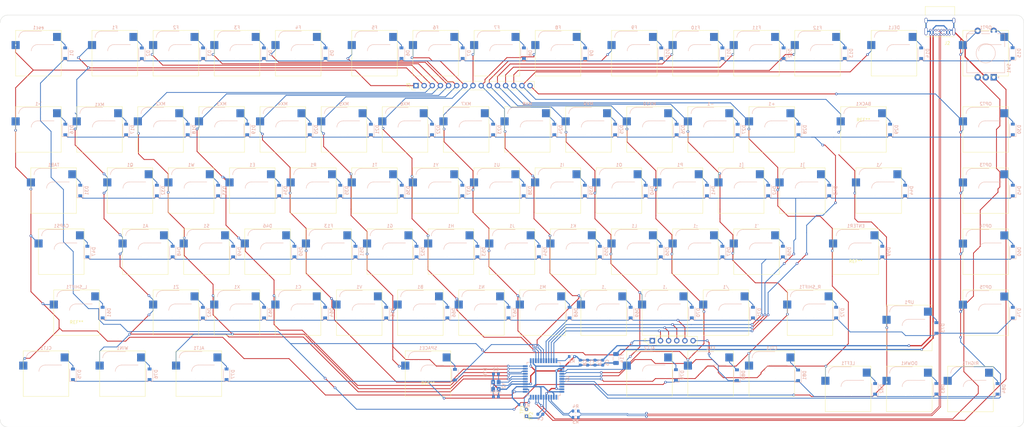
<source format=kicad_pcb>
(kicad_pcb (version 20211014) (generator pcbnew)
  (layers (0 "F.Cu" signal) (31 "B.Cu" signal) (34 "B.Paste" user) (35 "F.Paste" user) (36 "B.SilkS" user "B.Silkscreen") (37 "F.SilkS" user "F.Silkscreen") (38 "B.Mask" user) (39 "F.Mask" user) (44 "Edge.Cuts" user))
  (net 0 "")
  (net 1 "COL12")
  (net 2 "Net-('1-Pad2)")
  (net 3 "Net-(+1-Pad2)")
  (net 4 "COL13")
  (net 5 "Net-(,1-Pad2)")
  (net 6 "Net-(-1-Pad2)")
  (net 7 "COL9")
  (net 8 "Net-(.1-Pad2)")
  (net 9 "COL10")
  (net 10 "Net-(/1-Pad2)")
  (net 11 "Net-(;1-Pad2)")
  (net 12 "COL11")
  (net 13 "Net-(A1-Pad2)")
  (net 14 "COL2")
  (net 15 "Net-(ALT1-Pad2)")
  (net 16 "Net-(ALT2-Pad2)")
  (net 17 "COL3")
  (net 18 "Net-(B1-Pad2)")
  (net 19 "COL6")
  (net 20 "Net-(BACK1-Pad2)")
  (net 21 "COL14")
  (net 22 "Net-(C1-Pad2)")
  (net 23 "COL4")
  (net 24 "Net-(CAPS1-Pad2)")
  (net 25 "Net-(CLT1-Pad2)")
  (net 26 "Net-(CTL1-Pad2)")
  (net 27 "COL1")
  (net 28 "ROW1")
  (net 29 "Net-(D1-Pad2)")
  (net 30 "Net-(D2-Pad2)")
  (net 31 "Net-(D3-Pad2)")
  (net 32 "Net-(D4-Pad2)")
  (net 33 "Net-(D5-Pad2)")
  (net 34 "Net-(D6-Pad2)")
  (net 35 "Net-(D7-Pad2)")
  (net 36 "Net-(D8-Pad2)")
  (net 37 "Net-(D9-Pad2)")
  (net 38 "Net-(D10-Pad2)")
  (net 39 "Net-(D11-Pad2)")
  (net 40 "Net-(D12-Pad2)")
  (net 41 "Net-(D13-Pad2)")
  (net 42 "Net-(D14-Pad2)")
  (net 43 "ROW2")
  (net 44 "Net-(D18-Pad2)")
  (net 45 "Net-(D19-Pad2)")
  (net 46 "Net-(D20-Pad2)")
  (net 47 "Net-(D21-Pad2)")
  (net 48 "Net-(D22-Pad2)")
  (net 49 "Net-(D23-Pad2)")
  (net 50 "Net-(D24-Pad2)")
  (net 51 "Net-(D25-Pad2)")
  (net 52 "Net-(D26-Pad2)")
  (net 53 "Net-(D30-Pad2)")
  (net 54 "ROW3")
  (net 55 "Net-(D33-Pad2)")
  (net 56 "Net-(D34-Pad2)")
  (net 57 "Net-(D35-Pad2)")
  (net 58 "Net-(D36-Pad2)")
  (net 59 "Net-(D37-Pad2)")
  (net 60 "Net-(D38-Pad2)")
  (net 61 "Net-(D39-Pad2)")
  (net 62 "Net-(D40-Pad2)")
  (net 63 "Net-(D41-Pad2)")
  (net 64 "Net-(D42-Pad2)")
  (net 65 "Net-(D43-Pad2)")
  (net 66 "Net-(D44-Pad2)")
  (net 67 "Net-(D46-Pad2)")
  (net 68 "Net-(D45-Pad2)")
  (net 69 "ROW4")
  (net 70 "Net-(D49-Pad2)")
  (net 71 "Net-(D51-Pad2)")
  (net 72 "Net-(D52-Pad2)")
  (net 73 "Net-(D53-Pad2)")
  (net 74 "Net-(D54-Pad2)")
  (net 75 "Net-(D55-Pad2)")
  (net 76 "Net-(D56-Pad2)")
  (net 77 "Net-(D59-Pad2)")
  (net 78 "Net-(D60-Pad2)")
  (net 79 "ROW5")
  (net 80 "Net-(D61-Pad2)")
  (net 81 "Net-(D62-Pad2)")
  (net 82 "Net-(D63-Pad2)")
  (net 83 "Net-(D65-Pad2)")
  (net 84 "Net-(D67-Pad2)")
  (net 85 "Net-(D68-Pad2)")
  (net 86 "Net-(D72-Pad2)")
  (net 87 "Net-(D73-Pad2)")
  (net 88 "Net-(D74-Pad2)")
  (net 89 "ROW6")
  (net 90 "Net-(D76-Pad2)")
  (net 91 "Net-(D78-Pad2)")
  (net 92 "Net-(D80-Pad2)")
  (net 93 "Net-(D82-Pad2)")
  (net 94 "Net-(D83-Pad2)")
  (net 95 "Net-(D84-Pad2)")
  (net 96 "COL5")
  (net 97 "COL7")
  (net 98 "COL8")
  (net 99 "Net-(D16-Pad2)")
  (net 100 "Net-(D17-Pad2)")
  (net 101 "Net-(D31-Pad2)")
  (net 102 "Net-(D32-Pad2)")
  (net 103 "COL15")
  (net 105 "+5V")
  (net 106 "Net-(R4-Pad2)")
  (net 107 "Net-(R3-Pad1)")
  (net 108 "GND")
  (net 109 "Net-(C4-Pad1)")
  (net 111 "Net-(R2-Pad2)")
  (net 112 "Net-(C3-Pad2)")
  (net 113 "Net-(C2-Pad1)")
  (net 114 "Net-(R5-Pad1)")
  (net 116 "D+")
  (net 117 "D-")
  (net 118 "/ROT1")
  (net 119 "ROT_A")
  (net 120 "ROT_B")
  (net 121 "VCC")
  (footprint "Switch_Keyboard_Kailh:SW_Hotswap_Kailh_1.00u" (layer "F.Cu") (at 128.18125 107.99375)
    (fp_text reference "R1")
    (fp_text value "MX-NoLED")
  )
  (footprint "Switch_Keyboard_Kailh:SW_Hotswap_Kailh_1.00u" (layer "F.Cu") (at 171.04375 127.04375)
    (fp_text reference "H1")
    (fp_text value "MX-NoLED")
  )
  (footprint "Switch_Keyboard_Kailh:SW_Hotswap_Kailh_1.00u" (layer "F.Cu") (at 256.76875 146.09375)
    (fp_text reference "/1")
    (fp_text value "MX-NoLED")
  )
  (footprint "Switch_Keyboard_Kailh:SW_Hotswap_Kailh_1.00u" (layer "F.Cu") (at 261.53125 107.99375)
    (fp_text reference "[1")
    (fp_text value "MX-NoLED")
  )
  (footprint "Switch_Keyboard_Kailh:SW_Hotswap_Kailh_1.00u" (layer "F.Cu") (at 194.85625 88.94375)
    (fp_text reference "MX8")
    (fp_text value "MX-NoLED")
  )
  (footprint "Switch_Keyboard_Kailh:SW_Hotswap_Kailh_1.00u" (layer "F.Cu") (at 313.91875 150.85625)
    (fp_text reference "UP1")
    (fp_text value "MX-NoLED")
  )
  (footprint "Switch_Keyboard_Kailh:SW_Hotswap_Kailh_1.00u" (layer "F.Cu") (at 185.374106 65.13125)
    (fp_text reference "F7")
    (fp_text value "MX-NoLED")
  )
  (footprint "Switch_Keyboard_Kailh:SW_Hotswap_Kailh_1.25u" (layer "F.Cu") (at 68.65 165.14375)
    (fp_text reference "WIN1")
    (fp_text value "MX-NoLED")
  )
  (footprint "Switch_Keyboard_Kailh:SW_Hotswap_Kailh_1.00u" (layer "F.Cu") (at 156.75625 88.94375)
    (fp_text reference "MX6")
    (fp_text value "MX-NoLED")
  )
  (footprint "Switch_Keyboard_Kailh:SW_Hotswap_Kailh_1.50u" (layer "F.Cu") (at 47.21875 107.99375)
    (fp_text reference "TAB1")
    (fp_text value "MX-NoLED")
  )
  (footprint "Switch_Keyboard_Kailh:SW_Hotswap_Kailh_1.00u" (layer "F.Cu") (at 175.80625 88.94375)
    (fp_text reference "MX7")
    (fp_text value "MX-NoLED")
  )
  (footprint "Switch_Keyboard_Kailh:SW_Hotswap_Kailh_1.00u" (layer "F.Cu") (at 137.70625 88.94375)
    (fp_text reference "MX5")
    (fp_text value "MX-NoLED")
  )
  (footprint "Switch_Keyboard_Kailh:SW_Hotswap_Kailh_1.00u" (layer "F.Cu") (at 71.03125 107.99375)
    (fp_text reference "Q1")
    (fp_text value "MX-NoLED")
  )
  (footprint "Switch_Keyboard_Kailh:SW_Hotswap_Kailh_2.00u" (layer "F.Cu") (at 299.63125 88.94375)
    (fp_text reference "BACK1")
    (fp_text value "MX-NoLED")
  )
  (footprint "Switch_Keyboard_Kailh:SW_Hotswap_Kailh_1.00u" (layer "F.Cu") (at 109.13125 107.99375)
    (fp_text reference "E1")
    (fp_text value "MX-NoLED")
  )
  (footprint "Switch_Keyboard_Kailh:SW_Hotswap_Kailh_1.00u" (layer "F.Cu") (at 247.24375 127.04375)
    (fp_text reference ";1")
    (fp_text value "MX-NoLED")
  )
  (footprint "Switch_Keyboard_Kailh:SW_Hotswap_Kailh_1.00u" (layer "F.Cu") (at 218.66875 146.09375)
    (fp_text reference ",1")
    (fp_text value "MX-NoLED")
  )
  (footprint "Switch_Keyboard_Kailh:SW_Hotswap_Kailh_1.00u" (layer "F.Cu") (at 242.48125 107.99375)
    (fp_text reference "P1")
    (fp_text value "MX-NoLED")
  )
  (footprint "Switch_Keyboard_Kailh:SW_Hotswap_Kailh_1.00u" (layer "F.Cu") (at 232.95625 165.14375)
    (fp_text reference "ALT2")
    (fp_text value "MX-NoLED")
  )
  (footprint "Switch_Keyboard_Kailh:SW_Hotswap_Kailh_1.00u" (layer "F.Cu") (at 104.36875 146.09375)
    (fp_text reference "X1")
    (fp_text value "MX-NoLED")
  )
  (footprint "Switch_Keyboard_Kailh:SW_Hotswap_Kailh_2.25u" (layer "F.Cu") (at 297.25 127.04375)
    (fp_text reference "ENTER1")
    (fp_text value "MX-NoLED")
  )
  (footprint "TestPoint:TestPoint_THTPad_D1.0mm_Drill0.5mm" (layer "F.Cu") (at 194.6 176.3 90)
    (fp_text reference "TP1")
    (fp_text value "RESET")
  )
  (footprint "Switch_Keyboard_Kailh:SW_Hotswap_Kailh_1.00u" (layer "F.Cu") (at 337.73125 108.00625)
    (fp_text reference "OPT3")
    (fp_text value "MX-NoLED")
  )
  (footprint "Connector_PinHeader_2.54mm:PinHeader_1x06_P2.54mm_Vertical" (layer "F.Cu") (at 233.83125 154.84375 90)
    (fp_text reference "J4")
    (fp_text value "Conn_01x06_Female")
  )
  (footprint "Switch_Keyboard_Kailh:SW_Hotswap_Kailh_1.00u" (layer "F.Cu") (at 147.23125 65.13125)
    (fp_text reference "F5")
    (fp_text value "MX-NoLED")
  )
  (footprint "Switch_Keyboard_Kailh:SW_Hotswap_Kailh_1.00u" (layer "F.Cu") (at 228.205656 65.13125)
    (fp_text reference "F9")
    (fp_text value "MX-NoLED")
  )
  (footprint "Switch_Keyboard_Kailh:SW_Hotswap_Kailh_1.00u" (layer "F.Cu") (at 337.73125 88.94375)
    (fp_text reference "OPT2")
    (fp_text value "MX-NoLED")
  )
  (footprint "Switch_Keyboard_Kailh:SW_Hotswap_Kailh_1.25u" (layer "F.Cu") (at 92.4625 165.14375)
    (fp_text reference "ALT1")
    (fp_text value "MX-NoLED")
  )
  (footprint "Switch_Keyboard_Kailh:SW_Hotswap_Kailh_1.00u" (layer "F.Cu") (at 42.45625 88.94375)
    (fp_text reference "`~1")
    (fp_text value "MX-NoLED")
  )
  (footprint "Switch_Keyboard_Kailh:SW_Hotswap_Kailh_1.00u" (layer "F.Cu") (at 190.09375 127.04375)
    (fp_text reference "J1")
    (fp_text value "MX-NoLED")
  )
  (footprint "Switch_Keyboard_Kailh:SW_Hotswap_Kailh_1.00u" (layer "F.Cu") (at 223.43125 107.99375)
    (fp_text reference "O1")
    (fp_text value "MX-NoLED")
  )
  (footprint "Switch_Keyboard_Kailh:SW_Hotswap_Kailh_1.00u" (layer "F.Cu") (at 132.94375 127.04375)
    (fp_text reference "F13")
    (fp_text value "MX-NoLED")
  )
  (footprint "Switch_Keyboard_Kailh:SW_Hotswap_Kailh_1.00u" (layer "F.Cu") (at 228.19375 127.04375)
    (fp_text reference "L1")
    (fp_text value "MX-NoLED")
  )
  (footprint "Switch_Keyboard_Kailh:SW_Hotswap_Kailh_1.00u" (layer "F.Cu") (at 161.51875 146.09375)
    (fp_text reference "B1")
    (fp_text value "MX-NoLED")
  )
  (footprint "Connector_USB:USB_C_Receptacle_GCT_USB4085" (layer "F.Cu") (at 326.44375 59.3 180)
    (fp_text reference "J2")
    (fp_text value "USB_C_Receptacle_USB2.0")
  )
  (footprint "Switch_Keyboard_Kailh:SW_Hotswap_Kailh_1.00u" (layer "F.Cu") (at 213.90625 88.94375)
    (fp_text reference "MX9")
    (fp_text value "MX-NoLED")
  )
  (footprint "Switch_Keyboard_Kailh:SW_Hotswap_Kailh_6.25u" (layer "F.Cu") (at 163.9 165.14375)
    (fp_text reference "SPACE1")
    (fp_text value "MX-NoLED")
  )
  (footprint "Switch_Keyboard_Kailh:SW_Hotswap_Kailh_1.00u" (layer "F.Cu") (at 66.26875 65.13125)
    (fp_text reference "F1")
    (fp_text value "MX-NoLED")
  )
  (footprint "Switch_Keyboard_Kailh:SW_Hotswap_Kailh_1.00u" (layer "F.Cu") (at 309.15625 65.13125)
    (fp_text reference "DEL1")
    (fp_text value "MX-NoLED")
  )
  (footprint "Switch_Keyboard_Kailh:SW_Hotswap_Kailh_1.00u" (layer "F.Cu") (at 113.89375 127.04375)
    (fp_text reference "D46")
    (fp_text value "MX-NoLED")
  )
  (footprint "Mounting_Keyboard_Stabilizer:Stabilizer_Cherry_MX_2u" (layer "F.Cu") (at 299.63125 88.94375)
    (fp_text reference "REF**")
    (fp_text value "Stabilizer_Cherry_MX_2u")
  )
  (footprint "Switch_Keyboard_Kailh:SW_Hotswap_Kailh_1.00u" (layer "F.Cu") (at 185.33125 107.99375)
    (fp_text reference "U1")
    (fp_text value "MX-NoLED")
  )
  (footprint "Switch_Keyboard_Kailh:SW_Hotswap_Kailh_1.00u" (layer "F.Cu") (at 142.46875 146.09375)
    (fp_text reference "V1")
    (fp_text value "MX-NoLED")
  )
  (footprint "Switch_Keyboard_Kailh:SW_Hotswap_Kailh_1.00u" (layer "F.Cu") (at 151.99375 127.04375)
    (fp_text reference "G1")
    (fp_text value "MX-NoLED")
  )
  (footprint "Switch_Keyboard_Kailh:SW_Hotswap_Kailh_1.00u" (layer "F.Cu") (at 85.31875 146.09375)
    (fp_text reference "Z1")
    (fp_text value "MX-NoLED")
  )
  (footprint "Switch_Keyboard_Kailh:SW_Hotswap_Kailh_1.00u" (layer "F.Cu") (at 266.29375 127.04375)
    (fp_text reference "'1")
    (fp_text value "MX-NoLED")
  )
  (footprint "Switch_Keyboard_Kailh:SW_Hotswap_Kailh_1.00u" (layer "F.Cu") (at 271.05625 165.14375)
    (fp_text reference "CTL1")
    (fp_text value "MX-NoLED")
  )
  (footprint "Switch_Keyboard_Kailh:SW_Hotswap_Kailh_1.00u" (layer "F.Cu") (at 166.28125 107.99375)
    (fp_text reference "Y1")
    (fp_text value "MX-NoLED")
  )
  (footprint "Switch_Keyboard_Kailh:SW_Hotswap_Kailh_1.00u" (layer "F.Cu") (at 90.08125 107.99375)
    (fp_text reference "W1")
    (fp_text value "MX-NoLED")
  )
  (footprint "Switch_Keyboard_Kailh:SW_Hotswap_Kailh_1.00u" (layer "F.Cu") (at 104.386309 65.13125)
    (fp_text reference "F3")
    (fp_text value "MX-NoLED")
  )
  (footprint "Switch_Keyboard_Kailh:SW_Hotswap_Kailh_1.00u" (layer "F.Cu") (at 294.85 169.8875)
    (fp_text reference "LEFT1")
    (fp_text value "MX-NoLED")
  )
  (footprint "Switch_Keyboard_Kailh:SW_Hotswap_Kailh_1.00u" (layer "F.Cu") (at 123.41875 146.09375)
    (fp_text reference "C1")
    (fp_text value "MX-NoLED")
  )
  (footprint "Switch_Keyboard_Kailh:SW_Hotswap_Kailh_1.00u" (layer "F.Cu") (at 204.445534 65.13125)
    (fp_text reference "F8")
    (fp_text value "MX-NoLED")
  )
  (footprint "Switch_Keyboard_Kailh:SW_Hotswap_Kailh_1.00u" (layer "F.Cu") (at 280.58125 107.99375)
    (fp_text reference "]1")
    (fp_text value "MX-NoLED")
  )
  (footprint "Switch_Keyboard_Kailh:SW_Hotswap_Kailh_1.00u" (layer "F.Cu") (at 209.14375 127.04375)
    (fp_text reference "K1")
    (fp_text value "MX-NoLED")
  )
  (footprint "Switch_Keyboard_Kailh:SW_Hotswap_Kailh_1.00u" (layer "F.Cu") (at 123.453868 65.13125)
    (fp_text reference "F4")
    (fp_text value "MX-NoLED")
  )
  (footprint "Switch_Keyboard_Kailh:SW_Hotswap_Kailh_1.00u" (layer "F.Cu") (at 313.91875 169.90625)
    (fp_text reference "DOWN1")
    (fp_text value "MX-NoLED")
  )
  (footprint "Switch_Keyboard_Kailh:SW_Hotswap_Kailh_1.00u" (layer "F.Cu") (at 337.73125 146.13125)
    (fp_text reference "OPT5")
    (fp_text value "MX-NoLED")
  )
  (footprint "Switch_Keyboard_Kailh:SW_Hotswap_Kailh_1.00u" (layer "F.Cu") (at 252.00625 165.14375)
    (fp_text reference "FN1")
    (fp_text value "MX-NoLED")
  )
  (footprint "Mounting_Keyboard_Stabilizer:Stabilizer_Cherry_MX_2u" (layer "F.Cu") (at 54.3625 146.09375 180)
    (fp_text reference "REF**")
    (fp_text value "Stabilizer_Cherry_MX_2u")
  )
  (footprint "Switch_Keyboard_Kailh:SW_Hotswap_Kailh_1.00u" (layer "F.Cu") (at 285.319938 65.13125)
    (fp_text reference "F12")
    (fp_text value "MX-NoLED")
  )
  (footprint "Switch_Keyboard_Kailh:SW_Hotswap_Kailh_1.75u" (layer "F.Cu") (at 282.9625 146.09375)
    (fp_text reference "R_SHIFT1")
    (fp_text value "MX-NoLED")
  )
  (footprint "Mounting_Keyboard_Stabilizer:Stabilizer_Cherry_MX_2u" (layer "F.Cu") (at 297.25 127.04375 180)
    (fp_text reference "REF**")
    (fp_text value "Stabilizer_Cherry_MX_2u")
  )
  (footprint "Switch_Keyboard_Kailh:SW_Hotswap_Kailh_1.00u" (layer "F.Cu") (at 42.45625 65.13125)
    (fp_text reference "esc1")
    (fp_text value "MX-NoLED")
  )
  (footprint "Switch_Keyboard_Kailh:SW_Hotswap_Kailh_1.50u" (layer "F.Cu") (at 304.39375 107.99375)
    (fp_text reference "\\1")
    (fp_text value "MX-NoLED")
  )
  (footprint "Switch_Keyboard_Kailh:SW_Hotswap_Kailh_1.00u" (layer "F.Cu") (at 337.73125 127.06875)
    (fp_text reference "OPT4")
    (fp_text value "MX-NoLED")
  )
  (footprint "Switch_Keyboard_Kailh:SW_Hotswap_Kailh_1.00u" (layer "F.Cu") (at 266.281844 65.13125)
    (fp_text reference "F11")
    (fp_text value "MX-NoLED")
  )
  (footprint "Switch_Keyboard_Kailh:SW_Hotswap_Kailh_1.00u" (layer "F.Cu") (at 75.79375 127.04375)
    (fp_text reference "A1")
    (fp_text value "MX-NoLED")
  )
  (footprint "Switch_Keyboard_Kailh:SW_Hotswap_Kailh_1.00u" (layer "F.Cu") (at 99.60625 88.94375)
    (fp_text reference "MX3")
    (fp_text value "MX-NoLED")
  )
  (footprint "Switch_Keyboard_Kailh:SW_Hotswap_Kailh_1.00u" (layer "F.Cu") (at 118.65625 88.94375)
    (fp_text reference "MX4")
    (fp_text value "MX-NoLED")
  )
  (footprint "Switch_Keyboard_Kailh:SW_Hotswap_Kailh_1.00u" (layer "F.Cu") (at 80.55625 88.94375)
    (fp_text reference "MX2")
    (fp_text value "MX-NoLED")
  )
  (footprint "Switch_Keyboard_Kailh:SW_Hotswap_Kailh_1.00u" (layer "F.Cu") (at 204.38125 107.99375)
    (fp_text reference "I1")
    (fp_text value "MX-NoLED")
  )
  (footprint "Switch_Keyboard_Kailh:SW_Hotswap_Kailh_1.00u" (layer "F.Cu") (at 61.50625 88.94375)
    (fp_text reference "MX1")
    (fp_text value "MX-NoLED")
  )
  (footprint "Switch_Keyboard_Kailh:SW_Hotswap_Kailh_1.00u" (layer "F.Cu") (at 237.71875 146.09375)
    (fp_text reference ".1")
    (fp_text value "MX-NoLED")
  )
  (footprint "Switch_Keyboard_Kailh:SW_Hotswap_Kailh_1.00u" (layer "F.Cu") (at 166.302678 65.13125)
    (fp_text reference "F6")
    (fp_text value "MX-NoLED")
  )
  (footprint "Switch_Keyboard_Kailh:SW_Hotswap_Kailh_1.75u" (layer "F.Cu") (at 49.6 127.04375)
    (fp_text reference "CAPS1")
    (fp_text value "MX-NoLED")
  )
  (footprint "Switch_Keyboard_Kailh:SW_Hotswap_Kailh_1.00u" (layer "F.Cu") (at 332.96875 169.90625)
    (fp_text reference "RIGHT1")
    (fp_text value "MX-NoLED")
  )
  (footprint "Switch_Keyboard_Kailh:SW_Hotswap_Kailh_2.25u" (layer "F.Cu") (at 54.3625 146.09375)
    (fp_text reference "L_SHIFT1")
    (fp_text value "MX-NoLED")
  )
  (footprint "Switch_Keyboard_Kailh:SW_Hotswap_Kailh_1.00u" (layer "F.Cu") (at 247.24375 65.13125)
    (fp_text reference "F10")
    (fp_text value "MX-NoLED")
  )
  (footprint "Switch_Keyboard_Kailh:SW_Hotswap_Kailh_1.00u" (layer "F.Cu") (at 199.61875 146.09375)
    (fp_text reference "M1")
    (fp_text value "MX-NoLED")
  )
  (footprint "Switch_Keyboard_Kailh:SW_Hotswap_Kailh_1.00u" (layer "F.Cu") (at 271.05625 88.94375)
    (fp_text reference "+1")
    (fp_text value "MX-NoLED")
  )
  (footprint "TestPoint:TestPoint_THTPad_1.0x1.0mm_Drill0.5mm" (layer "F.Cu") (at 194.6 178.4 -90)
    (fp_text reference "TP2")
    (fp_text value "GND")
  )
  (footprint "Switch_Keyboard_Kailh:SW_Hotswap_Kailh_1.00u" (layer "F.Cu") (at 85.31875 65.13125)
    (fp_text reference "F2")
    (fp_text value "MX-NoLED")
  )
  (footprint "Switch_Keyboard_Kailh:SW_Hotswap_Kailh_1.00u" (layer "F.Cu") (at 180.56875 146.09375)
    (fp_text reference "N1")
    (fp_text value "MX-NoLED")
  )
  (footprint "Switch_Keyboard_Kailh:SW_Hotswap_Kailh_1.00u" (layer "F.Cu") (at 232.95625 88.94375)
    (fp_text reference "MX10")
    (fp_text value "MX-NoLED")
  )
  (footprint "Switch_Keyboard_Kailh:SW_Hotswap_Kailh_1.00u" (layer "F.Cu") (at 252.00625 88.94375)
    (fp_text reference "-1")
    (fp_text value "MX-NoLED")
  )
  (footprint "Switch_Keyboard_Kailh:SW_Hotswap_Kailh_1.25u" (layer "F.Cu") (at 44.8375 165.14375)
    (fp_text reference "CLT1")
    (fp_text value "MX-NoLED")
  )
  (footprint "Switch_Keyboard_Kailh:SW_Hotswap_Kailh_1.00u" (layer "F.Cu") (at 94.84375 127.04375)
    (fp_text reference "S1")
    (fp_text value "MX-NoLED")
  )
  (footprint "Connector_PinHeader_2.54mm:PinHeader_1x15_P2.54mm_Vertical" (layer "F.Cu") (at 160.15625 75.24375 90)
    (fp_text reference "J3")
    (fp_text value "Conn_01x15_Male")
  )
  (footprint "Switch_Keyboard_Kailh:SW_Hotswap_Kailh_1.00u" (layer "F.Cu") (at 147.23125 107.99375)
    (fp_text reference "T1")
    (fp_text value "MX-NoLED")
  )
  (footprint "Switch_Keyboard_Kailh:SW_Hotswap_Kailh_1.00u" (layer "F.Cu") (at 337.73125 65.13125)
    (fp_text reference "OPT1")
    (fp_text value "MX-NoLED")
  )
  (footprint "Mounting_Keyboard_Stabilizer:Stabilizer_Cherry_MX_6.25u" (layer "F.Cu") (at 163.9 165.14375 180)
    (fp_text reference "REF**")
    (fp_text value "Stabilizer_Cherry_MX_6.25u")
  )
  (footprint "Diode_SMD:D_SOD-123" (layer "B.Cu") (at 255.672322 65.10875 90)
    (fp_text reference "D11")
    (fp_text value "D_Small")
  )
  (footprint "Diode_SMD:D_SOD-123" (layer "B.Cu") (at 212.88125 65.10875 90)
    (fp_text reference "D9")
    (fp_text value "D_Small")
  )
  (footprint "Diode_SMD:D_SOD-123" (layer "B.Cu") (at 103.16875 127.02125 90)
    (fp_text reference "D49")
    (fp_text value "D_Small")
  )
  (footprint "Diode_SMD:D_SOD-123" (layer "B.Cu") (at 172.3 165.44375 90)
    (fp_text reference "D78")
    (fp_text value "D_Small")
  )
  (footprint "Diode_SMD:D_SOD-123" (layer "B.Cu") (at 203.28125 88.92125 90)
    (fp_text reference "D24")
    (fp_text value "D_Small")
  )
  (footprint "Diode_SMD:D_SOD-123" (layer "B.Cu") (at 107.55625 88.92125 90)
    (fp_text reference "D19")
    (fp_text value "D_Small")
  )
  (footprint "Diode_SMD:D_SOD-123" (layer "B.Cu") (at 303.26875 169.865 90)
    (fp_text reference "D82")
    (fp_text value "D_Small")
  )
  (footprint "Diode_SMD:D_SOD-123" (layer "B.Cu") (at 62.4875 146.07125 90)
    (fp_text reference "D61")
    (fp_text value "D_Small")
  )
  (footprint "Diode_SMD:D_SOD-123" (layer "B.Cu") (at 117.50625 107.97125 90)
    (fp_text reference "D34")
    (fp_text value "D_Small")
  )
  (footprint "Diode_SMD:D_SOD-123" (layer "B.Cu") (at 288.95625 107.97125 90)
    (fp_text reference "D43")
    (fp_text value "D_Small")
  )
  (footprint "Diode_SMD:D_SOD-123" (layer "B.Cu") (at 179.29375 127.02125 90)
    (fp_text reference "D53")
    (fp_text value "D_Small")
  )
  (footprint "Diode_SMD:D_SOD-123" (layer "B.Cu") (at 255.66875 127.02125 90)
    (fp_text reference "D57")
    (fp_text value "D_Small")
  )
  (footprint "Diode_SMD:D_SOD-123" (layer "B.Cu") (at 317.625 65.125 90)
    (fp_text reference "D14")
    (fp_text value "D_Small")
  )
  (footprint "Diode_SMD:D_SOD-123" (layer "B.Cu") (at 93.803869 65.10875 90)
    (fp_text reference "D3")
    (fp_text value "D_Small")
  )
  (footprint "Diode_SMD:D_SOD-123" (layer "B.Cu") (at 74.70625 65.15 90)
    (fp_text reference "D2")
    (fp_text value "D_Small")
  )
  (footprint "Diode_SMD:D_SOD-123" (layer "B.Cu") (at 160.31875 127.02125 90)
    (fp_text reference "D52")
    (fp_text value "D_Small")
  )
  (footprint "Diode_SMD:D_SOD-123" (layer "B.Cu") (at 53.2375 165.31875 90)
    (fp_text reference "D75")
    (fp_text value "D_Small")
  )
  (footprint "Diode_SMD:D_SOD-123" (layer "B.Cu") (at 198.46875 127.02125 90)
    (fp_text reference "D54")
    (fp_text value "D_Small")
  )
  (footprint "Diode_SMD:D_SOD-123" (layer "B.Cu") (at 236.46875 127.02125 90)
    (fp_text reference "D56")
    (fp_text value "D_Small")
  )
  (footprint "Diode_SMD:D_SOD-123" (layer "B.Cu") (at 241.18125 165.54375 90)
    (fp_text reference "D79")
    (fp_text value "D_Small")
  )
  (footprint "Diode_SMD:D_SOD-123" (layer "B.Cu") (at 260.20625 165.59375 90)
    (fp_text reference "D80")
    (fp_text value "D_Small")
  )
  (footprint "Diode_SMD:D_SOD-123" (layer "B.Cu") (at 136.55625 107.97125 90)
    (fp_text reference "D35")
    (fp_text value "D_Small")
  )
  (footprint "Diode_SMD:D_SOD-123" (layer "B.Cu") (at 50.85625 88.92125 90)
    (fp_text reference "D16")
    (fp_text value "D_Small")
  )
  (footprint "Diode_SMD:D_SOD-123" (layer "B.Cu") (at 84.31875 127.02125 90)
    (fp_text reference "D48")
    (fp_text value "D_Small")
  )
  (footprint "Diode_SMD:D_SOD-123" (layer "B.Cu") (at 346.19375 88.90625 90)
    (fp_text reference "D30")
    (fp_text value "D_Small")
  )
  (footprint "Diode_SMD:D_SOD-123" (layer "B.Cu") (at 322.36875 169.83125 90)
    (fp_text reference "D83")
    (fp_text value "D_Small")
  )
  (footprint "Diode_SMD:D_SOD-123" (layer "B.Cu") (at 293.805656 65.10875 90)
    (fp_text reference "D13")
    (fp_text value "D_Small")
  )
  (footprint "Diode_SMD:D_SOD-123" (layer "B.Cu") (at 250.85625 107.97125 90)
    (fp_text reference "D41")
    (fp_text value "D_Small")
  )
  (footprint "Resistor_SMD:R_0603_1608Metric" (layer "B.Cu") (at 193.1 174.7875)
    (fp_text reference "R2")
    (fp_text value "10k")
  )
  (footprint "Diode_SMD:D_SOD-123" (layer "B.Cu") (at 146.10625 88.92125 90)
    (fp_text reference "D21")
    (fp_text value "D_Small")
  )
  (footprint "Diode_SMD:D_SOD-123" (layer "B.Cu") (at 265.19375 146.07125 90)
    (fp_text reference "D71")
    (fp_text value "D_Small")
  )
  (footprint "Resistor_SMD:R_0603_1608Metric" (layer "B.Cu") (at 209.925 176.7875 180)
    (fp_text reference "R4")
    (fp_text value "22")
  )
  (footprint "Diode_SMD:D_SOD-123" (layer "B.Cu") (at 79.40625 107.97125 90)
    (fp_text reference "D32")
    (fp_text value "D_Small")
  )
  (footprint "Diode_SMD:D_SOD-123" (layer "B.Cu") (at 231.75625 107.97125 90)
    (fp_text reference "D40")
    (fp_text value "D_Small")
  )
  (footprint "Diode_SMD:D_SOD-123" (layer "B.Cu") (at 141.29375 127.02125 90)
    (fp_text reference "D51")
    (fp_text value "D_Small")
  )
  (footprint "Diode_SMD:D_SOD-123" (layer "B.Cu") (at 57.725 127.02125 90)
    (fp_text reference "D47")
    (fp_text value "D_Small")
  )
  (footprint "Resistor_SMD:R_0603_1608Metric" (layer "B.Cu") (at 208.75 159.7875)
    (fp_text reference "R5")
    (fp_text value "10k")
  )
  (footprint "Diode_SMD:D_SOD-123" (layer "B.Cu") (at 260.40625 88.92125 90)
    (fp_text reference "D27")
    (fp_text value "D_Small")
  )
  (footprint "Diode_SMD:D_SOD-123" (layer "B.Cu") (at 307.93125 88.92125 90)
    (fp_text reference "D29")
    (fp_text value "D_Small")
  )
  (footprint "Capacitor_SMD:C_0603_1608Metric" (layer "B.Cu") (at 215.95875 161.6875 90)
    (fp_text reference "C6")
    (fp_text value "0.1uF")
  )
  (footprint "Diode_SMD:D_SOD-123" (layer "B.Cu") (at 174.714582 65.10875 90)
    (fp_text reference "D7")
    (fp_text value "D_Small")
  )
  (footprint "Capacitor_SMD:C_0603_1608Metric" (layer "B.Cu") (at 185.075 172.36875 180)
    (fp_text reference "C3")
    (fp_text value "22pF")
  )
  (footprint "Diode_SMD:D_SOD-123" (layer "B.Cu") (at 341.41875 169.865 90)
    (fp_text reference "D84")
    (fp_text value "D_Small")
  )
  (footprint "Fuse:Fuse_1206_3216Metric" (layer "B.Cu") (at 222.5 160.4 90)
    (fp_text reference "F14")
    (fp_text value "500mA")
  )
  (footprint "Diode_SMD:D_SOD-123" (layer "B.Cu") (at 279.25625 165.64375 90)
    (fp_text reference "D81")
    (fp_text value "D_Small")
  )
  (footprint "Diode_SMD:D_SOD-123" (layer "B.Cu") (at 50.81625 65.10875 90)
    (fp_text reference "D1")
    (fp_text value "D_Small")
  )
  (footprint "Diode_SMD:D_SOD-123" (layer "B.Cu") (at 246.13263 146.07125 90)
    (fp_text reference "D70")
    (fp_text value "D_Small")
  )
  (footprint "Capacitor_SMD:C_0603_1608Metric" (layer "B.Cu") (at 218.36875 161.6875 90)
    (fp_text reference "C5")
    (fp_text value "0.1uF")
  )
  (footprint "Diode_SMD:D_SOD-123" (layer "B.Cu") (at 274.738988 65.10875 90)
    (fp_text reference "D12")
    (fp_text value "D_Small")
  )
  (footprint "Diode_SMD:D_SOD-123" (layer "B.Cu") (at 346.19375 107.96875 90)
    (fp_text reference "D45")
    (fp_text value "D_Small")
  )
  (footprint "Diode_SMD:D_SOD-123" (layer "B.Cu") (at 155.73125 107.97125 90)
    (fp_text reference "D36")
    (fp_text value "D_Small")
  )
  (footprint "Diode_SMD:D_SOD-123" (layer "B.Cu") (at 208.03541 146.07125 90)
    (fp_text reference "D68")
    (fp_text value "D_Small")
  )
  (footprint "Diode_SMD:D_SOD-123" (layer "B.Cu") (at 322.36875 150.865 90)
    (fp_text reference "D73")
    (fp_text value "D_Small")
  )
  (footprint "Diode_SMD:D_SOD-123" (layer "B.Cu") (at 155.63125 65.10875 90)
    (fp_text reference "D6")
    (fp_text value "D_Small")
  )
  (footprint "Diode_SMD:D_SOD-123" (layer "B.Cu") (at 131.953869 65.10875 90)
    (fp_text reference "D5")
    (fp_text value "D_Small")
  )
  (footprint "Rotary_Encoder:RotaryEncoder_Alps_EC11E-Switch_Vertical_H20mm" (layer "B.Cu") (at 340.25 72.65 90)
    (fp_text reference "SW1")
    (fp_text value "RotaryEncoder_Switch")
  )
  (footprint "Diode_SMD:D_SOD-123" (layer "B.Cu") (at 346.13125 65.05625 90)
    (fp_text reference "D15")
    (fp_text value "D_Small")
  )
  (footprint "Diode_SMD:D_SOD-123" (layer "B.Cu") (at 346.19375 127.03125 90)
    (fp_text reference "D60")
    (fp_text value "D_Small")
  )
  (footprint "Diode_SMD:D_SOD-123" (layer "B.Cu") (at 269.93125 107.97125 90)
    (fp_text reference "D42")
    (fp_text value "D_Small")
  )
  (footprint "Diode_SMD:D_SOD-123" (layer "B.Cu") (at 150.87708 146.07125 90)
    (fp_text reference "D65")
    (fp_text value "D_Small")
  )
  (footprint "Diode_SMD:D_SOD-123" (layer "B.Cu") (at 122.26875 127.02125 90)
    (fp_text reference "D50")
    (fp_text value "D_Small")
  )
  (footprint "Resistor_SMD:R_0603_1608Metric" (layer "B.Cu") (at 209.925 178.7875)
    (fp_text reference "R3")
    (fp_text value "22")
  )
  (footprint "Capacitor_SMD:C_0603_1608Metric" (layer "B.Cu") (at 213.61875 161.6875 90)
    (fp_text reference "C7")
    (fp_text value "0.1uF")
  )
  (footprint "Capacitor_SMD:C_0603_1608Metric" (layer "B.Cu") (at 185.075 165.225 180)
    (fp_text reference "C2")
    (fp_text value "22pF")
  )
  (footprint "Diode_SMD:D_SOD-123" (layer "B.Cu") (at 291.1125 146.07125 90)
    (fp_text reference "D72")
    (fp_text value "D_Small")
  )
  (footprint "Diode_SMD:D_SOD-123" (layer "B.Cu") (at 55.51875 107.97125 90)
    (fp_text reference "D31")
    (fp_text value "D_Small")
  )
  (footprint "Diode_SMD:D_SOD-123" (layer "B.Cu") (at 112.753869 65.10875 90)
    (fp_text reference "D4")
    (fp_text value "D_Small")
  )
  (footprint "Diode_SMD:D_SOD-123" (layer "B.Cu") (at 217.46875 127.02125 90)
    (fp_text reference "D55")
    (fp_text value "D_Small")
  )
  (footprint "Diode_SMD:D_SOD-123" (layer "B.Cu") (at 241.40625 88.92125 90)
    (fp_text reference "D26")
    (fp_text value "D_Small")
  )
  (footprint "Diode_SMD:D_SOD-123" (layer "B.Cu") (at 188.9993 146.07125 90)
    (fp_text reference "D67")
    (fp_text value "D_Small")
  )
  (footprint "Capacitor_SMD:C_0603_1608Metric" (layer "B.Cu") (at 198.925 177.7875)
    (fp_text reference "C4")
    (fp_text value "0.1uF")
  )
  (footprint "Diode_SMD:D_SOD-123" (layer "B.Cu") (at 312.61875 107.97125 90)
    (fp_text reference "D44")
    (fp_text value "D_Small")
  )
  (footprint "Diode_SMD:D_SOD-123" (layer "B.Cu") (at 193.73125 107.97125 90)
    (fp_text reference "D38")
    (fp_text value "D_Small")
  )
  (footprint "Diode_SMD:D_SOD-123" (layer "B.Cu") (at 165.15625 88.92125 90)
    (fp_text reference "D22")
    (fp_text value "D_Small")
  )
  (footprint "Diode_SMD:D_SOD-123" (layer "B.Cu") (at 93.74375 146.09375 90)
    (fp_text reference "D62")
    (fp_text value "D_Small")
  )
  (footprint "Diode_SMD:D_SOD-123" (layer "B.Cu") (at 279.38125 88.92125 90)
    (fp_text reference "D28")
    (fp_text value "D_Small")
  )
  (footprint "Diode_SMD:D_SOD-123" (layer "B.Cu") (at 274.51875 127.02125 90)
    (fp_text reference "D58")
    (fp_text value "D_Small")
  )
  (footprint "Diode_SMD:D_SOD-123" (layer "B.Cu") (at 222.23125 88.92125 90)
    (fp_text reference "D25")
    (fp_text value "D_Small")
  )
  (footprint "Diode_SMD:D_SOD-123" (layer "B.Cu") (at 101.1125 165.31875 90)
    (fp_text reference "D77")
    (fp_text value "D_Small")
  )
  (footprint "Diode_SMD:D_SOD-123" (layer "B.Cu") (at 212.80625 107.97125 90)
    (fp_text reference "D39")
    (fp_text value "D_Small")
  )
  (footprint "Crystal:Crystal_SMD_3225-4Pin_3.2x2.5mm" (layer "B.Cu") (at 185.075 168.8875 90)
    (fp_text reference "Y2")
    (fp_text value "Crystal_GND24_Small")
  )
  (footprint "Diode_SMD:D_SOD-123" (layer "B.Cu") (at 131.84097 146.07125 90)
    (fp_text reference "D64")
    (fp_text value "D_Small")
  )
  (footprint "Diode_SMD:D_SOD-123" (layer "B.Cu") (at 112.80486 146.07125 90)
    (fp_text reference "D63")
    (fp_text value "D_Small")
  )
  (footprint "Diode_SMD:D_SOD-123" (layer "B.Cu") (at 184.20625 88.92125 90)
    (fp_text reference "D23")
    (fp_text value "D_Small")
  )
  (footprint "Diode_SMD:D_SOD-123" (layer "B.Cu") (at 227.07152 146.07125 90)
    (fp_text reference "D69")
    (fp_text value "D_Small")
  )
  (footprint "Diode_SMD:D_SOD-123" (layer "B.Cu") (at 77.125 165.31875 90)
    (fp_text reference "D76")
    (fp_text value "D_Small")
  )
  (footprint "Package_QFP:TQFP-44_10x10mm_P0.8mm" (layer "B.Cu") (at 199.925 166.7875 90)
    (fp_text reference "U2")
    (fp_text value "ATmega32U4-A")
  )
  (footprint "Diode_SMD:D_SOD-123" (layer "B.Cu") (at 127.05625 88.92125 90)
    (fp_text reference "D20")
    (fp_text value "D_Small")
  )
  (footprint "Diode_SMD:D_SOD-123" (layer "B.Cu") (at 98.48125 107.97125 90)
    (fp_text reference "D33")
    (fp_text value "D_Small")
  )
  (footprint "Diode_SMD:D_SOD-123" (layer "B.Cu") (at 305.5 127.02125 90)
    (fp_text reference "D59")
    (fp_text value "D_Small")
  )
  (footprint "Diode_SMD:D_SOD-123" (layer "B.Cu") (at 193.797914 65.10875 90)
    (fp_text reference "D8")
    (fp_text value "D_Small")
  )
  (footprint "Capacitor_SMD:C_0603_1608Metric" (layer "B.Cu") (at 211.36875 161.6875 90)
    (fp_text reference "C8")
    (fp_text value "100uF")
  )
  (footprint "Diode_SMD:D_SOD-123" (layer "B.Cu") (at 89.00625 88.92125 90)
    (fp_text reference "D18")
    (fp_text value "D_Small")
  )
  (footprint "Diode_SMD:D_SOD-123" (layer "B.Cu") (at 169.93819 146.07125 90)
    (fp_text reference "D66")
    (fp_text value "D_Small")
  )
  (footprint "Diode_SMD:D_SOD-123" (layer "B.Cu") (at 236.605656 65.10875 90)
    (fp_text reference "D10")
    (fp_text value "D_Small")
  )
  (footprint "Diode_SMD:D_SOD-123" (layer "B.Cu") (at 69.80625 88.92125 90)
    (fp_text reference "D17")
    (fp_text value "D_Small")
  )
  (footprint "Diode_SMD:D_SOD-123" (layer "B.Cu") (at 346.19375 146.09375 90)
    (fp_text reference "D74")
    (fp_text value "D_Small")
  )
  (footprint "Diode_SMD:D_SOD-123" (layer "B.Cu") (at 174.60625 107.97125 90)
    (fp_text reference "D37")
    (fp_text value "D_Small")
  )
  (gr_arc (start 32.93125 181.8125) (mid 31.247452 181.115048) (end 30.55 179.43125) (layer "Edge.Cuts") (width 0.1))
  (gr_arc (start 30.55 55.60625) (mid 31.247452 53.922452) (end 32.93125 53.225) (layer "Edge.Cuts") (width 0.1))
  (gr_arc (start 347.25625 53.225) (mid 348.940048 53.922452) (end 349.6375 55.60625) (layer "Edge.Cuts") (width 0.1))
  (gr_arc (start 349.6375 179.43125) (mid 348.940048 181.115048) (end 347.25625 181.8125) (layer "Edge.Cuts") (width 0.1))
  (gr_line (start 347.25625 181.8125) (end 32.93125 181.8125) (layer "Edge.Cuts") (width 0.1))
  (gr_line (start 349.6375 55.60625) (end 349.6375 179.43125) (layer "Edge.Cuts") (width 0.1))
  (gr_line (start 32.93125 53.225) (end 347.25625 53.225) (layer "Edge.Cuts") (width 0.1))
  (segment (start 252.925 100.7875) (end 254.815625 102.678125) (width 0.25) (layer "F.Cu") (net 1))
  (segment (start 275.925 139.7875) (end 275.925 146.59375) (width 0.25) (layer "F.Cu") (net 1))
  (segment (start 254.925 113.7875) (end 254.925 116.7875) (width 0.25) (layer "F.Cu") (net 1))
  (segment (start 234.719797 161.938271) (end 246.210755 161.938271) (width 0.25) (layer "F.Cu") (net 1))
  (segment (start 233.510755 160.729229) (end 234.719797 161.938271) (width 0.25) (layer "F.Cu") (net 1))
  (segment (start 244.925 91.7875) (end 244.925 92.7875) (width 0.25) (layer "F.Cu") (net 1))
  (segment (start 223.311526 165.7875) (end 228.369797 160.729229) (width 0.25) (layer "F.Cu") (net 1))
  (segment (start 265.925 136.7875) (end 272.925 136.7875) (width 0.25) (layer "F.Cu") (net 1))
  (segment (start 258.925 129.7875) (end 265.925 136.7875) (width 0.25) (layer "F.Cu") (net 1))
  (segment (start 254.815625 102.678125) (end 254.925 102.7875) (width 0.25) (layer "F.Cu") (net 1))
  (segment (start 247.419797 160.729229) (end 252.560755 160.729229) (width 0.25) (layer "F.Cu") (net 1))
  (segment (start 228.369797 160.729229) (end 233.510755 160.729229) (width 0.25) (layer "F.Cu") (net 1))
  (segment (start 244.925 92.7875) (end 252.925 100.7875) (width 0.25) (layer "F.Cu") (net 1))
  (segment (start 258.925 65.55) (end 254.975 69.5) (width 0.254) (layer "F.Cu") (net 1))
  (segment (start 254.925 117.7875) (end 258.925 121.7875) (width 0.25) (layer "F.Cu") (net 1))
  (segment (start 275.925 146.59375) (end 275.925 146.7875) (width 0.25) (layer "F.Cu") (net 1))
  (segment (start 275.925 146.7875) (end 263.925 158.7875) (width 0.25) (layer "F.Cu") (net 1))
  (segment (start 252.560755 160.729229) (end 254.619026 162.7875) (width 0.25) (layer "F.Cu") (net 1))
  (segment (start 217.925 165.7875) (end 223.311526 165.7875) (width 0.25) (layer "F.Cu") (net 1))
  (segment (start 254.975 69.5) (end 190.5 69.5) (width 0.254) (layer "F.Cu") (net 1))
  (segment (start 244.925 89.59375) (end 244.925 91.7875) (width 0.25) (layer "F.Cu") (net 1))
  (segment (start 254.925 116.7875) (end 254.925 117.7875) (width 0.25) (layer "F.Cu") (net 1))
  (segment (start 259.925 162.7875) (end 263.925 158.7875) (width 0.25) (layer "F.Cu") (net 1))
  (segment (start 272.925 136.7875) (end 275.925 139.7875) (width 0.25) (layer "F.Cu") (net 1))
  (segment (start 254.619026 162.7875) (end 259.925 162.7875) (width 0.25) (layer "F.Cu") (net 1))
  (segment (start 258.925 121.7875) (end 258.925 127.56875) (width 0.25) (layer "F.Cu") (net 1))
  (segment (start 258.925 127.56875) (end 258.925 129.7875) (width 0.25) (layer "F.Cu") (net 1))
  (segment (start 190.5 69.5) (end 188.09625 71.90375) (width 0.254) (layer "F.Cu") (net 1))
  (segment (start 254.925 102.7875) (end 254.925 113.7875) (width 0.25) (layer "F.Cu") (net 1))
  (segment (start 188.09625 71.90375) (end 188.09625 75.24375) (width 0.254) (layer "F.Cu") (net 1))
  (segment (start 246.210755 161.938271) (end 247.419797 160.729229) (width 0.25) (layer "F.Cu") (net 1))
  (via (at 244.925 89.59375) (size 0.8) (drill 0.4) (layers "F.Cu" "B.Cu") (net 1))
  (via (at 217.925 165.7875) (size 0.8) (drill 0.4) (layers "F.Cu" "B.Cu") (net 1))
  (via (at 275.925 146.59375) (size 0.8) (drill 0.4) (layers "F.Cu" "B.Cu") (net 1))
  (via (at 254.815625 102.678125) (size 0.8) (drill 0.4) (layers "F.Cu" "B.Cu") (net 1))
  (via (at 263.925 158.7875) (size 0.8) (drill 0.4) (layers "F.Cu" "B.Cu") (net 1))
  (via (at 258.925 127.56875) (size 0.8) (drill 0.4) (layers "F.Cu" "B.Cu") (net 1))
  (via (at 258.925 65.55) (size 0.8) (drill 0.4) (layers "F.Cu" "B.Cu") (net 1))
  (segment (start 254.44625 103.0475) (end 254.815625 102.678125) (width 0.25) (layer "B.Cu") (net 1))
  (segment (start 259.196844 62.59125) (end 259.196844 65.278156) (width 0.25) (layer "B.Cu") (net 1))
  (segment (start 275.8775 146.54625) (end 275.925 146.59375) (width 0.25) (layer "B.Cu") (net 1))
  (segment (start 244.92125 86.40375) (end 244.92125 89.59) (width 0.25) (layer "B.Cu") (net 1))
  (segment (start 193.772689 81.080189) (end 239.597689 81.080189) (width 0.254) (layer "B.Cu") (net 1))
  (segment (start 263.925 158.7875) (end 263.97125 158.83375) (width 0.25) (layer "B.Cu") (net 1))
  (segment (start 239.597689 81.080189) (end 240.00875 81.49125) (width 0.254) (layer "B.Cu") (net 1))
  (segment (start 263.97125 158.83375) (end 263.97125 162.60375) (width 0.25) (layer "B.Cu") (net 1))
  (segment (start 259.20875 127.285) (end 258.925 127.56875) (width 0.25) (layer "B.Cu") (net 1))
  (segment (start 254.44625 105.45375) (end 254.44625 103.0475) (width 0.25) (layer "B.Cu") (net 1))
  (segment (start 188.09625 75.24375) (end 188.09625 75.40375) (width 0.254) (layer "B.Cu") (net 1))
  (segment (start 217.725 165.9875) (end 217.925 165.7875) (width 0.25) (layer "B.Cu") (net 1))
  (segment (start 244.92125 89.59) (end 244.925 89.59375) (width 0.25) (layer "B.Cu") (net 1))
  (segment (start 275.8775 143.55375) (end 275.8775 146.54625) (width 0.25) (layer "B.Cu") (net 1))
  (segment (start 188.09625 75.40375) (end 193.772689 81.080189) (width 0.254) (layer "B.Cu") (net 1))
  (segment (start 205.625 165.9875) (end 217.725 165.9875) (width 0.25) (layer "B.Cu") (net 1))
  (segment (start 240.00875 81.49125) (end 244.92125 86.40375) (width 0.254) (layer "B.Cu") (net 1))
  (segment (start 259.20875 124.50375) (end 259.20875 127.285) (width 0.25) (layer "B.Cu") (net 1))
  (segment (start 259.196844 65.278156) (end 258.925 65.55) (width 0.25) (layer "B.Cu") (net 1))
  (segment (start 274.51875 124.34675) (end 274.51875 125.37125) (width 0.25) (layer "B.Cu") (net 2))
  (segment (start 272.13575 121.96375) (end 274.51875 124.34675) (width 0.25) (layer "B.Cu") (net 2))
  (segment (start 279.38125 86.34675) (end 279.38125 87.27125) (width 0.25) (layer "B.Cu") (net 3))
  (segment (start 276.89825 83.86375) (end 279.38125 86.34675) (width 0.25) (layer "B.Cu") (net 3))
  (segment (start 289.925 126.7875) (end 289.925 134.7875) (width 0.25) (layer "F.Cu") (net 4))
  (segment (start 289.925 137.7875) (end 294.925 142.7875) (width 0.25) (layer "F.Cu") (net 4))
  (segment (start 255.986542 166.393271) (end 254.380771 164.7875) (width 0.25) (layer "F.Cu") (net 4))
  (segment (start 287.906729 162.769229) (end 269.731745 162.769229) (width 0.25) (layer "F.Cu") (net 4))
  (segment (start 248.175771 165.616148) (end 248.175771 165.66132) (width 0.25) (layer "F.Cu") (net 4))
  (segment (start 252.98981 162.769229) (end 251.02269 162.769229) (width 0.25) (layer "F.Cu") (net 4))
  (segment (start 272.925 100.7875) (end 272.925 112.7875) (width 0.25) (layer "F.Cu") (net 4))
  (segment (start 247.1768 166.660291) (end 234.79779 166.660291) (width 0.25) (layer "F.Cu") (net 4))
  (segment (start 277.925 65.55) (end 275.285603 65.55) (width 0.254) (layer "F.Cu") (net 4))
  (segment (start 294.925 142.7875) (end 294.925 155.7875) (width 0.25) (layer "F.Cu") (net 4))
  (segment (start 272.925 112.7875) (end 276.15625 116.01875) (width 0.25) (layer "F.Cu") (net 4))
  (segment (start 266.49382 166.393271) (end 255.986542 166.393271) (width 0.25) (layer "F.Cu") (net 4))
  (segment (start 289.925 119.7875) (end 289.925 126.7875) (width 0.25) (layer "F.Cu") (net 4))
  (segment (start 267.713474 165.173617) (end 266.49382 166.393271) (width 0.25) (layer "F.Cu") (net 4))
  (segment (start 254.380771 164.16019) (end 252.98981 162.769229) (width 0.25) (layer "F.Cu") (net 4))
  (segment (start 251.02269 162.769229) (end 248.175771 165.616148) (width 0.25) (layer "F.Cu") (net 4))
  (segment (start 289.925 134.7875) (end 289.925 137.7875) (width 0.25) (layer "F.Cu") (net 4))
  (segment (start 270.335603 70.5) (end 275.285603 65.55) (width 0.254) (layer "F.Cu") (net 4))
  (segment (start 263.925 88.7875) (end 263.925 91.7875) (width 0.25) (layer "F.Cu") (net 4))
  (segment (start 294.925 155.7875) (end 287.925 162.7875) (width 0.25) (layer "F.Cu") (net 4))
  (segment (start 287.925 162.7875) (end 287.906729 162.769229) (width 0.25) (layer "F.Cu") (net 4))
  (segment (start 190.63625 75.24375) (end 190.63625 71.86375) (width 0.254) (layer "F.Cu") (net 4))
  (segment (start 287.15625 117.01875) (end 289.925 119.7875) (width 0.25) (layer "F.Cu") (net 4))
  (segment (start 233.93981 167.518271) (end 218.655771 167.518271) (width 0.25) (layer "F.Cu") (net 4))
  (segment (start 276.15625 116.01875) (end 286.15625 116.01875) (width 0.254) (layer "F.Cu") (net 4))
  (segment (start 234.79779 166.660291) (end 233.93981 167.518271) (width 0.25) (layer "F.Cu") (net 4))
  (segment (start 263.925 91.7875) (end 272.925 100.7875) (width 0.25) (layer "F.Cu") (net 4))
  (segment (start 192 70.5) (end 270.335603 70.5) (width 0.254) (layer "F.Cu") (net 4))
  (segment (start 254.380771 164.7875) (end 254.380771 164.16019) (width 0.25) (layer "F.Cu") (net 4))
  (segment (start 269.731745 162.769229) (end 267.713474 164.7875) (width 0.25) (layer "F.Cu") (net 4))
  (segment (start 218.655771 167.518271) (end 217.925 166.7875) (width 0.25) (layer "F.Cu") (net 4))
  (segment (start 286.15625 116.01875) (end 287.15625 117.01875) (width 0.254) (layer "F.Cu") (net 4))
  (segment (start 190.63625 71.86375) (end 192 70.5) (width 0.254) (layer "F.Cu") (net 4))
  (segment (start 267.713474 164.7875) (end 267.713474 165.173617) (width 0.25) (layer "F.Cu") (net 4))
  (segment (start 248.175771 165.66132) (end 247.1768 166.660291) (width 0.25) (layer "F.Cu") (net 4))
  (via (at 263.925 88.7875) (size 0.8) (drill 0.4) (layers "F.Cu" "B.Cu") (net 4))
  (via (at 289.925 126.7875) (size 0.8) (drill 0.4) (layers "F.Cu" "B.Cu") (net 4))
  (via (at 277.925 65.55) (size 0.8) (drill 0.4) (layers "F.Cu" "B.Cu") (net 4))
  (via (at 272.925 107.7875) (size 0.8) (drill 0.4) (layers "F.Cu" "B.Cu") (net 4))
  (via (at 217.925 166.7875) (size 0.8) (drill 0.4) (layers "F.Cu" "B.Cu") (net 4))
  (via (at 287.925 162.7875) (size 0.8) (drill 0.4) (layers "F.Cu" "B.Cu") (net 4))
  (segment (start 287.765 162.9475) (end 287.765 167.3475) (width 0.25) (layer "B.Cu") (net 4))
  (segment (start 263.97125 86.40375) (end 263.97125 88.74125) (width 0.25) (layer "B.Cu") (net 4))
  (segment (start 290.165 126.5475) (end 289.925 126.7875) (width 0.25) (layer "B.Cu") (net 4))
  (segment (start 278.234938 65.240062) (end 277.925 65.55) (width 0.25) (layer "B.Cu") (net 4))
  (segment (start 263.97125 88.74125) (end 263.925 88.7875) (width 0.25) (layer "B.Cu") (net 4))
  (segment (start 196.019169 80.626669) (end 258.194169 80.626669) (width 0.254) (layer "B.Cu") (net 4))
  (segment (start 273.49625 105.45375) (end 273.49625 107.21625) (width 0.25) (layer "B.Cu") (net 4))
  (segment (start 217.925 166.7875) (end 205.625 166.7875) (width 0.25) (layer "B.Cu") (net 4))
  (segment (start 258.194169 80.626669) (end 259.03375 81.46625) (width 0.254) (layer "B.Cu") (net 4))
  (segment (start 290.165 124.50375) (end 290.165 126.5475) (width 0.25) (layer "B.Cu") (net 4))
  (segment (start 278.234938 62.59125) (end 278.234938 65.240062) (width 0.25) (layer "B.Cu") (net 4))
  (segment (start 287.925 162.7875) (end 287.765 162.9475) (width 0.25) (layer "B.Cu") (net 4))
  (segment (start 259.03375 81.46625) (end 263.97125 86.40375) (width 0.254) (layer "B.Cu") (net 4))
  (segment (start 273.49625 107.21625) (end 272.925 107.7875) (width 0.25) (layer "B.Cu") (net 4))
  (segment (start 190.63625 75.24375) (end 196.019169 80.626669) (width 0.254) (layer "B.Cu") (net 4))
  (segment (start 227.07152 143.57452) (end 227.07152 144.42125) (width 0.25) (layer "B.Cu") (net 5))
  (segment (start 224.51075 141.01375) (end 227.07152 143.57452) (width 0.25) (layer "B.Cu") (net 5))
  (segment (start 257.84825 83.86375) (end 260.40625 86.42175) (width 0.25) (layer "B.Cu") (net 6))
  (segment (start 260.40625 86.42175) (end 260.40625 87.27125) (width 0.25) (layer "B.Cu") (net 6))
  (segment (start 187.925 89.59375) (end 187.925 94.7875) (width 0.25) (layer "F.Cu") (net 7))
  (segment (start 181.652761 74.067239) (end 181.652761 73.347239) (width 0.254) (layer "F.Cu") (net 7))
  (segment (start 196.925 114.7875) (end 196.925 116.7875) (width 0.25) (layer "F.Cu") (net 7))
  (segment (start 196.565625 103.428125) (end 196.925 103.7875) (width 0.25) (layer "F.Cu") (net 7))
  (segment (start 208.925 140.7875) (end 210.925 140.7875) (width 0.25) (layer "F.Cu") (net 7))
  (segment (start 196.925 66.255358) (end 196.925 65.55) (width 0.254) (layer "F.Cu") (net 7))
  (segment (start 180.47625 75.24375) (end 181.652761 74.067239) (width 0.254) (layer "F.Cu") (net 7))
  (segment (start 201.925 132.7875) (end 201.925 133.7875) (width 0.25) (layer "F.Cu") (net 7))
  (segment (start 192.8325 66.5) (end 193.077142 66.255358) (width 0.254) (layer "F.Cu") (net 7))
  (segment (start 201.925 121.7875) (end 201.925 122.06875) (width 0.25) (layer "F.Cu") (net 7))
  (segment (start 187.925 94.7875) (end 191.925 98.7875) (width 0.25) (layer "F.Cu") (net 7))
  (segment (start 201.925 122.06875) (end 201.925 132.7875) (width 0.25) (layer "F.Cu") (net 7))
  (segment (start 197.925 156.738304) (end 197.955533 156.768837) (width 0.25) (layer "F.Cu") (net 7))
  (segment (start 210.925 141.634591) (end 197.925 154.634591) (width 0.25) (layer "F.Cu") (net 7))
  (segment (start 201.925 133.7875) (end 208.925 140.7875) (width 0.25) (layer "F.Cu") (net 7))
  (segment (start 210.925 140.7875) (end 210.925 141.634591) (width 0.25) (layer "F.Cu") (net 7))
  (segment (start 196.925 66.255358) (end 193.077142 66.255358) (width 0.254) (layer "F.Cu") (net 7))
  (segment (start 196.925 103.7875) (end 196.925 114.7875) (width 0.25) (layer "F.Cu") (net 7))
  (segment (start 181.652761 73.347239) (end 188.5 66.5) (width 0.254) (layer "F.Cu") (net 7))
  (segment (start 197.925 154.634591) (end 197.925 156.738304) (width 0.25) (layer "F.Cu") (net 7))
  (segment (start 196.925 116.7875) (end 199.925 119.7875) (width 0.25) (layer "F.Cu") (net 7))
  (segment (start 199.925 119.7875) (end 201.925 121.7875) (width 0.25) (layer "F.Cu") (net 7))
  (segment (start 191.925 98.7875) (end 196.565625 103.428125) (width 0.25) (layer "F.Cu") (net 7))
  (segment (start 188.5 66.5) (end 192.8325 66.5) (width 0.254) (layer "F.Cu") (net 7))
  (via (at 196.925 65.55) (size 0.8) (drill 0.4) (layers "F.Cu" "B.Cu") (net 7))
  (via (at 196.565625 103.428125) (size 0.8) (drill 0.4) (layers "F.Cu" "B.Cu") (net 7))
  (via (at 201.925 122.06875) (size 0.8) (drill 0.4) (layers "F.Cu" "B.Cu") (net 7))
  (via (at 210.925 140.7875) (size 0.8) (drill 0.4) (layers "F.Cu" "B.Cu") (net 7))
  (via (at 197.955533 156.768837) (size 0.8) (drill 0.4) (layers "F.Cu" "B.Cu") (net 7))
  (via (at 187.925 89.59375) (size 0.8) (drill 0.4) (layers "F.Cu" "B.Cu") (net 7))
  (segment (start 197.29625 104.15875) (end 196.565625 103.428125) (width 0.25) (layer "B.Cu") (net 7))
  (segment (start 197.360534 65.114466) (end 196.925 65.55) (width 0.25) (layer "B.Cu") (net 7))
  (segment (start 202.05875 122.2025) (end 201.925 122.06875) (width 0.25) (layer "B.Cu") (net 7))
  (segment (start 187.77125 82.53875) (end 187.77125 83.27125) (width 0.254) (layer "B.Cu") (net 7))
  (segment (start 197.360534 62.59125) (end 197.360534 65.114466) (width 0.25) (layer "B.Cu") (net 7))
  (segment (start 202.05875 124.50375) (end 202.05875 122.2025) (width 0.25) (layer "B.Cu") (net 7))
  (segment (start 210.925 140.7875) (end 211.58375 141.44625) (width 0.25) (layer "B.Cu") (net 7))
  (segment (start 187.77125 86.40375) (end 187.77125 89.44) (width 0.25) (layer "B.Cu") (net 7))
  (segment (start 211.58375 141.44625) (end 211.58375 143.55375) (width 0.25) (layer "B.Cu") (net 7))
  (segment (start 199.125 157.938304) (end 199.125 161.0875) (width 0.25) (layer "B.Cu") (net 7))
  (segment (start 187.77125 86.40375) (end 187.77125 83.27125) (width 0.254) (layer "B.Cu") (net 7))
  (segment (start 180.47625 75.24375) (end 187.77125 82.53875) (width 0.254) (layer "B.Cu") (net 7))
  (segment (start 187.77125 89.44) (end 187.925 89.59375) (width 0.25) (layer "B.Cu") (net 7))
  (segment (start 197.29625 105.45375) (end 197.29625 104.15875) (width 0.25) (layer "B.Cu") (net 7))
  (segment (start 197.955533 156.768837) (end 199.125 157.938304) (width 0.25) (layer "B.Cu") (net 7))
  (segment (start 246.13263 143.58563) (end 246.13263 144.42125) (width 0.25) (layer "B.Cu") (net 8))
  (segment (start 243.56075 141.01375) (end 246.13263 143.58563) (width 0.25) (layer "B.Cu") (net 8))
  (segment (start 189.007771 67.507771) (end 183.01625 73.499292) (width 0.254) (layer "F.Cu") (net 9))
  (segment (start 220.925 121.7875) (end 220.925 127.7875) (width 0.25) (layer "F.Cu") (net 9))
  (segment (start 215.925 114.7875) (end 215.925 116.7875) (width 0.25) (layer "F.Cu") (net 9))
  (segment (start 206.925 92.7875) (end 206.925 89.7875) (width 0.254) (layer "F.Cu") (net 9))
  (segment (start 215.925 108.7875) (end 215.925 114.7875) (width 0.25) (layer "F.Cu") (net 9))
  (segment (start 215.925 101.7875) (end 215.925 108.7875) (width 0.25) (layer "F.Cu") (net 9))
  (segment (start 217.967229 67.507771) (end 189.007771 67.507771) (width 0.254) (layer "F.Cu") (net 9))
  (segment (start 229.925 156.7875) (end 226.925 159.7875) (width 0.25) (layer "F.Cu") (net 9))
  (segment (start 219.925 65.55) (end 217.967229 67.507771) (width 0.254) (layer "F.Cu") (net 9))
  (segment (start 220.925 130.7875) (end 229.925 139.7875) (width 0.25) (layer "F.Cu") (net 9))
  (segment (start 220.925 127.7875) (end 220.925 130.7875) (width 0.25) (layer "F.Cu") (net 9))
  (segment (start 206.925 92.7875) (end 214.925 100.7875) (width 0.25) (layer "F.Cu") (net 9))
  (segment (start 214.925 100.7875) (end 215.925 101.7875) (width 0.25) (layer "F.Cu") (net 9))
  (segment (start 183.01625 73.499292) (end 183.01625 75.24375) (width 0.254) (layer "F.Cu") (net 9))
  (segment (start 229.925 139.7875) (end 229.925 156.7875) (width 0.25) (layer "F.Cu") (net 9))
  (segment (start 215.925 116.7875) (end 220.925 121.7875) (width 0.25) (layer "F.Cu") (net 9))
  (via (at 215.925 108.7875) (size 0.8) (drill 0.4) (layers "F.Cu" "B.Cu") (net 9))
  (via (at 220.925 127.7875) (size 0.8) (drill 0.4) (layers "F.Cu" "B.Cu") (net 9))
  (via (at 226.925 159.7875) (size 0.8) (drill 0.4) (layers "F.Cu" "B.Cu") (net 9))
  (via (at 229.925 139.7875) (size 0.8) (drill 0.4) (layers "F.Cu" "B.Cu") (net 9))
  (via (at 206.925 89.7875) (size 0.8) (drill 0.4) (layers "F.Cu" "B.Cu") (net 9))
  (via (at 219.925 65.55) (size 0.8) (drill 0.4) (layers "F.Cu" "B.Cu") (net 9))
  (segment (start 202.404729 81.987229) (end 206.82125 86.40375) (width 0.254) (layer "B.Cu") (net 9))
  (segment (start 224.6875 163.7875) (end 225.87125 162.60375) (width 0.25) (layer "B.Cu") (net 9))
  (segment (start 206.82125 86.40375) (end 206.82125 89.68375) (width 0.25) (layer "B.Cu") (net 9))
  (segment (start 221.10875 127.60375) (end 220.925 127.7875) (width 0.25) (layer "B.Cu") (net 9))
  (segment (start 183.01625 75.24375) (end 189.759729 81.987229) (width 0.254) (layer "B.Cu") (net 9))
  (segment (start 216.34625 105.45375) (end 216.34625 108.36625) (width 0.25) (layer "B.Cu") (net 9))
  (segment (start 226.925 159.7875) (end 225.87125 160.84125) (width 0.25) (layer "B.Cu") (net 9))
  (segment (start 205.625 164.3875) (end 206.789282 164.3875) (width 0.25) (layer "B.Cu") (net 9))
  (segment (start 216.34625 108.36625) (end 215.925 108.7875) (width 0.25) (layer "B.Cu") (net 9))
  (segment (start 225.87125 160.84125) (end 225.87125 162.60375) (width 0.25) (layer "B.Cu") (net 9))
  (segment (start 206.789282 164.3875) (end 207.389282 163.7875) (width 0.25) (layer "B.Cu") (net 9))
  (segment (start 189.759729 81.987229) (end 202.404729 81.987229) (width 0.254) (layer "B.Cu") (net 9))
  (segment (start 207.389282 163.7875) (end 224.6875 163.7875) (width 0.25) (layer "B.Cu") (net 9))
  (segment (start 230.63375 143.55375) (end 230.63375 140.49625) (width 0.25) (layer "B.Cu") (net 9))
  (segment (start 221.120656 64.354344) (end 219.925 65.55) (width 0.25) (layer "B.Cu") (net 9))
  (segment (start 230.63375 140.49625) (end 229.925 139.7875) (width 0.25) (layer "B.Cu") (net 9))
  (segment (start 221.120656 62.59125) (end 221.120656 64.354344) (width 0.25) (layer "B.Cu") (net 9))
  (segment (start 206.82125 89.68375) (end 206.925 89.7875) (width 0.25) (layer "B.Cu") (net 9))
  (segment (start 221.10875 124.50375) (end 221.10875 127.60375) (width 0.25) (layer "B.Cu") (net 9))
  (segment (start 262.61075 141.01375) (end 265.19375 143.59675) (width 0.25) (layer "B.Cu") (net 10))
  (segment (start 265.19375 143.59675) (end 265.19375 144.42125) (width 0.25) (layer "B.Cu") (net 10))
  (segment (start 253.08575 121.96375) (end 255.66875 124.54675) (width 0.25) (layer "B.Cu") (net 11))
  (segment (start 255.66875 124.54675) (end 255.66875 125.37125) (width 0.25) (layer "B.Cu") (net 11))
  (segment (start 223.675809 164.7875) (end 217.925 164.7875) (width 0.25) (layer "F.Cu") (net 12))
  (segment (start 249.925 155.7875) (end 244.925 160.7875) (width 0.25) (layer "F.Cu") (net 12))
  (segment (start 249.925 143.7875) (end 249.925 155.7875) (width 0.25) (layer "F.Cu") (net 12))
  (segment (start 225.925 92.7875) (end 234.925 101.7875) (width 0.25) (layer "F.Cu") (net 12))
  (segment (start 244.925 160.7875) (end 242.326729 158.189229) (width 0.25) (layer "F.Cu") (net 12))
  (segment (start 242.326729 158.189229) (end 230.27408 158.189229) (width 0.25) (layer "F.Cu") (net 12))
  (segment (start 230.27408 158.189229) (end 223.675809 164.7875) (width 0.25) (layer "F.Cu") (net 12))
  (segment (start 185.55625 72.44375) (end 185.55625 75.24375) (width 0.254) (layer "F.Cu") (net 12))
  (segment (start 234.925 101.7875) (end 234.925 115.7875) (width 0.25) (layer "F.Cu") (net 12))
  (segment (start 234.925 115.7875) (end 234.925 116.7875) (width 0.25) (layer "F.Cu") (net 12))
  (segment (start 225.925 88.7875) (end 225.925 92.7875) (width 0.25) (layer "F.Cu") (net 12))
  (segment (start 234.925 116.7875) (end 239.925 121.7875) (width 0.25) (layer "F.Cu") (net 12))
  (segment (start 239.925 65.55) (end 236.975 68.5) (width 0.254) (layer "F.Cu") (net 12))
  (segment (start 239.925 121.7875) (end 239.925 133.7875) (width 0.25) (layer "F.Cu") (net 12))
  (segment (start 189.5 68.5) (end 185.55625 72.44375) (width 0.254) (layer "F.Cu") (net 12))
  (segment (start 236.975 68.5) (end 189.5 68.5) (width 0.254) (layer "F.Cu") (net 12))
  (segment (start 239.925 133.7875) (end 249.925 143.7875) (width 0.25) (layer "F.Cu") (net 12))
  (via (at 249.925 145.7875) (size 0.8) (drill 0.4) (layers "F.Cu" "B.Cu") (net 12))
  (via (at 239.925 65.55) (size 0.8) (drill 0.4) (layers "F.Cu" "B.Cu") (net 12))
  (via (at 234.925 107.7875) (size 0.8) (drill 0.4) (layers "F.Cu" "B.Cu") (net 12))
  (via (at 239.925 127.7875) (size 0.8) (drill 0.4) (layers "F.Cu" "B.Cu") (net 12))
  (via (at 225.925 88.7875) (size 0.8) (drill 0.4) (layers "F.Cu" "B.Cu") (net 12))
  (via (at 217.925 164.7875) (size 0.8) (drill 0.4) (layers "F.Cu" "B.Cu") (net 12))
  (via (at 244.925 160.7875) (size 0.8) (drill 0.4) (layers "F.Cu" "B.Cu") (net 12))
  (segment (start 225.87125 86.37125) (end 225.87125 86.40375) (width 0.254) (layer "B.Cu") (net 12))
  (segment (start 225.87125 88.73375) (end 225.925 88.7875) (width 0.25) (layer "B.Cu") (net 12))
  (segment (start 240.15875 127.55375) (end 239.925 127.7875) (width 0.25) (layer "B.Cu") (net 12))
  (segment (start 185.55625 75.24375) (end 191.846209 81.533709) (width 0.254) (layer "B.Cu") (net 12))
  (segment (start 235.39625 107.31625) (end 234.925 107.7875) (width 0.25) (layer "B.Cu") (net 12))
  (segment (start 244.925 162.6) (end 244.92125 162.60375) (width 0.25) (layer "B.Cu") (net 12))
  (segment (start 221.033709 81.533709) (end 225.87125 86.37125) (width 0.254) (layer "B.Cu") (net 12))
  (segment (start 206.625 165.1875) (end 205.625 165.1875) (width 0.25) (layer "B.Cu") (net 12))
  (segment (start 240.15875 62.59125) (end 240.15875 65.31625) (width 0.25) (layer "B.Cu") (net 12))
  (segment (start 240.15875 124.50375) (end 240.15875 127.55375) (width 0.25) (layer "B.Cu") (net 12))
  (segment (start 240.15875 65.31625) (end 239.925 65.55) (width 0.25) (layer "B.Cu") (net 12))
  (segment (start 249.68375 145.54625) (end 249.925 145.7875) (width 0.25) (layer "B.Cu") (net 12))
  (segment (start 217.925 164.7875) (end 207.025 164.7875) (width 0.25) (layer "B.Cu") (net 12))
  (segment (start 191.846209 81.533709) (end 221.033709 81.533709) (width 0.254) (layer "B.Cu") (net 12))
  (segment (start 225.87125 86.40375) (end 225.87125 88.73375) (width 0.25) (layer "B.Cu") (net 12))
  (segment (start 249.68375 143.55375) (end 249.68375 145.54625) (width 0.25) (layer "B.Cu") (net 12))
  (segment (start 244.925 160.7875) (end 244.925 162.6) (width 0.25) (layer "B.Cu") (net 12))
  (segment (start 235.39625 105.45375) (end 235.39625 107.31625) (width 0.25) (layer "B.Cu") (net 12))
  (segment (start 207.025 164.7875) (end 206.625 165.1875) (width 0.25) (layer "B.Cu") (net 12))
  (segment (start 81.63575 121.96375) (end 84.31875 124.64675) (width 0.25) (layer "B.Cu") (net 13))
  (segment (start 84.31875 124.64675) (end 84.31875 125.37125) (width 0.25) (layer "B.Cu") (net 13))
  (segment (start 76.925 146.7875) (end 70.925 152.7875) (width 0.25) (layer "F.Cu") (net 14))
  (segment (start 100.925 152.7875) (end 101.815625 153.678125) (width 0.25) (layer "F.Cu") (net 14))
  (segment (start 170.925 170.7875) (end 174.925 166.7875) (width 0.25) (layer "F.Cu") (net 14))
  (segment (start 70.925 152.7875) (end 100.925 152.7875) (width 0.25) (layer "F.Cu") (net 14))
  (segment (start 162.69625 75.24375) (end 162.69625 75.19625) (width 0.254) (layer "F.Cu") (net 14))
  (segment (start 62.925 108.7875) (end 62.925 116.7875) (width 0.25) (layer "F.Cu") (net 14))
  (segment (start 67.925 127.7875) (end 67.925 131.7875) (width 0.25) (layer "F.Cu") (net 14))
  (segment (start 53.925 88.7875) (end 53.925 93.7875) (width 0.25) (layer "F.Cu") (net 14))
  (segment (start 62.925 116.7875) (end 67.925 121.7875) (width 0.25) (layer "F.Cu") (net 14))
  (segment (start 162.69625 75.19625) (end 157.20625 69.70625) (width 0.254) (layer "F.Cu") (net 14))
  (segment (start 157.20625 69.70625) (end 58.08125 69.70625) (width 0.254) (layer "F.Cu") (net 14))
  (segment (start 174.925 166.7875) (end 188.925 166.7875) (width 0.25) (layer "F.Cu") (net 14))
  (segment (start 53.925 93.7875) (end 62.925 102.7875) (width 0.25) (layer "F.Cu") (net 14))
  (segment (start 101.815625 153.678125) (end 125.009375 153.678125) (width 0.25) (layer "F.Cu") (net 14))
  (segment (start 58.08125 69.70625) (end 54.925 66.55) (width 0.254) (layer "F.Cu") (net 14))
  (segment (start 67.925 131.7875) (end 76.925 140.7875) (width 0.25) (layer "F.Cu") (net 14))
  (segment (start 125.009375 153.678125) (end 142.11875 170.7875) (width 0.25) (layer "F.Cu") (net 14))
  (segment (start 142.11875 170.7875) (end 170.925 170.7875) (width 0.25) (layer "F.Cu") (net 14))
  (via (at 67.925 121.7875) (size 0.8) (drill 0.4) (layers "F.Cu" "B.Cu") (net 14))
  (via (at 67.925 127.7875) (size 0.8) (drill 0.4) (layers "F.Cu" "B.Cu") (net 14))
  (via (at 62.925 108.7875) (size 0.8) (drill 0.4) (layers "F.Cu" "B.Cu") (net 14))
  (via (at 76.925 146.7875) (size 0.8) (drill 0.4) (layers "F.Cu" "B.Cu") (net 14))
  (via (at 70.925 152.7875) (size 0.8) (drill 0.4) (layers "F.Cu" "B.Cu") (net 14))
  (via (at 188.925 166.7875) (size 0.8) (drill 0.4) (layers "F.Cu" "B.Cu") (net 14))
  (via (at 76.925 140.7875) (size 0.8) (drill 0.4) (layers "F.Cu" "B.Cu") (net 14))
  (via (at 53.925 88.7875) (size 0.8) (drill 0.4) (layers "F.Cu" "B.Cu") (net 14))
  (via (at 54.925 66.55) (size 0.8) (drill 0.4) (layers "F.Cu" "B.Cu") (net 14))
  (via (at 58.08125 69.67975) (size 0.8) (drill 0.4) (layers "F.Cu" "B.Cu") (net 14))
  (via (at 62.925 102.7875) (size 0.8) (drill 0.4) (layers "F.Cu" "B.Cu") (net 14))
  (segment (start 62.925 102.7875) (end 63.94625 103.80875) (width 0.25) (layer "B.Cu") (net 14))
  (segment (start 190.125 165.9875) (end 189.325 166.7875) (width 0.25) (layer "B.Cu") (net 14))
  (segment (start 61.565 158.1475) (end 61.565 162.60375) (width 0.25) (layer "B.Cu") (net 14))
  (segment (start 189.325 166.7875) (end 188.925 166.7875) (width 0.25) (layer "B.Cu") (net 14))
  (segment (start 63.94625 107.76625) (end 62.925 108.7875) (width 0.25) (layer "B.Cu") (net 14))
  (segment (start 63.94625 103.80875) (end 63.94625 105.45375) (width 0.25) (layer "B.Cu") (net 14))
  (segment (start 54.42125 84.28375) (end 54.42125 86.40375) (width 0.25) (layer "B.Cu") (net 14))
  (segment (start 54.42125 86.40375) (end 54.42125 88.29125) (width 0.25) (layer "B.Cu") (net 14))
  (segment (start 62.925 156.7875) (end 66.925 156.7875) (width 0.25) (layer "B.Cu") (net 14))
  (segment (start 68.70875 124.50375) (end 68.70875 127.00375) (width 0.25) (layer "B.Cu") (net 14))
  (segment (start 63.94625 105.45375) (end 63.94625 107.76625) (width 0.25) (layer "B.Cu") (net 14))
  (segment (start 78.23375 145.47875) (end 76.925 146.7875) (width 0.25) (layer "B.Cu") (net 14))
  (segment (start 54.42125 73.33975) (end 58.08125 69.67975) (width 0.254) (layer "B.Cu") (net 14))
  (segment (start 59.18375 62.59125) (end 58.88375 62.59125) (width 0.25) (layer "B.Cu") (net 14))
  (segment (start 68.70875 122.57125) (end 68.70875 124.50375) (width 0.25) (layer "B.Cu") (net 14))
  (segment (start 68.70875 127.00375) (end 67.925 127.7875) (width 0.25) (layer "B.Cu") (net 14))
  (segment (start 78.23375 143.55375) (end 78.23375 145.47875) (width 0.25) (layer "B.Cu") (net 14))
  (segment (start 54.42125 88.29125) (end 53.925 88.7875) (width 0.25) (layer "B.Cu") (net 14))
  (segment (start 76.925 140.7875) (end 78.23375 142.09625) (width 0.25) (layer "B.Cu") (net 14))
  (segment (start 58.88375 62.59125) (end 54.925 66.55) (width 0.25) (layer "B.Cu") (net 14))
  (segment (start 190.125 165.9875) (end 194.225 165.9875) (width 0.25) (layer "B.Cu") (net 14))
  (segment (start 54.42125 73.33975) (end 54.42125 86.40375) (width 0.254) (layer "B.Cu") (net 14))
  (segment (start 67.925 121.7875) (end 68.70875 122.57125) (width 0.25) (layer "B.Cu") (net 14))
  (segment (start 62.925 156.7875) (end 61.565 158.1475) (width 0.25) (layer "B.Cu") (net 14))
  (segment (start 53.925 83.7875) (end 54.42125 84.28375) (width 0.25) (layer "B.Cu") (net 14))
  (segment (start 78.23375 142.09625) (end 78.23375 143.55375) (width 0.25) (layer "B.Cu") (net 14))
  (segment (start 66.925 156.7875) (end 70.925 152.7875) (width 0.25) (layer "B.Cu") (net 14))
  (segment (start 98.3045 160.06375) (end 101.1125 162.87175) (width 0.25) (layer "B.Cu") (net 15))
  (segment (start 101.1125 162.87175) (end 101.1125 163.66875) (width 0.25) (layer "B.Cu") (net 15))
  (segment (start 241.18125 162.44675) (end 241.18125 163.89375) (width 0.25) (layer "B.Cu") (net 16))
  (segment (start 238.79825 160.06375) (end 241.18125 162.44675) (width 0.25) (layer "B.Cu") (net 16))
  (segment (start 82.925 114.7875) (end 87.925 119.7875) (width 0.25) (layer "F.Cu") (net 17))
  (segment (start 87.925 119.7875) (end 87.925 128.269026) (width 0.25) (layer "F.Cu") (net 17))
  (segment (start 78.445771 98.308271) (end 82.925 102.7875) (width 0.25) (layer "F.Cu") (net 17))
  (segment (start 73.66 90.17) (end 73.66 96.5225) (width 0.254) (layer "F.Cu") (net 17))
  (segment (start 82.925 108.56875) (end 82.925 114.7875) (width 0.25) (layer "F.Cu") (net 17))
  (segment (start 125.344282 152.83125) (end 127.20625 154.693218) (width 0.25) (layer "F.Cu") (net 17))
  (segment (start 158.860831 68.868331) (end 81.243331 68.868331) (width 0.254) (layer "F.Cu") (net 17))
  (segment (start 102.96875 152.83125) (end 125.344282 152.83125) (width 0.25) (layer "F.Cu") (net 17))
  (segment (start 82.925 102.7875) (end 82.925 108.56875) (width 0.25) (layer "F.Cu") (net 17))
  (segment (start 102.925 152.7875) (end 96.925 146.7875) (width 0.25) (layer "F.Cu") (net 17))
  (segment (start 102.925 152.7875) (end 102.96875 152.83125) (width 0.25) (layer "F.Cu") (net 17))
  (segment (start 73.66 96.5225) (end 75.445771 98.308271) (width 0.254) (layer "F.Cu") (net 17))
  (segment (start 165.23625 75.24375) (end 158.860831 68.868331) (width 0.254) (layer "F.Cu") (net 17))
  (segment (start 174.925 165.7875) (end 188.925 165.7875) (width 0.25) (layer "F.Cu") (net 17))
  (segment (start 81.243331 68.868331) (end 77.925 65.55) (width 0.254) (layer "F.Cu") (net 17))
  (segment (start 127.20625 154.7875) (end 142.25 169.83125) (width 0.25) (layer "F.Cu") (net 17))
  (segment (start 75.445771 98.308271) (end 78.445771 98.308271) (width 0.25) (layer "F.Cu") (net 17))
  (segment (start 87.925 128.269026) (end 96.925 137.269026) (width 0.25) (layer "F.Cu") (net 17))
  (segment (start 170.88125 169.83125) (end 174.925 165.7875) (width 0.25) (layer "F.Cu") (net 17))
  (segment (start 96.925 137.269026) (end 96.925 146.7875) (width 0.25) (layer "F.Cu") (net 17))
  (segment (start 142.25 169.83125) (end 170.88125 169.83125) (width 0.25) (layer "F.Cu") (net 17))
  (segment (start 127.20625 154.693218) (end 127.20625 154.7875) (width 0.25) (layer "F.Cu") (net 17))
  (via (at 82.925 108.56875) (size 0.8) (drill 0.4) (layers "F.Cu" "B.Cu") (net 17))
  (via (at 102.925 152.7875) (size 0.8) (drill 0.4) (layers "F.Cu" "B.Cu") (net 17))
  (via (at 96.925 140.7875) (size 0.8) (drill 0.4) (layers "F.Cu" "B.Cu") (net 17))
  (via (at 188.925 165.7875) (size 0.8) (drill 0.4) (layers "F.Cu" "B.Cu") (net 17))
  (via (at 73.66 90.17) (size 0.8) (drill 0.4) (layers "F.Cu" "B.Cu") (net 17))
  (via (at 77.925 65.55) (size 0.8) (drill 0.4) (layers "F.Cu" "B.Cu") (net 17))
  (via (at 87.925 122.7875) (size 0.8) (drill 0.4) (layers "F.Cu" "B.Cu") (net 17))
  (segment (start 97.28375 143.55375) (end 97.28375 141.14625) (width 0.25) (layer "B.Cu") (net 17))
  (segment (start 78.23375 65.24125) (end 77.925 65.55) (width 0.25) (layer "B.Cu") (net 17))
  (segment (start 85.3775 162.60375) (end 85.3775 158.335) (width 0.25) (layer "B.Cu") (net 17))
  (segment (start 82.48477 77.39023) (end 73.47125 86.40375) (width 0.254) (layer "B.Cu") (net 17))
  (segment (start 73.47125 89.98125) (end 73.66 90.17) (width 0.254) (layer "B.Cu") (net 17))
  (segment (start 87.75875 122.95375) (end 87.925 122.7875) (width 0.25) (layer "B.Cu") (net 17))
  (segment (start 165.23625 75.24375) (end 163.08977 77.39023) (width 0.254) (layer "B.Cu") (net 17))
  (segment (start 82.99625 108.4975) (end 82.925 108.56875) (width 0.25) (layer "B.Cu") (net 17))
  (segment (start 85.3775 158.335) (end 90.925 152.7875) (width 0.25) (layer "B.Cu") (net 17))
  (segment (start 189.525 165.1875) (end 194.225 165.1875) (width 0.25) (layer "B.Cu") (net 17))
  (segment (start 163.08977 77.39023) (end 82.48477 77.39023) (width 0.254) (layer "B.Cu") (net 17))
  (segment (start 90.925 152.7875) (end 102.925 152.7875) (width 0.25) (layer "B.Cu") (net 17))
  (segment (start 78.23375 62.59125) (end 78.23375 65.24125) (width 0.25) (layer "B.Cu") (net 17))
  (segment (start 73.47125 86.40375) (end 73.47125 89.98125) (width 0.254) (layer "B.Cu") (net 17))
  (segment (start 87.75875 124.50375) (end 87.75875 122.95375) (width 0.25) (layer "B.Cu") (net 17))
  (segment (start 97.28375 141.14625) (end 96.925 140.7875) (width 0.25) (layer "B.Cu") (net 17))
  (segment (start 188.925 165.7875) (end 189.525 165.1875) (width 0.25) (layer "B.Cu") (net 17))
  (segment (start 82.99625 105.45375) (end 82.99625 108.4975) (width 0.25) (layer "B.Cu") (net 17))
  (segment (start 169.93819 143.59119) (end 169.93819 144.42125) (width 0.25) (layer "B.Cu") (net 18))
  (segment (start 167.36075 141.01375) (end 169.93819 143.59119) (width 0.25) (layer "B.Cu") (net 18))
  (segment (start 166.50155 162.776274) (end 188.924998 162.776274) (width 0.25) (layer "F.Cu") (net 19))
  (segment (start 152.925 155.7875) (end 152.925 159.7875) (width 0.25) (layer "F.Cu") (net 19))
  (segment (start 171.679739 74.067239) (end 170.067239 74.067239) (width 0.254) (layer "F.Cu") (net 19))
  (segment (start 131.376729 90.239229) (end 131.376729 94.239229) (width 0.25) (layer "F.Cu") (net 19))
  (segment (start 162.992229 67.507771) (end 163.557771 67.507771) (width 0.254) (layer "F.Cu") (net 19))
  (segment (start 139.65775 67.507771) (end 162.992229 67.507771) (width 0.254) (layer "F.Cu") (net 19))
  (segment (start 131.376729 94.239229) (end 139.925 102.7875) (width 0.25) (layer "F.Cu") (net 19))
  (segment (start 139.925 102.7875) (end 139.925 113.7875) (width 0.25) (layer "F.Cu") (net 19))
  (segment (start 156.983271 160.729229) (end 152.925 156.670958) (width 0.25) (layer "F.Cu") (net 19))
  (segment (start 188.917953 162.769229) (end 188.924998 162.776274) (width 0.25) (layer "F.Cu") (net 19))
  (segment (start 152.925 159.7875) (end 152.925 160.7875) (width 0.25) (layer "F.Cu") (net 19))
  (segment (start 164.454505 160.729229) (end 166.50155 162.776274) (width 0.25) (layer "F.Cu") (net 19))
  (segment (start 170.067239 74.067239) (end 163.507771 67.507771) (width 0.254) (layer "F.Cu") (net 19))
  (segment (start 163.507771 67.507771) (end 162.992229 67.507771) (width 0.254) (layer "F.Cu") (net 19))
  (segment (start 152.925 140.7875) (end 152.925 145.7875) (width 0.25) (layer "F.Cu") (net 19))
  (segment (start 152.925 156.670958) (end 152.925 155.7875) (width 0.25) (layer "F.Cu") (net 19))
  (segment (start 154.925 162.7875) (end 154.925 163.015841) (width 0.25) (layer "F.Cu") (net 19))
  (segment (start 138.93125 66.781271) (end 139.65775 67.507771) (width 0.254) (layer "F.Cu") (net 19))
  (segment (start 152.925 160.7875) (end 154.925 162.7875) (width 0.25) (layer "F.Cu") (net 19))
  (segment (start 156.983271 160.729229) (end 164.454505 160.729229) (width 0.25) (layer "F.Cu") (net 19))
  (segment (start 139.925 115.7875) (end 142.925 118.7875) (width 0.25) (layer "F.Cu") (net 19))
  (segment (start 142.925 118.7875) (end 144.925 120.7875) (width 0.25) (layer "F.Cu") (net 19))
  (segment (start 144.925 127.7875) (end 144.925 132.7875) (width 0.25) (layer "F.Cu") (net 19))
  (segment (start 152.925 145.7875) (end 152.925 155.7875) (width 0.25) (layer "F.Cu") (net 19))
  (segment (start 139.925 113.7875) (end 139.925 115.7875) (width 0.25) (layer "F.Cu") (net 19))
  (segment (start 144.925 120.7875) (end 144.925 127.7875) (width 0.25) (layer "F.Cu") (net 19))
  (segment (start 144.925 132.7875) (end 152.925 140.7875) (width 0.25) (layer "F.Cu") (net 19))
  (segment (start 172.85625 75.24375) (end 171.679739 74.067239) (width 0.254) (layer "F.Cu") (net 19))
  (via (at 139.925 102.7875) (size 0.8) (drill 0.4) (layers "F.Cu" "B.Cu") (net 19))
  (via (at 144.925 127.7875) (size 0.8) (drill 0.4) (layers "F.Cu" "B.Cu") (net 19))
  (via (at 131.376729 90.239229) (size 0.8) (drill 0.4) (layers "F.Cu" "B.Cu") (net 19))
  (via (at 152.925 145.7875) (size 0.8) (drill 0.4) (layers "F.Cu" "B.Cu") (net 19))
  (via (at 138.93125 66.781271) (size 0.8) (drill 0.4) (layers "F.Cu" "B.Cu") (net 19))
  (via (at 188.924998 162.776274) (size 0.8) (drill 0.4) (layers "F.Cu" "B.Cu") (net 19))
  (via (at 154.925 162.7875) (size 0.8) (drill 0.4) (layers "F.Cu" "B.Cu") (net 19))
  (segment (start 130.62125 86.40375) (end 130.62125 89.48375) (width 0.25) (layer "B.Cu") (net 19))
  (segment (start 172.85625 75.24375) (end 169.34921 78.75079) (width 0.254) (layer "B.Cu") (net 19))
  (segment (start 188.924998 162.776274) (end 188.936224 162.7875) (width 0.25) (layer "B.Cu") (net 19))
  (segment (start 144.90875 124.50375) (end 144.90875 127.77125) (width 0.25) (layer "B.Cu") (net 19))
  (segment (start 156.63125 162.7875) (end 156.815 162.60375) (width 0.25) (layer "B.Cu") (net 19))
  (segment (start 130.62125 89.48375) (end 131.376729 90.239229) (width 0.25) (layer "B.Cu") (net 19))
  (segment (start 188.936224 162.7875) (end 194.225 162.7875) (width 0.25) (layer "B.Cu") (net 19))
  (segment (start 140.14625 105.45375) (end 140.14625 103.00875) (width 0.25) (layer "B.Cu") (net 19))
  (segment (start 144.90875 127.77125) (end 144.925 127.7875) (width 0.25) (layer "B.Cu") (net 19))
  (segment (start 140.14625 62.59125) (end 140.14625 65.566271) (width 0.254) (layer "B.Cu") (net 19))
  (segment (start 140.14625 103.00875) (end 139.925 102.7875) (width 0.25) (layer "B.Cu") (net 19))
  (segment (start 154.43375 143.55375) (end 154.43375 144.27875) (width 0.25) (layer "B.Cu") (net 19))
  (segment (start 138.27421 78.75079) (end 130.62125 86.40375) (width 0.254) (layer "B.Cu") (net 19))
  (segment (start 169.34921 78.75079) (end 138.27421 78.75079) (width 0.254) (layer "B.Cu") (net 19))
  (segment (start 154.925 162.7875) (end 156.63125 162.7875) (width 0.25) (layer "B.Cu") (net 19))
  (segment (start 154.43375 144.27875) (end 152.925 145.7875) (width 0.25) (layer "B.Cu") (net 19))
  (segment (start 140.14625 65.566271) (end 138.93125 66.781271) (width 0.254) (layer "B.Cu") (net 19))
  (segment (start 307.93125 86.32175) (end 307.93125 87.27125) (width 0.25) (layer "B.Cu") (net 20))
  (segment (start 305.47325 83.86375) (end 307.93125 86.32175) (width 0.25) (layer "B.Cu") (net 20))
  (segment (start 291.925 96.7875) (end 296.925 101.7875) (width 0.25) (layer "F.Cu") (net 21))
  (segment (start 282.925 171.7875) (end 283.399521 172.262021) (width 0.25) (layer "F.Cu") (net 21))
  (segment (start 193.17625 75.24375) (end 197.46648 70.95352) (width 0.254) (layer "F.Cu") (net 21))
  (segment (start 295.52148 70.95352) (end 300.925 65.55) (width 0.254) (layer "F.Cu") (net 21))
  (segment (start 297.925 117.7875) (end 296.925 116.7875) (width 0.25) (layer "F.Cu") (net 21))
  (segment (start 306.925 150.7875) (end 306.925 167.7875) (width 0.25) (layer "F.Cu") (net 21))
  (segment (start 306.819579 143.963329) (end 306.819579 122.488329) (width 0.25) (layer "F.Cu") (net 21))
  (segment (start 302.11875 117.7875) (end 297.925 117.7875) (width 0.25) (layer "F.Cu") (net 21))
  (segment (start 306.925 144.06875) (end 306.819579 143.963329) (width 0.25) (layer "F.Cu") (net 21))
  (segment (start 306.925 150.7875) (end 306.925 144.06875) (width 0.25) (layer "F.Cu") (net 21))
  (segment (start 302.450479 172.262021) (end 306.925 167.7875) (width 0.25) (layer "F.Cu") (net 21))
  (segment (start 296.925 116.7875) (end 296.925 108.7875) (width 0.25) (layer "F.Cu") (net 21))
  (segment (start 296.925 101.7875) (end 296.925 108.7875) (width 0.25) (layer "F.Cu") (net 21))
  (segment (start 283.399521 172.262021) (end 302.450479 172.262021) (width 0.25) (layer "F.Cu") (net 21))
  (segment (start 306.819579 122.488329) (end 302.11875 117.7875) (width 0.25) (layer "F.Cu") (net 21))
  (segment (start 277.925 171.7875) (end 282.925 171.7875) (width 0.25) (layer "F.Cu") (net 21))
  (segment (start 197.46648 70.95352) (end 295.52148 70.95352) (width 0.254) (layer "F.Cu") (net 21))
  (via (at 296.925 108.7875) (size 0.8) (drill 0.4) (layers "F.Cu" "B.Cu") (net 21))
  (via (at 306.925 167.7875) (size 0.8) (drill 0.4) (layers "F.Cu" "B.Cu") (net 21))
  (via (at 300.925 65.55) (size 0.8) (drill 0.4) (layers "F.Cu" "B.Cu") (net 21))
  (via (at 291.925 89.7875) (size 0.8) (drill 0.4) (layers "F.Cu" "B.Cu") (net 21))
  (via (at 277.925 171.7875) (size 0.8) (drill 0.4) (layers "F.Cu" "B.Cu") (net 21))
  (via (at 306.925 150.7875) (size 0.8) (drill 0.4) (layers "F.Cu" "B.Cu") (net 21))
  (segment (start 296.925 105.7875) (end 296.925 108.7875) (width 0.25) (layer "B.Cu") (net 21))
  (segment (start 302.07125 64.40375) (end 300.925 65.55) (width 0.25) (layer "B.Cu") (net 21))
  (segment (start 193.17625 75.24375) (end 197.471378 79.538878) (width 0.254) (layer "B.Cu") (net 21))
  (segment (start 292.54625 84.124006) (end 287.961122 79.538878) (width 0.254) (layer "B.Cu") (net 21))
  (segment (start 302.07125 62.59125) (end 302.07125 64.40375) (width 0.25) (layer "B.Cu") (net 21))
  (segment (start 205.625 167.5875) (end 205.725 167.5875) (width 0.25) (layer "B.Cu") (net 21))
  (segment (start 205.725 167.5875) (end 215.725 167.5875) (width 0.25) (layer "B.Cu") (net 21))
  (segment (start 215.725 167.5875) (end 219.925 171.7875) (width 0.25) (layer "B.Cu") (net 21))
  (segment (start 197.471378 79.538878) (end 287.961122 79.538878) (width 0.254) (layer "B.Cu") (net 21))
  (segment (start 306.83375 148.31625) (end 306.83375 150.69625) (width 0.25) (layer "B.Cu") (net 21))
  (segment (start 297.30875 105.45375) (end 297.25875 105.45375) (width 0.25) (layer "B.Cu") (net 21))
  (segment (start 297.25875 105.45375) (end 296.925 105.7875) (width 0.25) (layer "B.Cu") (net 21))
  (segment (start 219.925 171.7875) (end 277.925 171.7875) (width 0.25) (layer "B.Cu") (net 21))
  (segment (start 306.83375 150.69625) (end 306.925 150.7875) (width 0.25) (layer "B.Cu") (net 21))
  (segment (start 292.54625 86.40375) (end 292.54625 89.16625) (width 0.25) (layer "B.Cu") (net 21))
  (segment (start 292.54625 86.40375) (end 292.54625 84.124006) (width 0.254) (layer "B.Cu") (net 21))
  (segment (start 292.54625 89.16625) (end 291.925 89.7875) (width 0.25) (layer "B.Cu") (net 21))
  (segment (start 129.26075 141.01375) (end 131.84097 143.59397) (width 0.25) (layer "B.Cu") (net 22))
  (segment (start 131.84097 143.59397) (end 131.84097 144.42125) (width 0.25) (layer "B.Cu") (net 22))
  (segment (start 106.925 124.7875) (end 106.925 126.922091) (width 0.25) (layer "F.Cu") (net 23))
  (segment (start 100.925 104.7875) (end 100.925 118.7875) (width 0.25) (layer "F.Cu") (net 23))
  (segment (start 174.925 164.7875) (end 188.900402 164.7875) (width 0.25) (layer "F.Cu") (net 23))
  (segment (start 104.925 122.7875) (end 106.925 124.7875) (width 0.25) (layer "F.Cu") (net 23))
  (segment (start 99.789811 68.414811) (end 96.925 65.55) (width 0.254) (layer "F.Cu") (net 23))
  (segment (start 115.925 135.922091) (end 115.925 140.7875) (width 0.25) (layer "F.Cu") (net 23))
  (segment (start 91.925 88.7875) (end 91.925 95.7875) (width 0.25) (layer "F.Cu") (net 23))
  (segment (start 91.925 95.7875) (end 100.925 104.7875) (width 0.25) (layer "F.Cu") (net 23))
  (segment (start 100.925 118.7875) (end 104.925 122.7875) (width 0.25) (layer "F.Cu") (net 23))
  (segment (start 115.925 140.7875) (end 115.925 149.7875) (width 0.25) (layer "F.Cu") (net 23))
  (segment (start 141.93625 168.7875) (end 170.925 168.7875) (width 0.25) (layer "F.Cu") (net 23))
  (segment (start 188.900402 164.7875) (end 188.912701 164.775201) (width 0.25) (layer "F.Cu") (net 23))
  (segment (start 117.70875 151.57125) (end 124.72 151.57125) (width 0.25) (layer "F.Cu") (net 23))
  (segment (start 106.925 126.922091) (end 115.925 135.922091) (width 0.25) (layer "F.Cu") (net 23))
  (segment (start 124.72 151.57125) (end 141.93625 168.7875) (width 0.25) (layer "F.Cu") (net 23))
  (segment (start 167.77625 75.24375) (end 160.947311 68.414811) (width 0.254) (layer "F.Cu") (net 23))
  (segment (start 160.947311 68.414811) (end 99.789811 68.414811) (width 0.254) (layer "F.Cu") (net 23))
  (segment (start 115.925 149.7875) (end 117.70875 151.57125) (width 0.25) (layer "F.Cu") (net 23))
  (segment (start 170.925 168.7875) (end 174.925 164.7875) (width 0.25) (layer "F.Cu") (net 23))
  (via (at 96.925 65.55) (size 0.8) (drill 0.4) (layers "F.Cu" "B.Cu") (net 23))
  (via (at 99.925 103.7875) (size 0.8) (drill 0.4) (layers "F.Cu" "B.Cu") (net 23))
  (via (at 104.925 122.7875) (size 0.8) (drill 0.4) (layers "F.Cu" "B.Cu") (net 23))
  (via (at 91.925 88.7875) (size 0.8) (drill 0.4) (layers "F.Cu" "B.Cu") (net 23))
  (via (at 115.925 140.7875) (size 0.8) (drill 0.4) (layers "F.Cu" "B.Cu") (net 23))
  (via (at 188.912701 164.775201) (size 0.8) (drill 0.4) (layers "F.Cu" "B.Cu") (net 23))
  (segment (start 188.949922 164.73798) (end 188.912701 164.775201) (width 0.25) (layer "B.Cu") (net 23))
  (segment (start 194.225 164.3875) (end 193.27548 164.3875) (width 0.25) (layer "B.Cu") (net 23))
  (segment (start 97.301309 65.173691) (end 96.925 65.55) (width 0.25) (layer "B.Cu") (net 23))
  (segment (start 92.52125 86.40375) (end 92.52125 88.19125) (width 0.25) (layer "B.Cu") (net 23))
  (segment (start 92.52125 88.19125) (end 91.925 88.7875) (width 0.25) (layer "B.Cu") (net 23))
  (segment (start 167.77625 75.24375) (end 165.17625 77.84375) (width 0.254) (layer "B.Cu") (net 23))
  (segment (start 106.80875 124.50375) (end 106.64125 124.50375) (width 0.25) (layer "B.Cu") (net 23))
  (segment (start 116.33375 141.19625) (end 116.33375 143.55375) (width 0.25) (layer "B.Cu") (net 23))
  (segment (start 97.301309 62.59125) (end 97.301309 65.173691) (width 0.25) (layer "B.Cu") (net 23))
  (segment (start 192.925 164.73798) (end 188.949922 164.73798) (width 0.25) (layer "B.Cu") (net 23))
  (segment (start 106.64125 124.50375) (end 104.925 122.7875) (width 0.25) (layer "B.Cu") (net 23))
  (segment (start 115.925 140.7875) (end 116.33375 141.19625) (width 0.25) (layer "B.Cu") (net 23))
  (segment (start 165.17625 77.84375) (end 101.08125 77.84375) (width 0.254) (layer "B.Cu") (net 23))
  (segment (start 193.27548 164.3875) (end 192.925 164.73798) (width 0.25) (layer "B.Cu") (net 23))
  (segment (start 102.04625 105.45375) (end 100.38 103.7875) (width 0.25) (layer "B.Cu") (net 23))
  (segment (start 101.08125 77.84375) (end 92.52125 86.40375) (width 0.254) (layer "B.Cu") (net 23))
  (segment (start 100.38 103.7875) (end 99.925 103.7875) (width 0.25) (layer "B.Cu") (net 23))
  (segment (start 55.442 121.96375) (end 57.725 124.24675) (width 0.25) (layer "B.Cu") (net 24))
  (segment (start 57.725 124.24675) (end 57.725 125.37125) (width 0.25) (layer "B.Cu") (net 24))
  (segment (start 53.2375 162.62175) (end 53.2375 163.66875) (width 0.25) (layer "B.Cu") (net 25))
  (segment (start 50.6795 160.06375) (end 53.2375 162.62175) (width 0.25) (layer "B.Cu") (net 25))
  (segment (start 276.89825 161.63575) (end 279.25625 163.99375) (width 0.25) (layer "B.Cu") (net 26))
  (segment (start 276.89825 160.06375) (end 276.89825 161.63575) (width 0.25) (layer "B.Cu") (net 26))
  (segment (start 35.37125 75.916331) (end 35.37125 89.20375) (width 0.254) (layer "F.Cu") (net 27))
  (segment (start 40.13375 122.1225) (end 40.13375 139.54625) (width 0.254) (layer "F.Cu") (net 27))
  (segment (start 60.775 151.7875) (end 63.966771 154.979271) (width 0.254) (layer "F.Cu") (net 27))
  (segment (start 160.15625 75.24375) (end 146.06875 75.24375) (width 0.254) (layer "F.Cu") (net 27))
  (segment (start 40.13375 105.64125) (end 40.13375 107.54625) (width 0.25) (layer "F.Cu") (net 27))
  (segment (start 69.695729 154.979271) (end 70.8875 153.7875) (width 0.254) (layer "F.Cu") (net 27))
  (segment (start 40.13375 105.45375) (end 40.13375 105.64125) (width 0.254) (layer "F.Cu") (net 27))
  (segment (start 48.925 148.3375) (end 48.925 150.7875) (width 0.254) (layer "F.Cu") (net 27))
  (segment (start 43.88125 143.29375) (end 48.925 148.3375) (width 0.254) (layer "F.Cu") (net 27))
  (segment (start 38.23125 160.34375) (end 39.781783 160.34375) (width 0.254) (layer "F.Cu") (net 27))
  (segment (start 40.881331 70.40625) (end 35.37125 75.916331) (width 0.254) (layer "F.Cu") (net 27))
  (segment (start 35.37125 89.20375) (end 35.37125 100.69125) (width 0.25) (layer "F.Cu") (net 27))
  (segment (start 40.13375 139.54625) (end 43.88125 143.29375) (width 0.254) (layer "F.Cu") (net 27))
  (segment (start 141.23125 70.40625) (end 40.881331 70.40625) (width 0.254) (layer "F.Cu") (net 27))
  (segment (start 99.925 153.7875) (end 106.565625 160.428125) (width 0.25) (layer "F.Cu") (net 27))
  (segment (start 120.565625 160.428125) (end 131.925 171.7875) (width 0.25) (layer "F.Cu") (net 27))
  (segment (start 189.925 171.7875) (end 190.925 170.7875) (width 0.25) (layer "F.Cu") (net 27))
  (segment (start 40.13375 107.54625) (end 40.13375 122.1225) (width 0.25) (layer "F.Cu") (net 27))
  (segment (start 48.925 151.200533) (end 48.925 150.7875) (width 0.254) (layer "F.Cu") (net 27))
  (segment (start 106.565625 160.428125) (end 120.565625 160.428125) (width 0.25) (layer "F.Cu") (net 27))
  (segment (start 49.925 151.7875) (end 60.775 151.7875) (width 0.25) (layer "F.Cu") (net 27))
  (segment (start 40.881331 70.40625) (end 35.37125 64.896169) (width 0.254) (layer "F.Cu") (net 27))
  (segment (start 35.37125 100.69125) (end 40.13375 105.45375) (width 0.254) (layer "F.Cu") (net 27))
  (segment (start 131.925 171.7875) (end 189.925 171.7875) (width 0.25) (layer "F.Cu") (net 27))
  (segment (start 35.37125 64.896169) (end 35.37125 62.59125) (width 0.254) (layer "F.Cu") (net 27))
  (segment (start 146.06875 75.24375) (end 141.23125 70.40625) (width 0.254) (layer "F.Cu") (net 27))
  (segment (start 39.781783 160.34375) (end 48.925 151.200533) (width 0.254) (layer "F.Cu") (net 27))
  (segment (start 63.966771 154.979271) (end 69.695729 154.979271) (width 0.254) (layer "F.Cu") (net 27))
  (segment (start 70.8875 153.7875) (end 99.925 153.7875) (width 0.25) (layer "F.Cu") (net 27))
  (segment (start 48.925 150.7875) (end 49.925 151.7875) (width 0.25) (layer "F.Cu") (net 27))
  (via (at 40.13375 122.1225) (size 0.8) (drill 0.4) (layers "F.Cu" "B.Cu") (net 27))
  (via (at 35.37125 89.20375) (size 0.8) (drill 0.4) (layers "F.Cu" "B.Cu") (net 27))
  (via (at 190.925 170.7875) (size 0.8) (drill 0.4) (layers "F.Cu" "B.Cu") (net 27))
  (via (at 38.23125 160.34375) (size 0.8) (drill 0.4) (layers "F.Cu" "B.Cu") (net 27))
  (via (at 35.37125 62.59125) (size 0.8) (drill 0.4) (layers "F.Cu" "B.Cu") (net 27))
  (via (at 40.13375 107.54625) (size 0.8) (drill 0.4) (layers "F.Cu" "B.Cu") (net 27))
  (via (at 43.88125 143.29375) (size 0.8) (drill 0.4) (layers "F.Cu" "B.Cu") (net 27))
  (segment (start 44.14125 143.55375) (end 43.88125 143.29375) (width 0.254) (layer "B.Cu") (net 27))
  (segment (start 47.2775 143.55375) (end 44.14125 143.55375) (width 0.254) (layer "B.Cu") (net 27))
  (segment (start 190.925 170.7875) (end 194.225 170.7875) (width 0.25) (layer "B.Cu") (net 27))
  (segment (start 35.37125 86.40375) (end 35.37125 89.20375) (width 0.254) (layer "B.Cu") (net 27))
  (segment (start 40.13375 105.45375) (end 40.13375 107.54625) (width 0.254) (layer "B.Cu") (net 27))
  (segment (start 37.7525 162.60375) (end 37.7525 160.8225) (width 0.254) (layer "B.Cu") (net 27))
  (segment (start 37.7525 160.8225) (end 38.23125 160.34375) (width 0.254) (layer "B.Cu") (net 27))
  (segment (start 42.515 124.50375) (end 40.13375 122.1225) (width 0.254) (layer "B.Cu") (net 27))
  (segment (start 223.765829 159.259171) (end 212.918138 159.259171) (width 0.254) (layer "F.Cu") (net 28))
  (segment (start 212.202717 158.54375) (end 181.63125 158.54375) (width 0.254) (layer "F.Cu") (net 28))
  (segment (start 134.83125 169.54375) (end 134.93125 169.54375) (width 0.254) (layer "F.Cu") (net 28))
  (segment (start 131.83125 166.54375) (end 134.83125 169.54375) (width 0.254) (layer "F.Cu") (net 28))
  (segment (start 190.73125 176.24375) (end 192.83125 174.14375) (width 0.254) (layer "F.Cu") (net 28))
  (segment (start 181.63125 158.54375) (end 180.83125 157.74375) (width 0.254) (layer "F.Cu") (net 28))
  (segment (start 227.43125 155.59375) (end 223.765829 159.259171) (width 0.254) (layer "F.Cu") (net 28))
  (segment (start 212.918138 159.259171) (end 212.202717 158.54375) (width 0.254) (layer "F.Cu") (net 28))
  (segment (start 192.83125 174.14375) (end 195.33125 174.14375) (width 0.254) (layer "F.Cu") (net 28))
  (via (at 227.43125 155.59375) (size 0.8) (drill 0.4) (layers "F.Cu" "B.Cu") (net 28))
  (via (at 190.73125 176.24375) (size 0.8) (drill 0.4) (layers "F.Cu" "B.Cu") (net 28))
  (via (at 195.33125 174.14375) (size 0.8) (drill 0.4) (layers "F.Cu" "B.Cu") (net 28))
  (via (at 131.83125 166.54375) (size 0.8) (drill 0.4) (layers "F.Cu" "B.Cu") (net 28))
  (via (at 134.93125 169.54375) (size 0.8) (drill 0.4) (layers "F.Cu" "B.Cu") (net 28))
  (via (at 180.83125 157.74375) (size 0.8) (drill 0.4) (layers "F.Cu" "B.Cu") (net 28))
  (segment (start 213.628271 67.505771) (end 235.858635 67.505771) (width 0.25) (layer "B.Cu") (net 28))
  (segment (start 74.000479 67.505771) (end 74.70625 66.8) (width 0.25) (layer "B.Cu") (net 28))
  (segment (start 112.753869 66.75875) (end 113.50089 67.505771) (width 0.25) (layer "B.Cu") (net 28))
  (segment (start 51.563271 67.505771) (end 74.000479 67.505771) (width 0.25) (layer "B.Cu") (net 28))
  (segment (start 68.03125 149.74375) (end 70.265829 151.978329) (width 0.254) (layer "B.Cu") (net 28))
  (segment (start 46.43125 103.845341) (end 50.263479 107.67757) (width 0.254) (layer "B.Cu") (net 28))
  (segment (start 75.412021 67.505771) (end 93.056848 67.505771) (width 0.25) (layer "B.Cu") (net 28))
  (segment (start 194.544935 67.505771) (end 212.134229 67.505771) (width 0.25) (layer "B.Cu") (net 28))
  (segment (start 175.461603 67.505771) (end 193.050893 67.505771) (width 0.25) (layer "B.Cu") (net 28))
  (segment (start 255.672322 66.75875) (end 256.419343 67.505771) (width 0.25) (layer "B.Cu") (net 28))
  (segment (start 256.419343 67.505771) (end 273.991967 67.505771) (width 0.25) (layer "B.Cu") (net 28))
  (segment (start 174.714582 66.75875) (end 175.461603 67.505771) (width 0.25) (layer "B.Cu") (net 28))
  (segment (start 70.265829 151.978329) (end 117.265829 151.978329) (width 0.254) (layer "B.Cu") (net 28))
  (segment (start 117.265829 151.978329) (end 121.03125 155.74375) (width 0.254) (layer "B.Cu") (net 28))
  (segment (start 317.625 66.775) (end 318.355771 67.505771) (width 0.25) (layer "B.Cu") (net 28))
  (segment (start 62.806978 149.74375) (end 68.03125 149.74375) (width 0.254) (layer "B.Cu") (net 28))
  (segment (start 93.803869 66.75875) (end 94.55089 67.505771) (width 0.25) (layer "B.Cu") (net 28))
  (segment (start 131.206848 67.505771) (end 131.953869 66.75875) (width 0.25) (layer "B.Cu") (net 28))
  (segment (start 131.953869 66.75875) (end 132.70089 67.505771) (width 0.25) (layer "B.Cu") (net 28))
  (segment (start 273.991967 67.505771) (end 274.738988 66.75875) (width 0.25) (layer "B.Cu") (net 28))
  (segment (start 254.925301 67.505771) (end 255.672322 66.75875) (width 0.25) (layer "B.Cu") (net 28))
  (segment (start 121.03125 155.74375) (end 178.83125 155.74375) (width 0.254) (layer "B.Cu") (net 28))
  (segment (start 50.263479 123.975979) (end 53.33125 127.04375) (width 0.254) (layer "B.Cu") (net 28))
  (segment (start 235.858635 67.505771) (end 236.605656 66.75875) (width 0.25) (layer "B.Cu") (net 28))
  (segment (start 94.55089 67.505771) (end 112.006848 67.505771) (width 0.25) (layer "B.Cu") (net 28))
  (segment (start 58.077176 144.842229) (end 61.256728 144.842229) (width 0.254) (layer "B.Cu") (net 28))
  (segment (start 134.93125 169.54375) (end 141.63125 176.24375) (width 0.254) (layer "B.Cu") (net 28))
  (segment (start 93.056848 67.505771) (end 93.803869 66.75875) (width 0.25) (layer "B.Cu") (net 28))
  (segment (start 293.058635 67.505771) (end 293.805656 66.75875) (width 0.25) (layer "B.Cu") (net 28))
  (segment (start 154.884229 67.505771) (end 155.63125 66.75875) (width 0.25) (layer "B.Cu") (net 28))
  (segment (start 50.263479 107.67757) (end 50.263479 123.975979) (width 0.254) (layer "B.Cu") (net 28))
  (segment (start 237.352677 67.505771) (end 254.925301 67.505771) (width 0.25) (layer "B.Cu") (net 28))
  (segment (start 46.43125 89.557841) (end 46.43125 103.845341) (width 0.254) (layer "B.Cu") (net 28))
  (segment (start 50.81625 66.75875) (end 43.119729 74.455271) (width 0.254) (layer "B.Cu") (net 28))
  (segment (start 53.33125 140.096303) (end 58.077176 144.842229) (width 0.254) (layer "B.Cu") (net 28))
  (segment (start 50.81625 66.75875) (end 51.563271 67.505771) (width 0.25) (layer "B.Cu") (net 28))
  (segment (start 141.63125 176.24375) (end 190.73125 176.24375) (width 0.254) (layer "B.Cu") (net 28))
  (segment (start 132.70089 67.505771) (end 154.884229 67.505771) (width 0.25) (layer "B.Cu") (net 28))
  (segment (start 112.006848 67.505771) (end 112.753869 66.75875) (width 0.25) (layer "B.Cu") (net 28))
  (segment (start 173.967561 67.505771) (end 174.714582 66.75875) (width 0.25) (layer "B.Cu") (net 28))
  (segment (start 53.33125 127.04375) (end 53.33125 140.096303) (width 0.254) (layer "B.Cu") (net 28))
  (segment (start 195.33125 174.14375) (end 195.33125 173.08125) (width 0.254) (layer "B.Cu") (net 28))
  (segment (start 193.797914 66.75875) (end 194.544935 67.505771) (width 0.25) (layer "B.Cu") (net 28))
  (segment (start 61.256728 148.1935) (end 62.806978 149.74375) (width 0.254) (layer "B.Cu") (net 28))
  (segment (start 43.119729 74.455271) (end 43.119729 86.246319) (width 0.254) (layer "B.Cu") (net 28))
  (segment (start 345.331729 67.505771) (end 346.13125 66.70625) (width 0.25) (layer "B.Cu") (net 28))
  (segment (start 294.552677 67.505771) (end 316.894229 67.505771) (width 0.25) (layer "B.Cu") (net 28))
  (segment (start 233.83125 154.84375) (end 228.18125 154.84375) (width 0.254) (layer "B.Cu") (net 28))
  (segment (start 274.738988 66.75875) (end 275.486009 67.505771) (width 0.25) (layer "B.Cu") (net 28))
  (segment (start 195.33125 173.08125) (end 195.925 172.4875) (width 0.254) (layer "B.Cu") (net 28))
  (segment (start 74.70625 66.8) (end 75.412021 67.505771) (width 0.25) (layer "B.Cu") (net 28))
  (segment (start 178.83125 155.74375) (end 180.83125 157.74375) (width 0.254) (layer "B.Cu") (net 28))
  (segment (start 316.894229 67.505771) (end 317.625 66.775) (width 0.25) (layer "B.Cu") (net 28))
  (segment (start 43.186705 86.313295) (end 46.43125 89.557841) (width 0.254) (layer "B.Cu") (net 28))
  (segment (start 212.134229 67.505771) (end 212.88125 66.75875) (width 0.25) (layer "B.Cu") (net 28))
  (segment (start 318.355771 67.505771) (end 345.331729 67.505771) (width 0.25) (layer "B.Cu") (net 28))
  (segment (start 193.050893 67.505771) (end 193.797914 66.75875) (width 0.25) (layer "B.Cu") (net 28))
  (segment (start 155.63125 66.75875) (end 156.378271 67.505771) (width 0.25) (layer "B.Cu") (net 28))
  (segment (start 236.605656 66.75875) (end 237.352677 67.505771) (width 0.25) (layer "B.Cu") (net 28))
  (segment (start 113.50089 67.505771) (end 131.206848 67.505771) (width 0.25) (layer "B.Cu") (net 28))
  (segment (start 293.805656 66.75875) (end 294.552677 67.505771) (width 0.25) (layer "B.Cu") (net 28))
  (segment (start 61.256728 144.842229) (end 61.256728 148.1935) (width 0.254) (layer "B.Cu") (net 28))
  (segment (start 275.486009 67.505771) (end 293.058635 67.505771) (width 0.25) (layer "B.Cu") (net 28))
  (segment (start 228.18125 154.84375) (end 227.43125 155.59375) (width 0.254) (layer "B.Cu") (net 28))
  (segment (start 121.03125 155.74375) (end 131.83125 166.54375) (width 0.254) (layer "B.Cu") (net 28))
  (segment (start 212.88125 66.75875) (end 213.628271 67.505771) (width 0.25) (layer "B.Cu") (net 28))
  (segment (start 43.119729 86.246319) (end 43.186705 86.313295) (width 0.254) (layer "B.Cu") (net 28))
  (segment (start 156.378271 67.505771) (end 173.967561 67.505771) (width 0.25) (layer "B.Cu") (net 28))
  (segment (start 43.119729 86.24632) (end 43.186705 86.313295) (width 0.254) (layer "B.Cu") (net 28))
  (segment (start 50.81625 62.56925) (end 50.81625 63.45875) (width 0.25) (layer "B.Cu") (net 29))
  (segment (start 48.29825 60.05125) (end 50.81625 62.56925) (width 0.25) (layer "B.Cu") (net 29))
  (segment (start 72.11075 60.05125) (end 74.70625 62.64675) (width 0.25) (layer "B.Cu") (net 30))
  (segment (start 74.70625 62.64675) (end 74.70625 63.5) (width 0.25) (layer "B.Cu") (net 30))
  (segment (start 93.803869 62.694369) (end 93.803869 63.45875) (width 0.25) (layer "B.Cu") (net 31))
  (segment (start 91.16075 60.05125) (end 93.803869 62.694369) (width 0.25) (layer "B.Cu") (net 31))
  (segment (start 112.753869 62.57681) (end 112.753869 63.45875) (width 0.25) (layer "B.Cu") (net 32))
  (segment (start 110.228309 60.05125) (end 112.753869 62.57681) (width 0.25) (layer "B.Cu") (net 32))
  (segment (start 129.295868 60.05125) (end 131.953869 62.709251) (width 0.25) (layer "B.Cu") (net 33))
  (segment (start 131.953869 62.709251) (end 131.953869 63.45875) (width 0.25) (layer "B.Cu") (net 33))
  (segment (start 155.63125 62.60925) (end 155.63125 63.45875) (width 0.25) (layer "B.Cu") (net 34))
  (segment (start 153.07325 60.05125) (end 155.63125 62.60925) (width 0.25) (layer "B.Cu") (net 34))
  (segment (start 172.144678 60.05125) (end 174.714582 62.621154) (width 0.25) (layer "B.Cu") (net 35))
  (segment (start 174.714582 62.621154) (end 174.714582 63.45875) (width 0.25) (layer "B.Cu") (net 35))
  (segment (start 193.797914 62.633058) (end 193.797914 63.45875) (width 0.25) (layer "B.Cu") (net 36))
  (segment (start 191.216106 60.05125) (end 193.797914 62.633058) (width 0.25) (layer "B.Cu") (net 36))
  (segment (start 210.287534 60.05125) (end 212.88125 62.644966) (width 0.25) (layer "B.Cu") (net 37))
  (segment (start 212.88125 62.644966) (end 212.88125 63.45875) (width 0.25) (layer "B.Cu") (net 37))
  (segment (start 236.605656 62.60925) (end 236.605656 63.45875) (width 0.25) (layer "B.Cu") (net 38))
  (segment (start 234.047656 60.05125) (end 236.605656 62.60925) (width 0.25) (layer "B.Cu") (net 38))
  (segment (start 255.672322 62.637822) (end 255.672322 63.45875) (width 0.25) (layer "B.Cu") (net 39))
  (segment (start 253.08575 60.05125) (end 255.672322 62.637822) (width 0.25) (layer "B.Cu") (net 39))
  (segment (start 272.123844 60.05125) (end 274.738988 62.666394) (width 0.25) (layer "B.Cu") (net 40))
  (segment (start 274.738988 62.666394) (end 274.738988 63.45875) (width 0.25) (layer "B.Cu") (net 40))
  (segment (start 293.805656 62.694968) (end 293.805656 63.45875) (width 0.25) (layer "B.Cu") (net 41))
  (segment (start 291.161938 60.05125) (end 293.805656 62.694968) (width 0.25) (layer "B.Cu") (net 41))
  (segment (start 317.625 62.678) (end 317.625 63.475) (width 0.25) (layer "B.Cu") (net 42))
  (segment (start 314.99825 60.05125) (end 317.625 62.678) (width 0.25) (layer "B.Cu") (net 42))
  (segment (start 236.37125 154.84375) (end 236.37125 152.17125) (width 0.254) (layer "F.Cu") (net 43))
  (segment (start 264.925 151.7875) (end 264.949614 151.7875) (width 0.25) (layer "F.Cu") (net 43))
  (segment (start 236.37125 152.17125) (end 235.9875 151.7875) (width 0.254) (layer "F.Cu") (net 43))
  (segment (start 287.631454 93.7875) (end 286.925 93.7875) (width 0.25) (layer "F.Cu") (net 43))
  (segment (start 269.925 146.812114) (end 269.925 146.7875) (width 0.25) (layer "F.Cu") (net 43))
  (segment (start 290.925 97.081046) (end 287.631454 93.7875) (width 0.25) (layer "F.Cu") (net 43))
  (segment (start 264.949614 151.7875) (end 269.925 146.812114) (width 0.25) (layer "F.Cu") (net 43))
  (segment (start 278.925 130.7875) (end 281.925 127.7875) (width 0.25) (layer "F.Cu") (net 43))
  (segment (start 290.925 111.7875) (end 290.925 97.081046) (width 0.25) (layer "F.Cu") (net 43))
  (via (at 278.925 130.7875) (size 0.8) (drill 0.4) (layers "F.Cu" "B.Cu") (net 43))
  (via (at 269.925 146.7875) (size 0.8) (drill 0.4) (layers "F.Cu" "B.Cu") (net 43))
  (via (at 286.925 93.7875) (size 0.8) (drill 0.4) (layers "F.Cu" "B.Cu") (net 43))
  (via (at 290.925 111.7875) (size 0.8) (drill 0.4) (layers "F.Cu" "B.Cu") (net 43))
  (via (at 281.925 127.7875) (size 0.8) (drill 0.4) (layers "F.Cu" "B.Cu") (net 43))
  (via (at 235.9875 151.7875) (size 0.8) (drill 0.4) (layers "F.Cu" "B.Cu") (net 43))
  (via (at 264.925 151.7875) (size 0.8) (drill 0.4) (layers "F.Cu" "B.Cu") (net 43))
  (segment (start 281.925 127.7875) (end 281.925 121.15) (width 0.25) (layer "B.Cu") (net 43))
  (segment (start 108.303271 91.318271) (end 126.309229 91.318271) (width 0.25) (layer "B.Cu") (net 43))
  (segment (start 260.40625 90.57125) (end 261.153271 91.318271) (width 0.25) (layer "B.Cu") (net 43))
  (segment (start 269.925 139.7875) (end 278.925 130.7875) (width 0.25) (layer "B.Cu") (net 43))
  (segment (start 69.059229 91.318271) (end 69.80625 90.57125) (width 0.25) (layer "B.Cu") (net 43))
  (segment (start 345.431729 91.318271) (end 346.19375 90.55625) (width 0.25) (layer "B.Cu") (net 43))
  (segment (start 146.10625 90.57125) (end 146.853271 91.318271) (width 0.25) (layer "B.Cu") (net 43))
  (segment (start 183.459229 91.318271) (end 184.20625 90.57125) (width 0.25) (layer "B.Cu") (net 43))
  (segment (start 259.659229 91.318271) (end 260.40625 90.57125) (width 0.25) (layer "B.Cu") (net 43))
  (segment (start 221.484229 91.318271) (end 222.23125 90.57125) (width 0.25) (layer "B.Cu") (net 43))
  (segment (start 290.394229 91.318271) (end 307.184229 91.318271) (width 0.25) (layer "B.Cu") (net 43))
  (segment (start 126.309229 91.318271) (end 127.05625 90.57125) (width 0.25) (layer "B.Cu") (net 43))
  (segment (start 165.903271 91.318271) (end 183.459229 91.318271) (width 0.25) (layer "B.Cu") (net 43))
  (segment (start 283.455771 91.318271) (end 290.394229 91.318271) (width 0.25) (layer "B.Cu") (net 43))
  (segment (start 204.028271 91.318271) (end 221.484229 91.318271) (width 0.25) (layer "B.Cu") (net 43))
  (segment (start 237.375 151.7875) (end 264.925 151.7875) (width 0.25) (layer "B.Cu") (net 43))
  (segment (start 127.05625 90.57125) (end 127.803271 91.318271) (width 0.25) (layer "B.Cu") (net 43))
  (segment (start 203.125 160.0875) (end 203.125 155.5875) (width 0.25) (layer "B.Cu") (net 43))
  (segment (start 203.125 155.5875) (end 206.925 151.7875) (width 0.25) (layer "B.Cu") (net 43))
  (segment (start 184.20625 90.57125) (end 184.953271 91.318271) (width 0.25) (layer "B.Cu") (net 43))
  (segment (start 106.809229 91.318271) (end 107.55625 90.57125) (width 0.25) (layer "B.Cu") (net 43))
  (segment (start 89.753271 91.318271) (end 106.809229 91.318271) (width 0.25) (layer "B.Cu") (net 43))
  (segment (start 89.00625 90.57125) (end 89.753271 91.318271) (width 0.25) (layer "B.Cu") (net 43))
  (segment (start 308.678271 91.318271) (end 345.431729 91.318271) (width 0.25) (layer "B.Cu") (net 43))
  (segment (start 280.128271 91.318271) (end 283.455771 91.318271) (width 0.25) (layer "B.Cu") (net 43))
  (segment (start 281.925 118.823467) (end 284.985967 115.7625) (width 0.254) (layer "B.Cu") (net 43))
  (segment (start 235.9875 151.7875) (end 237.375 151.7875) (width 0.25) (layer "B.Cu") (net 43))
  (segment (start 281.925 121.15) (end 281.925 118.823467) (width 0.254) (layer "B.Cu") (net 43))
  (segment (start 127.803271 91.318271) (end 145.359229 91.318271) (width 0.25) (layer "B.Cu") (net 43))
  (segment (start 203.28125 90.57125) (end 204.028271 91.318271) (width 0.25) (layer "B.Cu") (net 43))
  (segment (start 222.23125 90.57125) (end 222.978271 91.318271) (width 0.25) (layer "B.Cu") (net 43))
  (segment (start 107.55625 90.57125) (end 108.303271 91.318271) (width 0.25) (layer "B.Cu") (net 43))
  (segment (start 307.93125 90.57125) (end 308.678271 91.318271) (width 0.25) (layer "B.Cu") (net 43))
  (segment (start 284.455771 91.318271) (end 283.455771 91.318271) (width 0.25) (layer "B.Cu") (net 43))
  (segment (start 284.985967 115.7625) (end 286.95 115.7625) (width 0.254) (layer "B.Cu") (net 43))
  (segment (start 184.953271 91.318271) (end 202.534229 91.318271) (width 0.25) (layer "B.Cu") (net 43))
  (segment (start 165.15625 90.57125) (end 165.903271 91.318271) (width 0.25) (layer "B.Cu") (net 43))
  (segment (start 69.80625 90.57125) (end 70.553271 91.318271) (width 0.25) (layer "B.Cu") (net 43))
  (segment (start 164.409229 91.318271) (end 165.15625 90.57125) (width 0.25) (layer "B.Cu") (net 43))
  (segment (start 88.259229 91.318271) (end 89.00625 90.57125) (width 0.25) (layer "B.Cu") (net 43))
  (segment (start 202.534229 91.318271) (end 203.28125 90.57125) (width 0.25) (layer "B.Cu") (net 43))
  (segment (start 51.603271 91.318271) (end 69.059229 91.318271) (width 0.25) (layer "B.Cu") (net 43))
  (segment (start 145.359229 91.318271) (end 146.10625 90.57125) (width 0.25) (layer "B.Cu") (net 43))
  (segment (start 70.553271 91.318271) (end 88.259229 91.318271) (width 0.25) (layer "B.Cu") (net 43))
  (segment (start 242.153271 91.318271) (end 259.659229 91.318271) (width 0.25) (layer "B.Cu") (net 43))
  (segment (start 222.978271 91.318271) (end 240.659229 91.318271) (width 0.25) (layer "B.Cu") (net 43))
  (segment (start 50.85625 90.57125) (end 51.603271 91.318271) (width 0.25) (layer "B.Cu") (net 43))
  (segment (start 241.40625 90.57125) (end 242.153271 91.318271) (width 0.25) (layer "B.Cu") (net 43))
  (segment (start 261.153271 91.318271) (end 278.634229 91.318271) (width 0.25) (layer "B.Cu") (net 43))
  (segment (start 203.125 161.0875) (end 203.125 160.0875) (width 0.25) (layer "B.Cu") (net 43))
  (segment (start 307.184229 91.318271) (end 307.93125 90.57125) (width 0.25) (layer "B.Cu") (net 43))
  (segment (start 269.925 146.7875) (end 269.925 139.7875) (width 0.25) (layer "B.Cu") (net 43))
  (segment (start 278.634229 91.318271) (end 279.38125 90.57125) (width 0.25) (layer "B.Cu") (net 43))
  (segment (start 206.925 151.7875) (end 235.9875 151.7875) (width 0.25) (layer "B.Cu") (net 43))
  (segment (start 279.38125 90.57125) (end 280.128271 91.318271) (width 0.25) (layer "B.Cu") (net 43))
  (segment (start 286.925 93.7875) (end 284.455771 91.318271) (width 0.25) (layer "B.Cu") (net 43))
  (segment (start 146.853271 91.318271) (end 164.409229 91.318271) (width 0.25) (layer "B.Cu") (net 43))
  (segment (start 286.95 115.7625) (end 290.925 111.7875) (width 0.25) (layer "B.Cu") (net 43))
  (segment (start 240.659229 91.318271) (end 241.40625 90.57125) (width 0.25) (layer "B.Cu") (net 43))
  (segment (start 86.39825 83.86375) (end 89.00625 86.47175) (width 0.25) (layer "B.Cu") (net 44))
  (segment (start 89.00625 86.47175) (end 89.00625 87.27125) (width 0.25) (layer "B.Cu") (net 44))
  (segment (start 107.55625 85.97175) (end 107.55625 87.27125) (width 0.25) (layer "B.Cu") (net 45))
  (segment (start 105.44825 83.86375) (end 107.55625 85.97175) (width 0.25) (layer "B.Cu") (net 45))
  (segment (start 124.49825 83.86375) (end 127.05625 86.42175) (width 0.25) (layer "B.Cu") (net 46))
  (segment (start 127.05625 86.42175) (end 127.05625 87.27125) (width 0.25) (layer "B.Cu") (net 46))
  (segment (start 146.10625 86.42175) (end 146.10625 87.27125) (width 0.25) (layer "B.Cu") (net 47))
  (segment (start 143.54825 83.86375) (end 146.10625 86.42175) (width 0.25) (layer "B.Cu") (net 47))
  (segment (start 162.59825 83.86375) (end 165.15625 86.42175) (width 0.25) (layer "B.Cu") (net 48))
  (segment (start 165.15625 86.42175) (end 165.15625 87.27125) (width 0.25) (layer "B.Cu") (net 48))
  (segment (start 181.64825 83.86375) (end 184.20625 86.42175) (width 0.25) (layer "B.Cu") (net 49))
  (segment (start 184.20625 86.42175) (end 184.20625 87.27125) (width 0.25) (layer "B.Cu") (net 49))
  (segment (start 200.69825 83.86375) (end 203.28125 86.44675) (width 0.25) (layer "B.Cu") (net 50))
  (segment (start 203.28125 86.44675) (end 203.28125 87.27125) (width 0.25) (layer "B.Cu") (net 50))
  (segment (start 222.23125 86.34675) (end 222.23125 87.27125) (width 0.25) (layer "B.Cu") (net 51))
  (segment (start 219.74825 83.86375) (end 222.23125 86.34675) (width 0.25) (layer "B.Cu") (net 51))
  (segment (start 238.79825 83.86375) (end 241.40625 86.47175) (width 0.25) (layer "B.Cu") (net 52))
  (segment (start 241.40625 86.47175) (end 241.40625 87.27125) (width 0.25) (layer "B.Cu") (net 52))
  (segment (start 343.57325 83.86375) (end 346.19375 86.48425) (width 0.25) (layer "B.Cu") (net 53))
  (segment (start 346.19375 86.48425) (end 346.19375 87.25625) (width 0.25) (layer "B.Cu") (net 53))
  (segment (start 238.91125 152.01125) (end 237.6875 150.7875) (width 0.254) (layer "F.Cu") (net 54))
  (segment (start 268.925 146.7875) (end 268.925 146.812114) (width 0.25) (layer "F.Cu") (net 54))
  (segment (start 268.925 146.812114) (end 264.949614 150.7875) (width 0.25) (layer "F.Cu") (net 54))
  (segment (start 264.949614 150.7875) (end 264.925 150.7875) (width 0.25) (layer "F.Cu") (net 54))
  (segment (start 238.91125 154.84375) (end 238.91125 152.01125) (width 0.254) (layer "F.Cu") (net 54))
  (segment (start 277.925 127.7875) (end 274.925 130.7875) (width 0.25) (layer "F.Cu") (net 54))
  (via (at 274.925 130.7875) (size 0.8) (drill 0.4) (layers "F.Cu" "B.Cu") (net 54))
  (via (at 237.6875 150.7875) (size 0.8) (drill 0.4) (layers "F.Cu" "B.Cu") (net 54))
  (via (at 277.925 127.7875) (size 0.8) (drill 0.4) (layers "F.Cu" "B.Cu") (net 54))
  (via (at 264.925 150.7875) (size 0.8) (drill 0.4) (layers "F.Cu" "B.Cu") (net 54))
  (via (at 268.925 146.7875) (size 0.8) (drill 0.4) (layers "F.Cu" "B.Cu") (net 54))
  (segment (start 312.61875 109.62125) (end 313.378271 110.380771) (width 0.25) (layer "B.Cu") (net 54))
  (segment (start 137.303271 110.368271) (end 154.984229 110.368271) (width 0.25) (layer "B.Cu") (net 54))
  (segment (start 288.209229 110.368271) (end 288.95625 109.62125) (width 0.25) (layer "B.Cu") (net 54))
  (segment (start 251.603271 110.368271) (end 269.184229 110.368271) (width 0.25) (layer "B.Cu") (net 54))
  (segment (start 155.73125 109.62125) (end 156.478271 110.368271) (width 0.25) (layer "B.Cu") (net 54))
  (segment (start 288.95625 109.62125) (end 289.703271 110.368271) (width 0.25) (layer "B.Cu") (net 54))
  (segment (start 269.184229 110.368271) (end 269.93125 109.62125) (width 0.25) (layer "B.Cu") (net 54))
  (segment (start 289.703271 110.368271) (end 311.871729 110.368271) (width 0.25) (layer "B.Cu") (net 54))
  (segment (start 277.925 123.664022) (end 277.925 127.7875) (width 0.25) (layer "B.Cu") (net 54))
  (segment (start 99.228271 110.368271) (end 116.759229 110.368271) (width 0.25) (layer "B.Cu") (net 54))
  (segment (start 97.734229 110.368271) (end 98.48125 109.62125) (width 0.25) (layer "B.Cu") (net 54))
  (segment (start 206.925 150.7875) (end 202.325 155.3875) (width 0.25) (layer "B.Cu") (net 54))
  (segment (start 278.505771 110.368271) (end 278.505771 123.083251) (width 0.25) (layer "B.Cu") (net 54))
  (segment (start 56.265771 110.368271) (end 78.659229 110.368271) (width 0.25) (layer "B.Cu") (net 54))
  (segment (start 237.6875 150.7875) (end 206.925 150.7875) (width 0.25) (layer "B.Cu") (net 54))
  (segment (start 250.85625 109.62125) (end 251.603271 110.368271) (width 0.25) (layer "B.Cu") (net 54))
  (segment (start 192.984229 110.368271) (end 193.73125 109.62125) (width 0.25) (layer "B.Cu") (net 54))
  (segment (start 173.859229 110.368271) (end 174.60625 109.62125) (width 0.25) (layer "B.Cu") (net 54))
  (segment (start 270.678271 110.368271) (end 278.505771 110.368271) (width 0.25) (layer "B.Cu") (net 54))
  (segment (start 154.984229 110.368271) (end 155.73125 109.62125) (width 0.25) (layer "B.Cu") (net 54))
  (segment (start 136.55625 109.62125) (end 137.303271 110.368271) (width 0.25) (layer "B.Cu") (net 54))
  (segment (start 98.48125 109.62125) (end 99.228271 110.368271) (width 0.25) (layer "B.Cu") (net 54))
  (segment (start 212.80625 109.62125) (end 213.553271 110.368271) (width 0.25) (layer "B.Cu") (net 54))
  (segment (start 55.51875 109.62125) (end 56.265771 110.368271) (width 0.25) (layer "B.Cu") (net 54))
  (segment (start 345.431729 110.380771) (end 346.19375 109.61875) (width 0.25) (layer "B.Cu") (net 54))
  (segment (start 264.925 150.7875) (end 239.175 150.7875) (width 0.25) (layer "B.Cu") (net 54))
  (segment (start 175.353271 110.368271) (end 192.984229 110.368271) (width 0.25) (layer "B.Cu") (net 54))
  (segment (start 135.809229 110.368271) (end 136.55625 109.62125) (width 0.25) (layer "B.Cu") (net 54))
  (segment (start 268.925 136.7875) (end 268.925 146.7875) (width 0.25) (layer "B.Cu") (net 54))
  (segment (start 232.503271 110.368271) (end 250.109229 110.368271) (width 0.25) (layer "B.Cu") (net 54))
  (segment (start 156.478271 110.368271) (end 173.859229 110.368271) (width 0.25) (layer "B.Cu") (net 54))
  (segment (start 174.60625 109.62125) (end 175.353271 110.368271) (width 0.25) (layer "B.Cu") (net 54))
  (segment (start 202.325 155.3875) (end 202.325 161.0875) (width 0.25) (layer "B.Cu") (net 54))
  (segment (start 269.93125 109.62125) (end 270.678271 110.368271) (width 0.25) (layer "B.Cu") (net 54))
  (segment (start 231.75625 109.62125) (end 232.503271 110.368271) (width 0.25) (layer "B.Cu") (net 54))
  (segment (start 212.059229 110.368271) (end 212.80625 109.62125) (width 0.25) (layer "B.Cu") (net 54))
  (segment (start 313.378271 110.380771) (end 345.431729 110.380771) (width 0.25) (layer "B.Cu") (net 54))
  (segment (start 194.478271 110.368271) (end 212.059229 110.368271) (width 0.25) (layer "B.Cu") (net 54))
  (segment (start 311.871729 110.368271) (end 312.61875 109.62125) (width 0.25) (layer "B.Cu") (net 54))
  (segment (start 250.109229 110.368271) (end 250.85625 109.62125) (width 0.25) (layer "B.Cu") (net 54))
  (segment (start 278.505771 110.368271) (end 288.209229 110.368271) (width 0.25) (layer "B.Cu") (net 54))
  (segment (start 274.925 130.7875) (end 268.925 136.7875) (width 0.25) (layer "B.Cu") (net 54))
  (segment (start 80.153271 110.368271) (end 97.734229 110.368271) (width 0.25) (layer "B.Cu") (net 54))
  (segment (start 239.175 150.7875) (end 237.6875 150.7875) (width 0.25) (layer "B.Cu") (net 54))
  (segment (start 231.009229 110.368271) (end 231.75625 109.62125) (width 0.25) (layer "B.Cu") (net 54))
  (segment (start 213.553271 110.368271) (end 231.009229 110.368271) (width 0.25) (layer "B.Cu") (net 54))
  (segment (start 278.505771 123.083251) (end 277.925 123.664022) (width 0.25) (layer "B.Cu") (net 54))
  (segment (start 78.659229 110.368271) (end 79.40625 109.62125) (width 0.25) (layer "B.Cu") (net 54))
  (segment (start 116.759229 110.368271) (end 117.50625 109.62125) (width 0.25) (layer "B.Cu") (net 54))
  (segment (start 118.253271 110.368271) (end 135.809229 110.368271) (width 0.25) (layer "B.Cu") (net 54))
  (segment (start 79.40625 109.62125) (end 80.153271 110.368271) (width 0.25) (layer "B.Cu") (net 54))
  (segment (start 193.73125 109.62125) (end 194.478271 110.368271) (width 0.25) (layer "B.Cu") (net 54))
  (segment (start 117.50625 109.62125) (end 118.253271 110.368271) (width 0.25) (layer "B.Cu") (net 54))
  (segment (start 98.48125 105.47175) (end 98.48125 106.32125) (width 0.25) (layer "B.Cu") (net 55))
  (segment (start 95.92325 102.91375) (end 98.48125 105.47175) (width 0.25) (layer "B.Cu") (net 55))
  (segment (start 114.97325 102.91375) (end 117.50625 105.44675) (width 0.25) (layer "B.Cu") (net 56))
  (segment (start 117.50625 105.44675) (end 117.50625 106.32125) (width 0.25) (layer "B.Cu") (net 56))
  (segment (start 136.55625 105.44675) (end 136.55625 106.32125) (width 0.25) (layer "B.Cu") (net 57))
  (segment (start 134.02325 102.91375) (end 136.55625 105.44675) (width 0.25) (layer "B.Cu") (net 57))
  (segment (start 153.07325 102.91375) (end 155.73125 105.57175) (width 0.25) (layer "B.Cu") (net 58))
  (segment (start 155.73125 105.57175) (end 155.73125 106.32125) (width 0.25) (layer "B.Cu") (net 58))
  (segment (start 174.60625 105.39675) (end 174.60625 106.32125) (width 0.25) (layer "B.Cu") (net 59))
  (segment (start 172.12325 102.91375) (end 174.60625 105.39675) (width 0.25) (layer "B.Cu") (net 59))
  (segment (start 191.17325 102.91375) (end 193.73125 105.47175) (width 0.25) (layer "B.Cu") (net 60))
  (segment (start 193.73125 105.47175) (end 193.73125 106.32125) (width 0.25) (layer "B.Cu") (net 60))
  (segment (start 210.22325 102.91375) (end 212.80625 105.49675) (width 0.25) (layer "B.Cu") (net 61))
  (segment (start 212.80625 105.49675) (end 212.80625 106.32125) (width 0.25) (layer "B.Cu") (net 61))
  (segment (start 231.75625 105.39675) (end 231.75625 106.32125) (width 0.25) (layer "B.Cu") (net 62))
  (segment (start 229.27325 102.91375) (end 231.75625 105.39675) (width 0.25) (layer "B.Cu") (net 62))
  (segment (start 250.85625 105.44675) (end 250.85625 106.32125) (width 0.25) (layer "B.Cu") (net 63))
  (segment (start 248.32325 102.91375) (end 250.85625 105.44675) (width 0.25) (layer "B.Cu") (net 63))
  (segment (start 269.93125 105.47175) (end 269.93125 106.32125) (width 0.25) (layer "B.Cu") (net 64))
  (segment (start 267.37325 102.91375) (end 269.93125 105.47175) (width 0.25) (layer "B.Cu") (net 64))
  (segment (start 288.95625 105.44675) (end 288.95625 106.32125) (width 0.25) (layer "B.Cu") (net 65))
  (segment (start 286.42325 102.91375) (end 288.95625 105.44675) (width 0.25) (layer "B.Cu") (net 65))
  (segment (start 310.23575 102.91375) (end 312.61875 105.29675) (width 0.25) (layer "B.Cu") (net 66))
  (segment (start 312.61875 105.29675) (end 312.61875 106.32125) (width 0.25) (layer "B.Cu") (net 66))
  (segment (start 122.26875 124.49675) (end 122.26875 125.37125) (width 0.25) (layer "B.Cu") (net 67))
  (segment (start 119.73575 121.96375) (end 122.26875 124.49675) (width 0.25) (layer "B.Cu") (net 67))
  (segment (start 346.19375 105.54675) (end 346.19375 106.31875) (width 0.25) (layer "B.Cu") (net 68))
  (segment (start 343.57325 102.92625) (end 346.19375 105.54675) (width 0.25) (layer "B.Cu") (net 68))
  (segment (start 241.45125 151.11375) (end 240.125 149.7875) (width 0.254) (layer "F.Cu") (net 69))
  (segment (start 241.45125 154.84375) (end 241.45125 151.11375) (width 0.254) (layer "F.Cu") (net 69))
  (segment (start 267.925 146.7875) (end 264.925 149.7875) (width 0.25) (layer "F.Cu") (net 69))
  (via (at 240.125 149.7875) (size 0.8) (drill 0.4) (layers "F.Cu" "B.Cu") (net 69))
  (via (at 267.925 146.7875) (size 0.8) (drill 0.4) (layers "F.Cu" "B.Cu") (net 69))
  (via (at 264.925 149.7875) (size 0.8) (drill 0.4) (layers "F.Cu" "B.Cu") (net 69))
  (segment (start 274.51875 128.67125) (end 275.265771 129.418271) (width 0.25) (layer "B.Cu") (net 69))
  (segment (start 159.571729 129.418271) (end 160.31875 128.67125) (width 0.25) (layer "B.Cu") (net 69))
  (segment (start 85.065771 129.418271) (end 102.421729 129.418271) (width 0.25) (layer "B.Cu") (net 69))
  (segment (start 123.015771 129.418271) (end 140.546729 129.418271) (width 0.25) (layer "B.Cu") (net 69))
  (segment (start 269.294229 129.418271) (end 267.925 130.7875) (width 0.25) (layer "B.Cu") (net 69))
  (segment (start 264.925 149.7875) (end 246.0875 149.7875) (width 0.25) (layer "B.Cu") (net 69))
  (segment (start 160.31875 128.67125) (end 161.065771 129.418271) (width 0.25) (layer "B.Cu") (net 69))
  (segment (start 275.265771 129.418271) (end 304.752979 129.418271) (width 0.25) (layer "B.Cu") (net 69))
  (segment (start 58.472021 129.418271) (end 83.571729 129.418271) (width 0.25) (layer "B.Cu") (net 69))
  (segment (start 141.29375 128.67125) (end 142.040771 129.418271) (width 0.25) (layer "B.Cu") (net 69))
  (segment (start 121.521729 129.418271) (end 122.26875 128.67125) (width 0.25) (layer "B.Cu") (net 69))
  (segment (start 217.46875 128.67125) (end 218.215771 129.418271) (width 0.25) (layer "B.Cu") (net 69))
  (segment (start 180.040771 129.418271) (end 197.721729 129.418271) (width 0.25) (layer "B.Cu") (net 69))
  (segment (start 345.431729 129.443271) (end 346.19375 128.68125) (width 0.25) (layer "B.Cu") (net 69))
  (segment (start 122.26875 128.67125) (end 123.015771 129.418271) (width 0.25) (layer "B.Cu") (net 69))
  (segment (start 267.925 130.7875) (end 267.925 146.7875) (width 0.25) (layer "B.Cu") (net 69))
  (segment (start 256.415771 129.418271) (end 269.294229 129.418271) (width 0.25) (layer "B.Cu") (net 69))
  (segment (start 235.721729 129.418271) (end 236.46875 128.67125) (width 0.25) (layer "B.Cu") (net 69))
  (segment (start 254.921729 129.418271) (end 255.66875 128.67125) (width 0.25) (layer "B.Cu") (net 69))
  (segment (start 245.875 149.7875) (end 246.0875 149.7875) (width 0.254) (layer "B.Cu") (net 69))
  (segment (start 273.771729 129.418271) (end 274.51875 128.67125) (width 0.25) (layer "B.Cu") (net 69))
  (segment (start 199.215771 129.418271) (end 216.721729 129.418271) (width 0.25) (layer "B.Cu") (net 69))
  (segment (start 305.5 128.67125) (end 306.272021 129.443271) (width 0.25) (layer "B.Cu") (net 69))
  (segment (start 197.721729 129.418271) (end 198.46875 128.67125) (width 0.25) (layer "B.Cu") (net 69))
  (segment (start 201.525 155.1875) (end 201.525 161.0875) (width 0.25) (layer "B.Cu") (net 69))
  (segment (start 142.040771 129.418271) (end 159.571729 129.418271) (width 0.25) (layer "B.Cu") (net 69))
  (segment (start 84.31875 128.67125) (end 85.065771 129.418271) (width 0.25) (layer "B.Cu") (net 69))
  (segment (start 179.29375 128.67125) (end 180.040771 129.418271) (width 0.25) (layer "B.Cu") (net 69))
  (segment (start 206.925 149.7875) (end 201.525 155.1875) (width 0.25) (layer "B.Cu") (net 69))
  (segment (start 236.46875 128.67125) (end 237.215771 129.418271) (width 0.25) (layer "B.Cu") (net 69))
  (segment (start 245.875 149.7875) (end 242.8875 149.7875) (width 0.25) (layer "B.Cu") (net 69))
  (segment (start 255.66875 128.67125) (end 256.415771 129.418271) (width 0.25) (layer "B.Cu") (net 69))
  (segment (start 178.546729 129.418271) (end 179.29375 128.67125) (width 0.25) (layer "B.Cu") (net 69))
  (segment (start 237.215771 129.418271) (end 254.921729 129.418271) (width 0.25) (layer "B.Cu") (net 69))
  (segment (start 103.16875 128.67125) (end 103.915771 129.418271) (width 0.25) (layer "B.Cu") (net 69))
  (segment (start 83.571729 129.418271) (end 84.31875 128.67125) (width 0.25) (layer "B.Cu") (net 69))
  (segment (start 306.272021 129.443271) (end 345.431729 129.443271) (width 0.25) (layer "B.Cu") (net 69))
  (segment (start 161.065771 129.418271) (end 178.546729 129.418271) (width 0.25) (layer "B.Cu") (net 69))
  (segment (start 198.46875 128.67125) (end 199.215771 129.418271) (width 0.25) (layer "B.Cu") (net 69))
  (segment (start 304.752979 129.418271) (end 305.5 128.67125) (width 0.25) (layer "B.Cu") (net 69))
  (segment (start 103.915771 129.418271) (end 121.521729 129.418271) (width 0.25) (layer "B.Cu") (net 69))
  (segment (start 216.721729 129.418271) (end 217.46875 128.67125) (width 0.25) (layer "B.Cu") (net 69))
  (segment (start 57.725 128.67125) (end 58.472021 129.418271) (width 0.25) (layer "B.Cu") (net 69))
  (segment (start 218.215771 129.418271) (end 235.721729 129.418271) (width 0.25) (layer "B.Cu") (net 69))
  (segment (start 269.294229 129.418271) (end 273.771729 129.418271) (width 0.25) (layer "B.Cu") (net 69))
  (segment (start 140.546729 129.418271) (end 141.29375 128.67125) (width 0.25) (layer "B.Cu") (net 69))
  (segment (start 242.8875 149.7875) (end 240.125 149.7875) (width 0.25) (layer "B.Cu") (net 69))
  (segment (start 240.125 149.7875) (end 206.925 149.7875) (width 0.25) (layer "B.Cu") (net 69))
  (segment (start 102.421729 129.418271) (end 103.16875 128.67125) (width 0.25) (layer "B.Cu") (net 69))
  (segment (start 100.68575 121.96375) (end 103.16875 124.44675) (width 0.25) (layer "B.Cu") (net 70))
  (segment (start 103.16875 124.44675) (end 103.16875 125.37125) (width 0.25) (layer "B.Cu") (net 70))
  (segment (start 141.29375 124.47175) (end 141.29375 125.37125) (width 0.25) (layer "B.Cu") (net 71))
  (segment (start 138.78575 121.96375) (end 141.29375 124.47175) (width 0.25) (layer "B.Cu") (net 71))
  (segment (start 157.83575 121.96375) (end 160.31875 124.44675) (width 0.25) (layer "B.Cu") (net 72))
  (segment (start 160.31875 124.44675) (end 160.31875 125.37125) (width 0.25) (layer "B.Cu") (net 72))
  (segment (start 176.88575 121.96375) (end 179.29375 124.37175) (width 0.25) (layer "B.Cu") (net 73))
  (segment (start 179.29375 124.37175) (end 179.29375 125.37125) (width 0.25) (layer "B.Cu") (net 73))
  (segment (start 198.46875 124.49675) (end 198.46875 125.37125) (width 0.25) (layer "B.Cu") (net 74))
  (segment (start 195.93575 121.96375) (end 198.46875 124.49675) (width 0.25) (layer "B.Cu") (net 74))
  (segment (start 217.46875 124.44675) (end 217.46875 125.37125) (width 0.25) (layer "B.Cu") (net 75))
  (segment (start 214.98575 121.96375) (end 217.46875 124.44675) (width 0.25) (layer "B.Cu") (net 75))
  (segment (start 236.46875 124.39675) (end 236.46875 125.37125) (width 0.25) (layer "B.Cu") (net 76))
  (segment (start 234.03575 121.96375) (end 236.46875 124.39675) (width 0.25) (layer "B.Cu") (net 76))
  (segment (start 305.5 124.37175) (end 305.5 125.37125) (width 0.25) (layer "B.Cu") (net 77))
  (segment (start 303.092 121.96375) (end 305.5 124.37175) (width 0.25) (layer "B.Cu") (net 77))
  (segment (start 346.19375 124.60925) (end 346.19375 125.38125) (width 0.25) (layer "B.Cu") (net 78))
  (segment (start 343.57325 121.98875) (end 346.19375 124.60925) (width 0.25) (layer "B.Cu") (net 78))
  (segment (start 243.99125 150.652792) (end 241.806729 148.468271) (width 0.254) (layer "F.Cu") (net 79))
  (segment (start 243.99125 154.84375) (end 243.99125 150.652792) (width 0.254) (layer "F.Cu") (net 79))
  (via (at 241.806729 148.468271) (size 0.8) (drill 0.4) (layers "F.Cu" "B.Cu") (net 79))
  (segment (start 132.587991 148.468271) (end 150.130059 148.468271) (width 0.25) (layer "B.Cu") (net 79))
  (segment (start 62.4875 147.72125) (end 63.234521 148.468271) (width 0.25) (layer "B.Cu") (net 79))
  (segment (start 245.385609 148.468271) (end 246.13263 147.72125) (width 0.25) (layer "B.Cu") (net 79))
  (segment (start 131.84097 147.72125) (end 132.587991 148.468271) (width 0.25) (layer "B.Cu") (net 79))
  (segment (start 131.093949 148.468271) (end 131.84097 147.72125) (width 0.25) (layer "B.Cu") (net 79))
  (segment (start 226.324499 148.468271) (end 227.07152 147.72125) (width 0.25) (layer "B.Cu") (net 79))
  (segment (start 227.818541 148.468271) (end 241.806729 148.468271) (width 0.25) (layer "B.Cu") (net 79))
  (segment (start 200.725 155.3375) (end 200.725 155.03166) (width 0.254) (layer "B.Cu") (net 79))
  (segment (start 208.03541 147.72125) (end 208.782431 148.468271) (width 0.25) (layer "B.Cu") (net 79))
  (segment (start 311.60673 152.105771) (end 312.73173 153.230771) (width 0.25) (layer "B.Cu") (net 79))
  (segment (start 264.446729 148.468271) (end 265.19375 147.72125) (width 0.25) (layer "B.Cu") (net 79))
  (segment (start 202.244229 148.468271) (end 207.288389 148.468271) (width 0.25) (layer "B.Cu") (net 79))
  (segment (start 341.4225 152.515) (end 322.36875 152.515) (width 0.25) (layer "B.Cu") (net 79))
  (segment (start 113.551881 148.468271) (end 131.093949 148.468271) (width 0.25) (layer "B.Cu") (net 79))
  (segment (start 220.605771 148.468271) (end 226.324499 148.468271) (width 0.25) (layer "B.Cu") (net 79))
  (segment (start 169.93819 147.72125) (end 170.685211 148.468271) (width 0.25) (layer "B.Cu") (net 79))
  (segment (start 227.07152 147.72125) (end 227.818541 148.468271) (width 0.25) (layer "B.Cu") (net 79))
  (segment (start 112.80486 147.72125) (end 113.551881 148.468271) (width 0.25) (layer "B.Cu") (net 79))
  (segment (start 150.87708 147.72125) (end 151.624101 148.468271) (width 0.25) (layer "B.Cu") (net 79))
  (segment (start 265.940771 148.468271) (end 290.365479 148.468271) (width 0.25) (layer "B.Cu") (net 79))
  (segment (start 150.130059 148.468271) (end 150.87708 147.72125) (width 0.25) (layer "B.Cu") (net 79))
  (segment (start 290.365479 148.468271) (end 291.1125 147.72125) (width 0.25) (layer "B.Cu") (net 79))
  (segment (start 207.288389 148.468271) (end 208.03541 147.72125) (width 0.25) (layer "B.Cu") (net 79))
  (segment (start 189.746321 148.468271) (end 202.244229 148.468271) (width 0.25) (layer "B.Cu") (net 79))
  (segment (start 200.725 155.03166) (end 207.288389 148.468271) (width 0.254) (layer "B.Cu") (net 79))
  (segment (start 295.497021 152.105771) (end 311.60673 152.105771) (width 0.25) (layer "B.Cu") (net 79))
  (segment (start 321.652979 153.230771) (end 322.36875 152.515) (width 0.25) (layer "B.Cu") (net 79))
  (segment (start 246.879651 148.468271) (end 264.446729 148.468271) (width 0.25) (layer "B.Cu") (net 79))
  (segment (start 265.19375 147.72125) (end 265.940771 148.468271) (width 0.25) (layer "B.Cu") (net 79))
  (segment (start 241.806729 148.468271) (end 245.385609 148.468271) (width 0.25) (layer "B.Cu") (net 79))
  (segment (start 208.782431 148.468271) (end 220.605771 148.468271) (width 0.25) (layer "B.Cu") (net 79))
  (segment (start 112.057839 148.468271) (end 112.80486 147.72125) (width 0.25) (layer "B.Cu") (net 79))
  (segment (start 170.685211 148.468271) (end 188.252279 148.468271) (width 0.25) (layer "B.Cu") (net 79))
  (segment (start 246.13263 147.72125) (end 246.879651 148.468271) (width 0.25) (layer "B.Cu") (net 79))
  (segment (start 169.191169 148.468271) (end 169.93819 147.72125) (width 0.25) (layer "B.Cu") (net 79))
  (segment (start 188.9993 147.72125) (end 189.746321 148.468271) (width 0.25) (layer "B.Cu") (net 79))
  (segment (start 93.019229 148.468271) (end 93.74375 147.74375) (width 0.25) (layer "B.Cu") (net 79))
  (segment (start 94.468271 148.468271) (end 112.057839 148.468271) (width 0.25) (layer "B.Cu") (net 79))
  (segment (start 93.74375 147.74375) (end 94.468271 148.468271) (width 0.25) (layer "B.Cu") (net 79))
  (segment (start 200.725 161.0875) (end 200.725 155.3375) (width 0.25) (layer "B.Cu") (net 79))
  (segment (start 312.73173 153.230771) (end 321.652979 153.230771) (width 0.25) (layer "B.Cu") (net 79))
  (segment (start 291.1125 147.72125) (end 295.497021 152.105771) (width 0.25) (layer "B.Cu") (net 79))
  (segment (start 346.19375 147.74375) (end 341.4225 152.515) (width 0.25) (layer "B.Cu") (net 79))
  (segment (start 63.234521 148.468271) (end 93.019229 148.468271) (width 0.25) (layer "B.Cu") (net 79))
  (segment (start 151.624101 148.468271) (end 169.191169 148.468271) (width 0.25) (layer "B.Cu") (net 79))
  (segment (start 188.252279 148.468271) (end 188.9993 147.72125) (width 0.25) (layer "B.Cu") (net 79))
  (segment (start 60.2045 141.01375) (end 62.4875 143.29675) (width 0.25) (layer "B.Cu") (net 80))
  (segment (start 62.4875 143.29675) (end 62.4875 144.42125) (width 0.25) (layer "B.Cu") (net 80))
  (segment (start 93.74375 143.59675) (end 93.74375 144.44375) (width 0.25) (layer "B.Cu") (net 81))
  (segment (start 91.16075 141.01375) (end 93.74375 143.59675) (width 0.25) (layer "B.Cu") (net 81))
  (segment (start 110.21075 141.01375) (end 112.80486 143.60786) (width 0.25) (layer "B.Cu") (net 82))
  (segment (start 112.80486 143.60786) (end 112.80486 144.42125) (width 0.25) (layer "B.Cu") (net 82))
  (segment (start 148.31075 141.01375) (end 150.87708 143.58008) (width 0.25) (layer "B.Cu") (net 83))
  (segment (start 150.87708 143.58008) (end 150.87708 144.42125) (width 0.25) (layer "B.Cu") (net 83))
  (segment (start 188.9993 143.6023) (end 188.9993 144.42125) (width 0.25) (layer "B.Cu") (net 84))
  (segment (start 186.41075 141.01375) (end 188.9993 143.6023) (width 0.25) (layer "B.Cu") (net 84))
  (segment (start 208.03541 143.58841) (end 208.03541 144.42125) (width 0.25) (layer "B.Cu") (net 85))
  (segment (start 205.46075 141.01375) (end 208.03541 143.58841) (width 0.25) (layer "B.Cu") (net 85))
  (segment (start 288.8045 141.01375) (end 291.1125 143.32175) (width 0.25) (layer "B.Cu") (net 86))
  (segment (start 291.1125 143.32175) (end 291.1125 144.42125) (width 0.25) (layer "B.Cu") (net 86))
  (segment (start 319.76075 145.77625) (end 322.36875 148.38425) (width 0.25) (layer "B.Cu") (net 87))
  (segment (start 322.36875 148.38425) (end 322.36875 149.215) (width 0.25) (layer "B.Cu") (net 87))
  (segment (start 343.57325 141.05125) (end 346.19375 143.67175) (width 0.25) (layer "B.Cu") (net 88))
  (segment (start 346.19375 143.67175) (end 346.19375 144.44375) (width 0.25) (layer "B.Cu") (net 88))
  (segment (start 251.53125 158.94375) (end 251.53125 155.44375) (width 0.254) (layer "F.Cu") (net 89))
  (segment (start 251.53125 158.94375) (end 251.63125 158.84375) (width 0.254) (layer "F.Cu") (net 89))
  (segment (start 237.20625 168.50625) (end 237.925 167.7875) (width 0.25) (layer "F.Cu") (net 89))
  (segment (start 197.89375 168.50625) (end 237.20625 168.50625) (width 0.254) (layer "F.Cu") (net 89))
  (segment (start 193.6125 172.7875) (end 197.89375 168.50625) (width 0.254) (layer "F.Cu") (net 89))
  (segment (start 251.53125 155.44375) (end 250.93125 154.84375) (width 0.254) (layer "F.Cu") (net 89))
  (segment (start 168.925 172.7875) (end 193.6125 172.7875) (width 0.254) (layer "F.Cu") (net 89))
  (via (at 250.93125 154.84375) (size 0.8) (drill 0.4) (layers "F.Cu" "B.Cu") (net 89))
  (via (at 237.925 167.7875) (size 0.8) (drill 0.4) (layers "F.Cu" "B.Cu") (net 89))
  (via (at 168.925 172.7875) (size 0.8) (drill 0.4) (layers "F.Cu" "B.Cu") (net 89))
  (via (at 251.53125 158.94375) (size 0.8) (drill 0.4) (layers "F.Cu" "B.Cu") (net 89))
  (segment (start 284.224521 172.262021) (end 279.25625 167.29375) (width 0.25) (layer "B.Cu") (net 89))
  (segment (start 254.382771 162.554074) (end 251.53125 159.702553) (width 0.254) (layer "B.Cu") (net 89))
  (segment (start 77.674521 167.518271) (end 100.562979 167.518271) (width 0.25) (layer "B.Cu") (net 89))
  (segment (start 304.034521 172.280771) (end 303.26875 171.515) (width 0.25) (layer "B.Cu") (net 89))
  (segment (start 302.521729 172.262021) (end 284.224521 172.262021) (width 0.25) (layer "B.Cu") (net 89))
  (segment (start 323.168271 172.280771) (end 322.36875 171.48125) (width 0.25) (layer "B.Cu") (net 89))
  (segment (start 260.480771 167.518271) (end 260.20625 167.24375) (width 0.25) (layer "B.Cu") (net 89))
  (segment (start 53.2375 166.96875) (end 53.787021 167.518271) (width 0.25) (layer "B.Cu") (net 89))
  (segment (start 168.925 172.7875) (end 163.655771 167.518271) (width 0.25) (layer "B.Cu") (net 89))
  (segment (start 260.20625 167.24375) (end 259.931729 167.518271) (width 0.25) (layer "B.Cu") (net 89))
  (segment (start 240.5875 167.7875) (end 237.925 167.7875) (width 0.25) (layer "B.Cu") (net 89))
  (segment (start 171.875479 167.518271) (end 172.3 167.09375) (width 0.25) (layer "B.Cu") (net 89))
  (segment (start 260.20625 167.24375) (end 257.416331 167.24375) (width 0.254) (layer "B.Cu") (net 89))
  (segment (start 259.931729 167.518271) (end 241.505771 167.518271) (width 0.25) (layer "B.Cu") (net 89))
  (segment (start 340.652979 172.280771) (end 323.168271 172.280771) (width 0.25) (layer "B.Cu") (net 89))
  (segment (start 198.255636 156.044326) (end 183.668174 156.044326) (width 0.25) (layer "B.Cu") (net 89))
  (segment (start 279.25625 167.29375) (end 279.031729 167.518271) (width 0.25) (layer "B.Cu") (net 89))
  (segment (start 251.53125 159.702553) (end 251.53125 158.94375) (width 0.254) (layer "B.Cu") (net 89))
  (segment (start 322.36875 171.48125) (end 321.569229 172.280771) (width 0.25) (layer "B.Cu") (net 89))
  (segment (start 199.925 161.0875) (end 199.925 157.71369) (width 0.25) (layer "B.Cu") (net 89))
  (segment (start 250.93125 154.84375) (end 246.53125 154.84375) (width 0.254) (layer "B.Cu") (net 89))
  (segment (start 163.655771 167.518271) (end 171.875479 167.518271) (width 0.25) (layer "B.Cu") (net 89))
  (segment (start 241.18125 167.19375) (end 240.5875 167.7875) (width 0.25) (layer "B.Cu") (net 89))
  (segment (start 76.575479 167.518271) (end 77.125 166.96875) (width 0.25) (layer "B.Cu") (net 89))
  (segment (start 172.61875 167.09375) (end 172.3 167.09375) (width 0.25) (layer "B.Cu") (net 89))
  (segment (start 77.125 166.96875) (end 77.674521 167.518271) (width 0.25) (layer "B.Cu") (net 89))
  (segment (start 101.1125 166.96875) (end 101.662021 167.518271) (width 0.25) (layer "B.Cu") (net 89))
  (segment (start 321.569229 172.280771) (end 304.034521 172.280771) (width 0.25) (layer "B.Cu") (net 89))
  (segment (start 199.925 157.71369) (end 198.255636 156.044326) (width 0.25) (layer "B.Cu") (net 89))
  (segment (start 100.562979 167.518271) (end 101.1125 166.96875) (width 0.25) (layer "B.Cu") (net 89))
  (segment (start 257.416331 167.24375) (end 254.382771 164.21019) (width 0.254) (layer "B.Cu") (net 89))
  (segment (start 241.505771 167.518271) (end 241.18125 167.19375) (width 0.25) (layer "B.Cu") (net 89))
  (segment (start 254.382771 164.21019) (end 254.382771 162.554074) (width 0.254) (layer "B.Cu") (net 89))
  (segment (start 341.41875 171.515) (end 340.652979 172.280771) (width 0.25) (layer "B.Cu") (net 89))
  (segment (start 53.787021 167.518271) (end 76.575479 167.518271) (width 0.25) (layer "B.Cu") (net 89))
  (segment (start 101.662021 167.518271) (end 163.655771 167.518271) (width 0.25) (layer "B.Cu") (net 89))
  (segment (start 279.031729 167.518271) (end 260.480771 167.518271) (width 0.25) (layer "B.Cu") (net 89))
  (segment (start 183.668174 156.044326) (end 172.61875 167.09375) (width 0.25) (layer "B.Cu") (net 89))
  (segment (start 303.26875 171.515) (end 302.521729 172.262021) (width 0.25) (layer "B.Cu") (net 89))
  (segment (start 74.492 160.06375) (end 77.125 162.69675) (width 0.25) (layer "B.Cu") (net 90))
  (segment (start 77.125 162.69675) (end 77.125 163.66875) (width 0.25) (layer "B.Cu") (net 90))
  (segment (start 172.3 162.62175) (end 172.3 163.79375) (width 0.25) (layer "B.Cu") (net 91))
  (segment (start 169.742 160.06375) (end 172.3 162.62175) (width 0.25) (layer "B.Cu") (net 91))
  (segment (start 257.84825 160.06375) (end 257.84825 161.58575) (width 0.25) (layer "B.Cu") (net 92))
  (segment (start 257.84825 161.58575) (end 260.20625 163.94375) (width 0.25) (layer "B.Cu") (net 92))
  (segment (start 300.692 164.8075) (end 303.26875 167.38425) (width 0.25) (layer "B.Cu") (net 93))
  (segment (start 303.26875 167.38425) (end 303.26875 168.215) (width 0.25) (layer "B.Cu") (net 93))
  (segment (start 322.36875 167.43425) (end 322.36875 168.18125) (width 0.25) (layer "B.Cu") (net 94))
  (segment (start 319.76075 164.82625) (end 322.36875 167.43425) (width 0.25) (layer "B.Cu") (net 94))
  (segment (start 338.81075 164.82625) (end 341.41875 167.43425) (width 0.25) (layer "B.Cu") (net 95))
  (segment (start 341.41875 167.43425) (end 341.41875 168.215) (width 0.25) (layer "B.Cu") (net 95))
  (segment (start 133.925 144.397091) (end 134.729795 145.201886) (width 0.25) (layer "F.Cu") (net 96))
  (segment (start 163.033791 67.961291) (end 117.336291 67.961291) (width 0.254) (layer "F.Cu") (net 96))
  (segment (start 120.925 100.7875) (end 120.925 114.7875) (width 0.25) (layer "F.Cu") (net 96))
  (segment (start 125.925 119.7875) (end 125.925 133.7875) (width 0.25) (layer "F.Cu") (net 96))
  (segment (start 120.925 114.7875) (end 125.925 119.7875) (width 0.25) (layer "F.Cu") (net 96))
  (segment (start 133.925 141.7875) (end 133.925 144.397091) (width 0.25) (layer "F.Cu") (net 96))
  (segment (start 134.729795 148.397091) (end 154.120204 167.7875) (width 0.25) (layer "F.Cu") (net 96))
  (segment (start 133.815625 141.678125) (end 133.925 141.7875) (width 0.25) (layer "F.Cu") (net 96))
  (segment (start 112.326729 90.385771) (end 112.326729 92.189229) (width 0.25) (layer "F.Cu") (net 96))
  (segment (start 170.31625 75.24375) (end 163.033791 67.961291) (width 0.254) (layer "F.Cu") (net 96))
  (segment (start 134.729795 145.201886) (end 134.729795 148.397091) (width 0.25) (layer "F.Cu") (net 96))
  (segment (start 125.925 133.7875) (end 133.815625 141.678125) (width 0.25) (layer "F.Cu") (net 96))
  (segment (start 174.936724 163.775776) (end 188.925146 163.775776) (width 0.25) (layer "F.Cu") (net 96))
  (segment (start 170.925 167.7875) (end 174.936724 163.775776) (width 0.25) (layer "F.Cu") (net 96))
  (segment (start 154.120204 167.7875) (end 170.925 167.7875) (width 0.25) (layer "F.Cu") (net 96))
  (segment (start 117.336291 67.961291) (end 114.925 65.55) (width 0.254) (layer "F.Cu") (net 96))
  (segment (start 112.326729 92.189229) (end 120.925 100.7875) (width 0.25) (layer "F.Cu") (net 96))
  (via (at 125.925 126.7875) (size 0.8) (drill 0.4) (layers "F.Cu" "B.Cu") (net 96))
  (via (at 120.925 108.7875) (size 0.8) (drill 0.4) (layers "F.Cu" "B.Cu") (net 96))
  (via (at 133.815625 141.678125) (size 0.8) (drill 0.4) (layers "F.Cu" "B.Cu") (net 96))
  (via (at 188.925146 163.775776) (size 0.8) (drill 0.4) (layers "F.Cu" "B.Cu") (net 96))
  (via (at 112.326729 90.385771) (size 0.8) (drill 0.4) (layers "F.Cu" "B.Cu") (net 96))
  (via (at 114.925 65.55) (size 0.8) (drill 0.4) (layers "F.Cu" "B.Cu") (net 96))
  (segment (start 116.368868 62.59125) (end 116.368868 64.106132) (width 0.25) (layer "B.Cu") (net 96))
  (segment (start 121.09625 108.61625) (end 120.925 108.7875) (width 0.25) (layer "B.Cu") (net 96))
  (segment (start 135.38375 143.55375) (end 135.38375 143.24625) (width 0.25) (layer "B.Cu") (net 96))
  (segment (start 135.38375 143.24625) (end 133.815625 141.678125) (width 0.25) (layer "B.Cu") (net 96))
  (segment (start 125.85875 124.50375) (end 125.85875 126.72125) (width 0.25) (layer "B.Cu") (net 96))
  (segment (start 121.09625 105.45375) (end 121.09625 108.61625) (width 0.25) (layer "B.Cu") (net 96))
  (segment (start 170.31625 75.24375) (end 167.26273 78.29727) (width 0.254) (layer "B.Cu") (net 96))
  (segment (start 194.225 163.5875) (end 189.113422 163.5875) (width 0.25) (layer "B.Cu") (net 96))
  (segment (start 135.38375 142.24625) (end 135.38375 143.55375) (width 0.25) (layer "B.Cu") (net 96))
  (segment (start 111.57125 86.40375) (end 111.57125 89.630292) (width 0.25) (layer "B.Cu") (net 96))
  (segment (start 189.113422 163.5875) (end 188.925146 163.775776) (width 0.25) (layer "B.Cu") (net 96))
  (segment (start 119.67773 78.29727) (end 111.57125 86.40375) (width 0.254) (layer "B.Cu") (net 96))
  (segment (start 116.368868 64.106132) (end 114.925 65.55) (width 0.25) (layer "B.Cu") (net 96))
  (segment (start 111.57125 89.630292) (end 112.326729 90.385771) (width 0.25) (layer "B.Cu") (net 96))
  (segment (start 167.26273 78.29727) (end 119.67773 78.29727) (width 0.254) (layer "B.Cu") (net 96))
  (segment (start 125.85875 126.72125) (end 125.925 126.7875) (width 0.25) (layer "B.Cu") (net 96))
  (segment (start 158.925 97.959591) (end 158.925 103.56875) (width 0.25) (layer "F.Cu") (net 97))
  (segment (start 158.925 66.55) (end 164.263839 66.55) (width 0.254) (layer "F.Cu") (net 97))
  (segment (start 149.925 88.59375) (end 149.925 88.959591) (width 0.25) (layer "F.Cu") (net 97))
  (segment (start 163.925 121.7875) (end 163.925 122.06875) (width 0.25) (layer "F.Cu") (net 97))
  (segment (start 163.925 131.7875) (end 163.925 132.7875) (width 0.25) (layer "F.Cu") (net 97))
  (segment (start 192.925 153.7875) (end 195.925 156.7875) (width 0.25) (layer "F.Cu") (net 97))
  (segment (start 158.925 116.7875) (end 163.925 121.7875) (width 0.25) (layer "F.Cu") (net 97))
  (segment (start 175.39625 75.24375) (end 167.660271 67.507771) (width 0.254) (layer "F.Cu") (net 97))
  (segment (start 163.925 122.06875) (end 163.925 131.7875) (width 0.25) (layer "F.Cu") (net 97))
  (segment (start 167.660271 67.507771) (end 165.22161 67.507771) (width 0.254) (layer "F.Cu") (net 97))
  (segment (start 158.925 103.56875) (end 158.925 103.7875) (width 0.25) (layer "F.Cu") (net 97))
  (segment (start 195.925 156.7875) (end 196.925 157.7875) (width 0.25) (layer "F.Cu") (net 97))
  (segment (start 165.22161 67.507771) (end 164.263839 66.55) (width 0.254) (layer "F.Cu") (net 97))
  (segment (start 163.925 132.7875) (end 172.925 141.7875) (width 0.25) (layer "F.Cu") (net 97))
  (segment (start 158.925 103.7875) (end 158.925 116.7875) (width 0.25) (layer "F.Cu") (net 97))
  (segment (start 191.925 153.7875) (end 192.925 153.7875) (width 0.25) (layer "F.Cu") (net 97))
  (segment (start 181.415409 153.7875) (end 191.925 153.7875) (width 0.25) (layer "F.Cu") (net 97))
  (segment (start 149.925 88.959591) (end 158.925 97.959591) (width 0.25) (layer "F.Cu") (net 97))
  (segment (start 172.925 141.7875) (end 172.925 145.297091) (width 0.25) (layer "F.Cu") (net 97))
  (segment (start 180.415409 152.7875) (end 181.415409 153.7875) (width 0.25) (layer "F.Cu") (net 97))
  (segment (start 172.925 145.297091) (end 180.415409 152.7875) (width 0.25) (layer "F.Cu") (net 97))
  (via (at 163.925 122.06875) (size 0.8) (drill 0.4) (layers "F.Cu" "B.Cu") (net 97))
  (via (at 149.925 88.59375) (size 0.8) (drill 0.4) (layers "F.Cu" "B.Cu") (net 97))
  (via (at 158.925 103.56875) (size 0.8) (drill 0.4) (layers "F.Cu" "B.Cu") (net 97))
  (via (at 172.925 141.7875) (size 0.8) (drill 0.4) (layers "F.Cu" "B.Cu") (net 97))
  (via (at 158.925 66.55) (size 0.8) (drill 0.4) (layers "F.Cu" "B.Cu") (net 97))
  (via (at 196.925 157.7875) (size 0.8) (drill 0.4) (layers "F.Cu" "B.Cu") (net 97))
  (segment (start 159.19625 105.45375) (end 159.19625 103.84) (width 0.25) (layer "B.Cu") (net 97))
  (segment (start 197.525 158.3875) (end 197.525 161.0875) (width 0.25) (layer "B.Cu") (net 97))
  (segment (start 163.95875 122.1025) (end 163.925 122.06875) (width 0.25) (layer "B.Cu") (net 97))
  (segment (start 196.925 157.7875) (end 197.525 158.3875) (width 0.25) (layer "B.Cu") (net 97))
  (segment (start 175.39625 75.24375) (end 171.43569 79.20431) (width 0.254) (layer "B.Cu") (net 97))
  (segment (start 159.217678 66.257322) (end 158.925 66.55) (width 0.25) (layer "B.Cu") (net 97))
  (segment (start 149.67125 88.34) (end 149.925 88.59375) (width 0.25) (layer "B.Cu") (net 97))
  (segment (start 159.19625 103.84) (end 158.925 103.56875) (width 0.25) (layer "B.Cu") (net 97))
  (segment (start 159.217678 62.59125) (end 159.217678 66.257322) (width 0.25) (layer "B.Cu") (net 97))
  (segment (start 163.95875 124.50375) (end 163.95875 122.1025) (width 0.25) (layer "B.Cu") (net 97))
  (segment (start 173.48375 143.55375) (end 173.48375 142.34625) (width 0.25) (layer "B.Cu") (net 97))
  (segment (start 173.48375 142.34625) (end 172.925 141.7875) (width 0.25) (layer "B.Cu") (net 97))
  (segment (start 156.87069 79.20431) (end 149.67125 86.40375) (width 0.254) (layer "B.Cu") (net 97))
  (segment (start 149.67125 86.40375) (end 149.67125 88.34) (width 0.25) (layer "B.Cu") (net 97))
  (segment (start 171.43569 79.20431) (end 156.87069 79.20431) (width 0.254) (layer "B.Cu") (net 97))
  (segment (start 168.925 88.7875) (end 168.925 92.7875) (width 0.25) (layer "F.Cu") (net 98))
  (segment (start 177.925 107.7875) (end 177.925 114.7875) (width 0.25) (layer "F.Cu") (net 98))
  (segment (start 182.925 131.7875) (end 191.925 140.7875) (width 0.25) (layer "F.Cu") (net 98))
  (segment (start 191.925 140.7875) (end 191.925 151.762902) (width 0.25) (layer "F.Cu") (net 98))
  (segment (start 191.925 151.762902) (end 196.937299 156.775201) (width 0.25) (layer "F.Cu") (net 98))
  (segment (start 168.925 92.7875) (end 177.925 101.7875) (width 0.25) (layer "F.Cu") (net 98))
  (segment (start 177.925 65.55) (end 177.93625 65.56125) (width 0.254) (layer "F.Cu") (net 98))
  (segment (start 182.925 119.7875) (end 182.925 126.7875) (width 0.25) (layer "F.Cu") (net 98))
  (segment (start 177.93625 65.56125) (end 177.93625 75.24375) (width 0.254) (layer "F.Cu") (net 98))
  (segment (start 177.925 114.7875) (end 182.925 119.7875) (width 0.25) (layer "F.Cu") (net 98))
  (segment (start 177.925 101.7875) (end 177.925 107.7875) (width 0.25) (layer "F.Cu") (net 98))
  (segment (start 182.925 126.7875) (end 182.925 131.7875) (width 0.25) (layer "F.Cu") (net 98))
  (via (at 191.925 140.7875) (size 0.8) (drill 0.4) (layers "F.Cu" "B.Cu") (net 98))
  (via (at 182.925 126.7875) (size 0.8) (drill 0.4) (layers "F.Cu" "B.Cu") (net 98))
  (via (at 177.925 65.55) (size 0.8) (drill 0.4) (layers "F.Cu" "B.Cu") (net 98))
  (via (at 196.937299 156.775201) (size 0.8) (drill 0.4) (layers "F.Cu" "B.Cu") (net 98))
  (via (at 168.925 88.7875) (size 0.8) (drill 0.4) (layers "F.Cu" "B.Cu") (net 98))
  (via (at 177.925 107.7875) (size 0.8) (drill 0.4) (layers "F.Cu" "B.Cu") (net 98))
  (segment (start 183.00875 126.70375) (end 182.925 126.7875) (width 0.25) (layer "B.Cu") (net 98))
  (segment (start 168.72125 88.58375) (end 168.925 88.7875) (width 0.254) (layer "B.Cu") (net 98))
  (segment (start 178.289106 62.59125) (end 178.289106 65.185894) (width 0.25) (layer "B.Cu") (net 98))
  (segment (start 198.325 158.162902) (end 198.325 161.0875) (width 0.25) (layer "B.Cu") (net 98))
  (segment (start 192.53375 143.55375) (end 192.53375 141.39625) (width 0.25) (layer "B.Cu") (net 98))
  (segment (start 198.225 161.0875) (end 198.124511 160.987011) (width 0.25) (layer "B.Cu") (net 98))
  (segment (start 178.24625 107.46625) (end 177.925 107.7875) (width 0.25) (layer "B.Cu") (net 98))
  (segment (start 198.325 161.0875) (end 198.225 161.0875) (width 0.25) (layer "B.Cu") (net 98))
  (segment (start 178.24625 105.45375) (end 178.24625 107.46625) (width 0.25) (layer "B.Cu") (net 98))
  (segment (start 168.72125 86.40375) (end 168.72125 84.72125) (width 0.254) (layer "B.Cu") (net 98))
  (segment (start 168.72125 86.40375) (end 168.72125 88.58375) (width 0.254) (layer "B.Cu") (net 98))
  (segment (start 177.93625 75.24375) (end 168.72125 84.45875) (width 0.254) (layer "B.Cu") (net 98))
  (segment (start 196.937299 156.775201) (end 198.325 158.162902) (width 0.25) (layer "B.Cu") (net 98))
  (segment (start 168.72125 84.45875) (end 168.72125 84.72125) (width 0.254) (layer "B.Cu") (net 98))
  (segment (start 178.289106 65.185894) (end 177.925 65.55) (width 0.25) (layer "B.Cu") (net 98))
  (segment (start 192.53375 141.39625) (end 191.925 140.7875) (width 0.25) (layer "B.Cu") (net 98))
  (segment (start 183.00875 124.50375) (end 183.00875 126.70375) (width 0.25) (layer "B.Cu") (net 98))
  (segment (start 50.85625 86.42175) (end 50.85625 87.27125) (width 0.25) (layer "B.Cu") (net 99))
  (segment (start 48.29825 83.86375) (end 50.85625 86.42175) (width 0.25) (layer "B.Cu") (net 99))
  (segment (start 67.34825 83.86375) (end 69.80625 86.32175) (width 0.25) (layer "B.Cu") (net 100))
  (segment (start 69.80625 86.32175) (end 69.80625 87.27125) (width 0.25) (layer "B.Cu") (net 100))
  (segment (start 53.06075 102.91375) (end 55.51875 105.37175) (width 0.25) (layer "B.Cu") (net 101))
  (segment (start 55.51875 105.37175) (end 55.51875 106.32125) (width 0.25) (layer "B.Cu") (net 101))
  (segment (start 76.87325 102.91375) (end 79.40625 105.44675) (width 0.25) (layer "B.Cu") (net 102))
  (segment (start 79.40625 105.44675) (end 79.40625 106.32125) (width 0.25) (layer "B.Cu") (net 102))
  (segment (start 329.925 153.7875) (end 329.925 145.7875) (width 0.25) (layer "F.Cu") (net 103))
  (segment (start 329.925 60.7875) (end 329.925 89.7875) (width 0.25) (layer "F.Cu") (net 103))
  (segment (start 198.31625 77.84375) (end 291.2005 77.84375) (width 0.254) (layer "F.Cu") (net 103))
  (segment (start 329.925 127.7875) (end 329.925 145.7875) (width 0.25) (layer "F.Cu") (net 103))
  (segment (start 329.925 89.7875) (end 329.925 108.7875) (width 0.25) (layer "F.Cu") (net 103))
  (segment (start 329.925 108.7875) (end 329.925 127.7875) (width 0.25) (layer "F.Cu") (net 103))
  (segment (start 195.71625 75.24375) (end 198.31625 77.84375) (width 0.254) (layer "F.Cu") (net 103))
  (via (at 329.925 127.7875) (size 0.8) (drill 0.4) (layers "F.Cu" "B.Cu") (net 103))
  (via (at 329.925 145.7875) (size 0.8) (drill 0.4) (layers "F.Cu" "B.Cu") (net 103))
  (via (at 329.925 153.7875) (size 0.8) (drill 0.4) (layers "F.Cu" "B.Cu") (net 103))
  (via (at 329.925 89.7875) (size 0.8) (drill 0.4) (layers "F.Cu" "B.Cu") (net 103))
  (via (at 329.925 65.55) (size 0.8) (drill 0.4) (layers "F.Cu" "B.Cu") (net 103))
  (via (at 291.2005 77.84375) (size 0.8) (drill 0.4) (layers "F.Cu" "B.Cu") (net 103))
  (via (at 329.925 108.7875) (size 0.8) (drill 0.4) (layers "F.Cu" "B.Cu") (net 103))
  (segment (start 330.64625 86.40375) (end 330.64625 89.06625) (width 0.25) (layer "B.Cu") (net 103))
  (segment (start 329.925 155.2875) (end 329.925 153.7875) (width 0.25) (layer "B.Cu") (net 103))
  (segment (start 325.88375 167.36625) (end 330.298271 162.951729) (width 0.25) (layer "B.Cu") (net 103))
  (segment (start 337.589229 162.951729) (end 331.925 157.2875) (width 0.25) (layer "B.Cu") (net 103))
  (segment (start 330.64625 62.59125) (end 330.80875 62.59125) (width 0.25) (layer "B.Cu") (net 103))
  (segment (start 219.925 172.7875) (end 215.525 168.3875) (width 0.25) (layer "B.Cu") (net 103))
  (segment (start 291.2005 77.84375) (end 322.08625 77.84375) (width 0.254) (layer "B.Cu") (net 103))
  (segment (start 330.64625 62.59125) (end 330.64625 64.82875) (width 0.25) (layer "B.Cu") (net 103))
  (segment (start 330.64625 124.52875) (end 330.64625 127.06625) (width 0.25) (layer "B.Cu") (net 103))
  (segment (start 341.925 172.7875) (end 219.925 172.7875) (width 0.25) (layer "B.Cu") (net 103))
  (segment (start 330.64625 127.06625) (end 329.925 127.7875) (width 0.25) (layer "B.Cu") (net 103))
  (segment (start 342.343261 165.205761) (end 342.343261 172.369239) (width 0.25) (layer "B.Cu") (net 103))
  (segment (start 331.925 157.2875) (end 329.925 155.2875) (width 0.25) (layer "B.Cu") (net 103))
  (segment (start 337.589229 162.951729) (end 340.089229 162.951729) (width 0.25) (layer "B.Cu") (net 103))
  (segment (start 330.64625 145.06625) (end 329.925 145.7875) (width 0.25) (layer "B.Cu") (net 103))
  (segment (start 330.64625 89.06625) (end 329.925 89.7875) (width 0.25) (layer "B.Cu") (net 103))
  (segment (start 330.64625 64.82875) (end 329.925 65.55) (width 0.25) (layer "B.Cu") (net 103))
  (segment (start 322.08625 77.84375) (end 330.64625 86.40375) (width 0.254) (layer "B.Cu") (net 103))
  (segment (start 215.525 168.3875) (end 205.625 168.3875) (width 0.25) (layer "B.Cu") (net 103))
  (segment (start 330.298271 162.951729) (end 337.589229 162.951729) (width 0.25) (layer "B.Cu") (net 103))
  (segment (start 330.64625 108.06625) (end 329.925 108.7875) (width 0.25) (layer "B.Cu") (net 103))
  (segment (start 330.64625 143.59125) (end 330.64625 145.06625) (width 0.25) (layer "B.Cu") (net 103))
  (segment (start 330.80875 62.59125) (end 335.25 58.15) (width 0.25) (layer "B.Cu") (net 103))
  (segment (start 330.64625 105.46625) (end 330.64625 108.06625) (width 0.25) (layer "B.Cu") (net 103))
  (segment (start 342.343261 172.369239) (end 341.925 172.7875) (width 0.25) (layer "B.Cu") (net 103))
  (segment (start 340.089229 162.951729) (end 342.343261 165.205761) (width 0.25) (layer "B.Cu") (net 103))
  (segment (start 196.725 162.025) (end 196.725 161.0875) (width 0.381) (layer "B.Cu") (net 105))
  (segment (start 192.275003 174.787509) (end 190.200483 172.71299) (width 0.381) (layer "B.Cu") (net 105))
  (segment (start 203.125 172.4875) (end 203.125 171.3565) (width 0.381) (layer "B.Cu") (net 105))
  (segment (start 199.952246 169.1875) (end 198.7125 169.1875) (width 0.381) (layer "B.Cu") (net 105))
  (segment (start 205.625 170.7875) (end 201.552246 170.7875) (width 0.381) (layer "B.Cu") (net 105))
  (segment (start 211.36875 162.4625) (end 211.04375 162.7875) (width 0.381) (layer "B.Cu") (net 105))
  (segment (start 197.4875 162.7875) (end 196.725 162.025) (width 0.381) (layer "B.Cu") (net 105))
  (segment (start 215.95875 162.4625) (end 218.36875 162.4625) (width 0.381) (layer "B.Cu") (net 105))
  (segment (start 203.125 172.4875) (end 203.125 171.685222) (width 0.25) (layer "B.Cu") (net 105))
  (segment (start 196.725 162.0875) (end 196.725 161.0875) (width 0.25) (layer "B.Cu") (net 105))
  (segment (start 201.552246 170.7875) (end 199.952246 169.1875) (width 0.381) (layer "B.Cu") (net 105))
  (segment (start 222.5 161.8) (end 219.03125 161.8) (width 0.381) (layer "B.Cu") (net 105))
  (segment (start 191.500379 169.187495) (end 194.225012 169.187495) (width 0.381) (layer "B.Cu") (net 105))
  (segment (start 199.125 169.6) (end 198.7125 169.1875) (width 0.381) (layer "B.Cu") (net 105))
  (segment (start 202.556 170.7875) (end 201.552246 170.7875) (width 0.381) (layer "B.Cu") (net 105))
  (segment (start 198.7125 169.1875) (end 196.6125 169.1875) (width 0.381) (layer "B.Cu") (net 105))
  (segment (start 219.03125 161.8) (end 218.36875 162.4625) (width 0.381) (layer "B.Cu") (net 105))
  (segment (start 205.625 162.7875) (end 197.425 162.7875) (width 0.25) (layer "B.Cu") (net 105))
  (segment (start 196.6125 169.1875) (end 194.225 169.1875) (width 0.381) (layer "B.Cu") (net 105))
  (segment (start 190.200483 170.487391) (end 191.500379 169.187495) (width 0.381) (layer "B.Cu") (net 105))
  (segment (start 199.125 172.4875) (end 199.125 169.6) (width 0.381) (layer "B.Cu") (net 105))
  (segment (start 197.4875 162.7875) (end 197.4875 168.399022) (width 0.381) (layer "B.Cu") (net 105))
  (segment (start 213.61875 162.4625) (end 211.36875 162.4625) (width 0.381) (layer "B.Cu") (net 105))
  (segment (start 197.425 162.7875) (end 196.725 162.0875) (width 0.25) (layer "B.Cu") (net 105))
  (segment (start 197.4875 168.399022) (end 196.699022 169.1875) (width 0.381) (layer "B.Cu") (net 105))
  (segment (start 190.200483 172.71299) (end 190.200483 170.487391) (width 0.381) (layer "B.Cu") (net 105))
  (segment (start 211.04375 162.7875) (end 205.625 162.7875) (width 0.381) (layer "B.Cu") (net 105))
  (segment (start 203.125 171.3565) (end 202.556 170.7875) (width 0.381) (layer "B.Cu") (net 105))
  (segment (start 215.95875 162.4625) (end 213.61875 162.4625) (width 0.381) (layer "B.Cu") (net 105))
  (segment (start 196.699022 169.1875) (end 196.6125 169.1875) (width 0.381) (layer "B.Cu") (net 105))
  (segment (start 205.625 162.7875) (end 197.4875 162.7875) (width 0.381) (layer "B.Cu") (net 105))
  (segment (start 208.5875 176.7875) (end 207.8125 177.5625) (width 0.25) (layer "B.Cu") (net 106))
  (segment (start 202.325 173.675) (end 202.325 172.4875) (width 0.25) (layer "B.Cu") (net 106))
  (segment (start 207.8125 177.5625) (end 206.2125 177.5625) (width 0.25) (layer "B.Cu") (net 106))
  (segment (start 206.2125 177.5625) (end 202.325 173.675) (width 0.25) (layer "B.Cu") (net 106))
  (segment (start 209.1 176.7875) (end 208.5875 176.7875) (width 0.25) (layer "B.Cu") (net 106))
  (segment (start 206.026302 178.01202) (end 201.525 173.510718) (width 0.25) (layer "B.Cu") (net 107))
  (segment (start 209.1 178.7875) (end 208.5375 178.7875) (width 0.25) (layer "B.Cu") (net 107))
  (segment (start 207.76202 178.01202) (end 206.026302 178.01202) (width 0.25) (layer "B.Cu") (net 107))
  (segment (start 208.5375 178.7875) (end 207.76202 178.01202) (width 0.25) (layer "B.Cu") (net 107))
  (segment (start 201.525 173.510718) (end 201.525 172.4875) (width 0.25) (layer "B.Cu") (net 107))
  (segment (start 205.075 164.2875) (end 209.575 159.7875) (width 0.381) (layer "F.Cu") (net 108))
  (segment (start 200.898998 171.251497) (end 202.375294 169.775201) (width 0.381) (layer "F.Cu") (net 108))
  (segment (start 320.49375 153.60625) (end 320.49375 59.3) (width 0.381) (layer "F.Cu") (net 108))
  (segment (start 331.336229 66.236229) (end 331.336229 61.862479) (width 0.381) (layer "F.Cu") (net 108))
  (segment (start 184.225 167.7875) (end 184.225 168.2875) (width 0.25) (layer "F.Cu") (net 108))
  (segment (start 197.425 164.2875) (end 195.925 162.7875) (width 0.381) (layer "F.Cu") (net 108))
  (segment (start 337.75 72.65) (end 331.336229 66.236229) (width 0.381) (layer "F.Cu") (net 108))
  (segment (start 320.49375 153.60625) (end 317.7 156.4) (width 0.381) (layer "F.Cu") (net 108))
  (segment (start 203.925 164.2875) (end 197.425 164.2875) (width 0.381) (layer "F.Cu") (net 108))
  (segment (start 197.425 164.2875) (end 195.925 165.7875) (width 0.381) (layer "F.Cu") (net 108))
  (segment (start 337.75 72.089722) (end 337.75 72.65) (width 0.381) (layer "F.Cu") (net 108))
  (segment (start 331.336229 61.862479) (end 327.79375 58.32) (width 0.381) (layer "F.Cu") (net 108))
  (segment (start 202.375294 169.775201) (end 203.937299 169.775201) (width 0.381) (layer "F.Cu") (net 108))
  (segment (start 184.225006 168.287497) (end 185.925003 169.987493) (width 0.381) (layer "F.Cu") (net 108))
  (segment (start 203.925 164.2875) (end 205.075 164.2875) (width 0.381) (layer "F.Cu") (net 108))
  (segment (start 317.7 156.4) (end 313.8 156.4) (width 0.381) (layer "F.Cu") (net 108))
  (segment (start 195.925 165.7875) (end 195.925 168.2875) (width 0.381) (layer "F.Cu") (net 108))
  (via (at 200.898998 171.251497) (size 0.8) (drill 0.4) (layers "F.Cu" "B.Cu") (net 108))
  (via (at 184.225 167.7875) (size 0.8) (drill 0.4) (layers "F.Cu" "B.Cu") (net 108))
  (via (at 185.925003 169.987493) (size 0.8) (drill 0.4) (layers "F.Cu" "B.Cu") (net 108))
  (via (at 195.925 162.7875) (size 0.8) (drill 0.4) (layers "F.Cu" "B.Cu") (net 108))
  (via (at 209.575 159.7875) (size 0.8) (drill 0.4) (layers "F.Cu" "B.Cu") (net 108))
  (via (at 203.925 164.2875) (size 0.8) (drill 0.4) (layers "F.Cu" "B.Cu") (net 108))
  (via (at 195.925 168.2875) (size 0.8) (drill 0.4) (layers "F.Cu" "B.Cu") (net 108))
  (via (at 203.937299 169.775201) (size 0.8) (drill 0.4) (layers "F.Cu" "B.Cu") (net 108))
  (via (at 313.8 156.4) (size 0.8) (drill 0.4) (layers "F.Cu" "B.Cu") (net 108))
  (segment (start 319.14375 54.94) (end 319.14375 58.32) (width 0.381) (layer "B.Cu") (net 108))
  (segment (start 213.61875 160.9125) (end 215.95875 160.9125) (width 0.381) (layer "B.Cu") (net 108))
  (segment (start 313.8 156.4) (end 222.88125 156.4) (width 0.381) (layer "B.Cu") (net 108))
  (segment (start 320.12375 58.32) (end 320.49375 57.95) (width 0.381) (layer "B.Cu") (net 108))
  (segment (start 209.575 159.7875) (end 210.24375 159.7875) (width 0.381) (layer "B.Cu") (net 108))
  (segment (start 222.88125 156.4) (end 218.36875 160.9125) (width 0.381) (layer "B.Cu") (net 108))
  (segment (start 194.225 168.3875) (end 189.960718 168.3875) (width 0.381) (layer "B.Cu") (net 108))
  (segment (start 184.3 165.225) (end 184.225 165.3) (width 0.25) (layer "B.Cu") (net 108))
  (segment (start 203.937299 164.275201) (end 203.925 164.2875) (width 0.25) (layer "B.Cu") (net 108))
  (segment (start 194.325 168.2875) (end 194.225 168.3875) (width 0.25) (layer "B.Cu") (net 108))
  (segment (start 326.44375 57.95) (end 327.42375 57.95) (width 0.381) (layer "B.Cu") (net 108))
  (segment (start 185.925003 169.987493) (end 185.925003 172.293763) (width 0.381) (layer "B.Cu") (net 108))
  (segment (start 327.79375 54.94) (end 327.79375 58.32) (width 0.381) (layer "B.Cu") (net 108))
  (segment (start 198.4875 179) (end 195.2 179) (width 0.381) (layer "B.Cu") (net 108))
  (segment (start 327.42375 57.95) (end 327.79375 58.32) (width 0.381) (layer "B.Cu") (net 108))
  (segment (start 188.36071 169.987493) (end 185.925003 169.987493) (width 0.381) (layer "B.Cu") (net 108))
  (segment (start 203.937299 164.299799) (end 203.937299 169.775201) (width 0.381) (layer "B.Cu") (net 108))
  (segment (start 200.725 171.425495) (end 200.898998 171.251497) (width 0.381) (layer "B.Cu") (net 108))
  (segment (start 189.960718 168.3875) (end 188.360718 169.9875) (width 0.381) (layer "B.Cu") (net 108))
  (segment (start 319.14375 54.94) (end 327.79375 54.94) (width 0.381) (layer "B.Cu") (net 108))
  (segment (start 199.7 177.7875) (end 198.4875 179) (width 0.381) (layer "B.Cu") (net 108))
  (segment (start 203.925 164.2875) (end 203.937299 164.299799) (width 0.381) (layer "B.Cu") (net 108))
  (segment (start 215.95875 160.9125) (end 218.36875 160.9125) (width 0.381) (layer "B.Cu") (net 108))
  (segment (start 204.149598 169.9875) (end 205.625 169.9875) (width 0.25) (layer "B.Cu") (net 108))
  (segment (start 184.225006 165.3) (end 184.225006 167.787498) (width 0.381) (layer "B.Cu") (net 108))
  (segment (start 320.49375 59.3) (end 320.49375 57.95) (width 0.381) (layer "B.Cu") (net 108))
  (segment (start 205.625 163.5875) (end 204.625 163.5875) (width 0.381) (layer "B.Cu") (net 108))
  (segment (start 211.36875 160.9125) (end 213.61875 160.9125) (width 0.381) (layer "B.Cu") (net 108))
  (segment (start 195.925008 168.4) (end 194.325011 168.4) (width 0.381) (layer "B.Cu") (net 108))
  (segment (start 203.937299 169.775201) (end 203.937299 164.275201) (width 0.25) (layer "B.Cu") (net 108))
  (segment (start 195.925 162.7875) (end 195.925 161.0875) (width 0.25) (layer "B.Cu") (net 108))
  (segment (start 204.625 163.5875) (end 203.925 164.2875) (width 0.381) (layer "B.Cu") (net 108))
  (segment (start 326.44375 59.3) (end 326.44375 57.95) (width 0.381) (layer "B.Cu") (net 108))
  (segment (start 185.925 172.29375) (end 185.85 172.36875) (width 0.25) (layer "B.Cu") (net 108))
  (segment (start 203.937299 169.775201) (end 204.149598 169.9875) (width 0.25) (layer "B.Cu") (net 108))
  (segment (start 200.725 172.4875) (end 200.725 171.425495) (width 0.381) (layer "B.Cu") (net 108))
  (segment (start 210.24375 159.7875) (end 211.36875 160.9125) (width 0.381) (layer "B.Cu") (net 108))
  (segment (start 200.725 176.7625) (end 200.725 172.4875) (width 0.25) (layer "B.Cu") (net 108))
  (segment (start 319.14375 58.32) (end 320.12375 58.32) (width 0.381) (layer "B.Cu") (net 108))
  (segment (start 195.2 179) (end 194.6 178.4) (width 0.381) (layer "B.Cu") (net 108))
  (segment (start 199.7 177.7875) (end 200.725 176.7625) (width 0.25) (layer "B.Cu") (net 108))
  (segment (start 198.15 177.7875) (end 199.925 176.0125) (width 0.25) (layer "B.Cu") (net 109))
  (segment (start 199.925 176.0125) (end 199.925 172.4875) (width 0.25) (layer "B.Cu") (net 109))
  (segment (start 193.925 175.625) (end 194.6 176.3) (width 0.254) (layer "B.Cu") (net 111))
  (segment (start 195.299511 171.387011) (end 193.925 172.761522) (width 0.25) (layer "B.Cu") (net 111))
  (segment (start 193.925 174.7875) (end 193.925 175.625) (width 0.254) (layer "B.Cu") (net 111))
  (segment (start 195.299511 170.162011) (end 195.125 169.9875) (width 0.25) (layer "B.Cu") (net 111))
  (segment (start 195.299511 171.387011) (end 195.299511 170.162011) (width 0.25) (layer "B.Cu") (net 111))
  (segment (start 195.125 169.9875) (end 194.225 169.9875) (width 0.25) (layer "B.Cu") (net 111))
  (segment (start 193.925 172.761522) (end 193.925 174.7875) (width 0.25) (layer "B.Cu") (net 111))
  (segment (start 184.225 169.9875) (end 184.225 169.0375) (width 0.25) (layer "B.Cu") (net 112))
  (segment (start 184.225006 169.987493) (end 184.225006 172.293763) (width 0.254) (layer "B.Cu") (net 112))
  (segment (start 188.900489 168.812011) (end 190.125 167.5875) (width 0.25) (layer "B.Cu") (net 112))
  (segment (start 184.450489 168.812011) (end 188.900489 168.812011) (width 0.25) (layer "B.Cu") (net 112))
  (segment (start 190.125 167.5875) (end 194.225 167.5875) (width 0.25) (layer "B.Cu") (net 112))
  (segment (start 184.225 172.29375) (end 184.3 172.36875) (width 0.25) (layer "B.Cu") (net 112))
  (segment (start 184.225 169.0375) (end 184.450489 168.812011) (width 0.25) (layer "B.Cu") (net 112))
  (segment (start 185.925 167.7875) (end 185.925 165.3) (width 0.25) (layer "B.Cu") (net 113))
  (segment (start 194.225 166.7875) (end 189.960718 166.7875) (width 0.25) (layer "B.Cu") (net 113))
  (segment (start 188.960718 167.7875) (end 185.925 167.7875) (width 0.25) (layer "B.Cu") (net 113))
  (segment (start 185.925 165.3) (end 185.85 165.225) (width 0.25) (layer "B.Cu") (net 113))
  (segment (start 189.960718 166.7875) (end 188.960718 167.7875) (width 0.25) (layer "B.Cu") (net 113))
  (segment (start 206.625 161.0875) (end 207.925 159.7875) (width 0.25) (layer "B.Cu") (net 114))
  (segment (start 203.925 161.0875) (end 206.625 161.0875) (width 0.25) (layer "B.Cu") (net 114))
  (segment (start 323.693751 175.524449) (end 320.993199 178.225001) (width 0.2) (layer "F.Cu") (net 116))
  (segment (start 320.993199 178.225001) (end 232.299999 178.225001) (width 0.2) (layer "F.Cu") (net 116))
  (segment (start 323.89375 59.3) (end 323.693751 59.499999) (width 0.2) (layer "F.Cu") (net 116))
  (segment (start 323.89375 58.868548) (end 323.04375 58.018548) (width 0.2) (layer "F.Cu") (net 116))
  (segment (start 323.89375 59.3) (end 323.89375 58.868548) (width 0.2) (layer "F.Cu") (net 116))
  (segment (start 323.693751 59.499999) (end 323.693751 175.524449) (width 0.2) (layer "F.Cu") (net 116))
  (segment (start 323.04375 58.018548) (end 323.04375 57.95) (width 0.2) (layer "F.Cu") (net 116))
  (segment (start 232.299999 178.225001) (end 232 178.525) (width 0.2) (layer "F.Cu") (net 116))
  (via (at 232 178.525) (size 0.8) (drill 0.4) (layers "F.Cu" "B.Cu") (net 116))
  (segment (start 211.524999 178.012501) (end 210.75 178.7875) (width 0.2) (layer "B.Cu") (net 116))
  (segment (start 226.106801 178.225001) (end 225.894301 178.012501) (width 0.2) (layer "B.Cu") (net 116))
  (segment (start 225.894301 178.012501) (end 211.524999 178.012501) (width 0.2) (layer "B.Cu") (net 116))
  (segment (start 231.700001 178.225001) (end 226.106801 178.225001) (width 0.2) (layer "B.Cu") (net 116))
  (segment (start 232 178.525) (end 231.700001 178.225001) (width 0.2) (layer "B.Cu") (net 116))
  (segment (start 323.04375 59.3) (end 323.243749 59.499999) (width 0.2) (layer "F.Cu") (net 117))
  (segment (start 323.243749 175.338051) (end 320.806801 177.774999) (width 0.2) (layer "F.Cu") (net 117))
  (segment (start 323.243749 59.499999) (end 323.243749 175.338051) (width 0.2) (layer "F.Cu") (net 117))
  (segment (start 232.299999 177.774999) (end 232 177.475) (width 0.2) (layer "F.Cu") (net 117))
  (segment (start 320.806801 177.774999) (end 232.299999 177.774999) (width 0.2) (layer "F.Cu") (net 117))
  (via (at 232 177.475) (size 0.8) (drill 0.4) (layers "F.Cu" "B.Cu") (net 117))
  (segment (start 211.524999 177.562499) (end 210.75 176.7875) (width 0.2) (layer "B.Cu") (net 117))
  (segment (start 210.75 176.7875) (end 210.925 176.7875) (width 0.2) (layer "B.Cu") (net 117))
  (segment (start 323.04375 59.231452) (end 323.89375 58.381452) (width 0.2) (layer "B.Cu") (net 117))
  (segment (start 226.293199 177.774999) (end 226.080699 177.562499) (width 0.2) (layer "B.Cu") (net 117))
  (segment (start 232 177.475) (end 231.700001 177.774999) (width 0.2) (layer "B.Cu") (net 117))
  (segment (start 226.080699 177.562499) (end 211.524999 177.562499) (width 0.2) (layer "B.Cu") (net 117))
  (segment (start 323.04375 59.3) (end 323.04375 59.231452) (width 0.2) (layer "B.Cu") (net 117))
  (segment (start 323.89375 58.381452) (end 323.89375 57.95) (width 0.2) (layer "B.Cu") (net 117))
  (segment (start 231.700001 177.774999) (end 226.293199 177.774999) (width 0.2) (layer "B.Cu") (net 117))
  (segment (start 340.25 58.15) (end 341.672 58.15) (width 0.25) (layer "B.Cu") (net 118))
  (segment (start 343.57325 60.05125) (end 346.13125 62.60925) (width 0.25) (layer "B.Cu") (net 118))
  (segment (start 341.672 58.15) (end 343.57325 60.05125) (width 0.25) (layer "B.Cu") (net 118))
  (segment (start 346.13125 62.60925) (end 346.13125 63.40625) (width 0.25) (layer "B.Cu") (net 118))
  (segment (start 331.194969 179.705031) (end 202.777588 179.705031) (width 0.254) (layer "F.Cu") (net 119))
  (segment (start 344.062771 166.837229) (end 331.194969 179.705031) (width 0.254) (layer "F.Cu") (net 119))
  (segment (start 344.062771 76.462771) (end 344.062771 166.837229) (width 0.254) (layer "F.Cu") (net 119))
  (segment (start 202.777588 179.705031) (end 197.625461 174.552904) (width 0.254) (layer "F.Cu") (net 119))
  (segment (start 340.25 72.65) (end 344.062771 76.462771) (width 0.254) (layer "F.Cu") (net 119))
  (segment (start 197.625461 174.552904) (end 197.625461 174.369816) (width 0.254) (layer "F.Cu") (net 119))
  (via (at 197.625461 174.369816) (size 0.8) (drill 0.4) (layers "F.Cu" "B.Cu") (net 119))
  (segment (start 197.525 174.269355) (end 197.625461 174.369816) (width 0.254) (layer "B.Cu") (net 119))
  (segment (start 197.525 172.4875) (end 197.525 174.269355) (width 0.254) (layer "B.Cu") (net 119))
  (segment (start 333.925 140.936526) (end 330.925 143.936526) (width 0.25) (layer "F.Cu") (net 120))
  (segment (start 330.925 143.936526) (end 330.925 164.504419) (width 0.25) (layer "F.Cu") (net 120))
  (segment (start 330.925 164.504419) (end 335.425 169.004419) (width 0.25) (layer "F.Cu") (net 120))
  (segment (start 341.561729 107.48868) (end 341.561729 108.52382) (width 0.25) (layer "F.Cu") (net 120))
  (segment (start 336.039709 125.40221) (end 333.925 127.516919) (width 0.25) (layer "F.Cu") (net 120))
  (segment (start 333.925 127.516919) (end 333.925 140.936526) (width 0.25) (layer "F.Cu") (net 120))
  (segment (start 342.147771 79.547771) (end 342.147771 87.83731) (width 0.254) (layer "F.Cu") (net 120))
  (segment (start 203.451511 179.251511) (end 199.3 175.1) (width 0.254) (layer "F.Cu") (net 120))
  (segment (start 199.3 175.1) (end 199.2 175.1) (width 0.254) (layer "F.Cu") (net 120))
  (segment (start 335.425 171.2875) (end 331.50625 175.20625) (width 0.25) (layer "F.Cu") (net 120))
  (segment (start 335.425 169.004419) (end 335.425 171.2875) (width 0.25) (layer "F.Cu") (net 120))
  (segment (start 341.097987 88.887094) (end 341.097987 101.102013) (width 0.254) (layer "F.Cu") (net 120))
  (segment (start 341.047703 101.051729) (end 342.145771 102.149797) (width 0.25) (layer "F.Cu") (net 120))
  (segment (start 336.039709 114.04584) (end 336.039709 125.40221) (width 0.25) (layer "F.Cu") (net 120))
  (segment (start 327.460989 179.251511) (end 203.451511 179.251511) (width 0.254) (layer "F.Cu") (net 120))
  (segment (start 342.145771 102.149797) (end 342.145771 106.904638) (width 0.25) (layer "F.Cu") (net 120))
  (segment (start 335.25 72.65) (end 342.147771 79.547771) (width 0.254) (layer "F.Cu") (net 120))
  (segment (start 342.147771 87.83731) (end 341.097987 88.887094) (width 0.254) (layer "F.Cu") (net 120))
  (segment (start 342.145771 106.904638) (end 341.561729 107.48868) (width 0.25) (layer "F.Cu") (net 120))
  (segment (start 341.561729 108.52382) (end 336.039709 114.04584) (width 0.25) (layer "F.Cu") (net 120))
  (segment (start 331.50625 175.20625) (end 327.460989 179.251511) (width 0.254) (layer "F.Cu") (net 120))
  (via (at 199.2 175.1) (size 0.8) (drill 0.4) (layers "F.Cu" "B.Cu") (net 120))
  (segment (start 198.3 174.1) (end 198.3 172.5125) (width 0.254) (layer "B.Cu") (net 120))
  (segment (start 198.3 172.5125) (end 198.325 172.4875) (width 0.254) (layer "B.Cu") (net 120))
  (segment (start 199.2 175) (end 199.2 175.1) (width 0.254) (layer "B.Cu") (net 120))
  (segment (start 198.3 174.1) (end 199.2 175) (width 0.254) (layer "B.Cu") (net 120))
  (segment (start 321.34375 154.05625) (end 317.8 157.6) (width 0.381) (layer "F.Cu") (net 121))
  (segment (start 321.34375 59.3) (end 321.34375 154.05625) (width 0.381) (layer "F.Cu") (net 121))
  (via (at 317.8 157.6) (size 0.8) (drill 0.4) (layers "F.Cu" "B.Cu") (net 121))
  (segment (start 325.59375 57.95) (end 325.59375 59.3) (width 0.381) (layer "B.Cu") (net 121))
  (segment (start 321.34375 57.95) (end 321.34375 59.3) (width 0.381) (layer "B.Cu") (net 121))
  (segment (start 322.236276 56.5625) (end 324.701224 56.5625) (width 0.381) (layer "B.Cu") (net 121))
  (segment (start 223.9 157.6) (end 222.5 159) (width 0.381) (layer "B.Cu") (net 121))
  (segment (start 321.34375 57.95) (end 321.34375 57.455026) (width 0.381) (layer "B.Cu") (net 121))
  (segment (start 324.701224 56.5625) (end 325.59375 57.455026) (width 0.381) (layer "B.Cu") (net 121))
  (segment (start 325.59375 57.455026) (end 325.59375 57.95) (width 0.381) (layer "B.Cu") (net 121))
  (segment (start 321.34375 57.455026) (end 322.236276 56.5625) (width 0.381) (layer "B.Cu") (net 121))
  (segment (start 317.8 157.6) (end 223.9 157.6) (width 0.381) (layer "B.Cu") (net 121))
)
</source>
